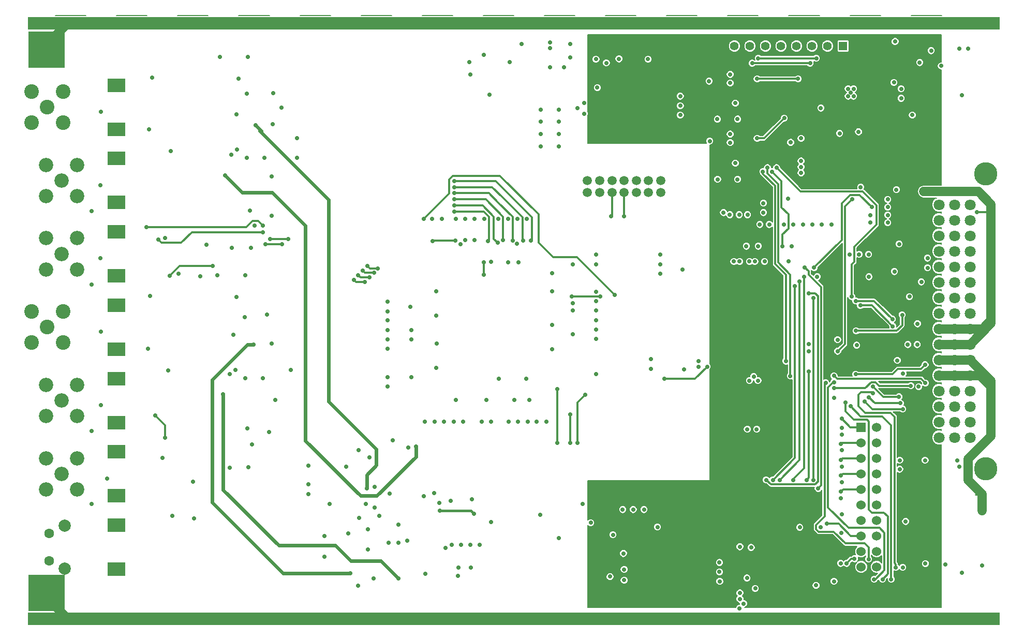
<source format=gbl>
G04 (created by PCBNEW (2013-07-07 BZR 4022)-stable) date 20/12/2013 15:35:00*
%MOIN*%
G04 Gerber Fmt 3.4, Leading zero omitted, Abs format*
%FSLAX34Y34*%
G01*
G70*
G90*
G04 APERTURE LIST*
%ADD10C,0.00590551*%
%ADD11R,0.06X0.06*%
%ADD12C,0.06*%
%ADD13C,0.0787*%
%ADD14C,0.063*%
%ADD15C,0.0709*%
%ADD16C,0.1496*%
%ADD17R,0.1181X0.0906*%
%ADD18C,0.0276*%
%ADD19R,6.25984X0.0787402*%
%ADD20R,0.055X0.055*%
%ADD21C,0.055*%
%ADD22C,0.0925*%
%ADD23R,0.23622X0.23622*%
%ADD24C,0.0945*%
%ADD25C,0.0590551*%
%ADD26C,0.0275591*%
%ADD27C,0.00787402*%
%ADD28C,0.011811*%
%ADD29C,0.023622*%
%ADD30C,0.015748*%
%ADD31C,0.0591*%
%ADD32C,0.00984252*%
%ADD33C,0.0590551*%
G04 APERTURE END LIST*
G54D10*
G54D11*
X73554Y-46210D03*
G54D12*
X74554Y-46210D03*
X73554Y-47210D03*
X74554Y-47210D03*
X73554Y-48210D03*
X74554Y-48210D03*
X73554Y-49210D03*
X74554Y-49210D03*
X73554Y-50210D03*
X74554Y-50210D03*
X73554Y-51210D03*
X74554Y-51210D03*
X73554Y-52210D03*
X74554Y-52210D03*
X73554Y-53210D03*
X74554Y-53210D03*
X73554Y-54210D03*
X74554Y-54210D03*
X73554Y-55210D03*
X74554Y-55210D03*
G54D13*
X22239Y-52559D03*
X22239Y-55315D03*
G54D14*
X21259Y-53051D03*
X21259Y-54823D03*
G54D15*
X80590Y-31870D03*
X80590Y-32870D03*
X80590Y-33870D03*
X80590Y-34870D03*
X80590Y-35870D03*
X80590Y-36870D03*
X80590Y-37870D03*
X80590Y-38870D03*
X80590Y-39870D03*
X80590Y-40870D03*
X80590Y-41870D03*
X80590Y-42870D03*
X80590Y-43870D03*
X80590Y-44870D03*
X80590Y-45870D03*
X80590Y-46870D03*
X79590Y-31870D03*
X79590Y-32870D03*
X79590Y-33870D03*
X79590Y-34870D03*
X79590Y-35870D03*
X79590Y-36870D03*
X79590Y-37870D03*
X79590Y-38870D03*
X79590Y-39870D03*
X79590Y-40870D03*
X79590Y-41870D03*
X79590Y-42870D03*
X79590Y-43870D03*
X79590Y-44870D03*
X79590Y-45870D03*
X79590Y-46870D03*
X78590Y-31870D03*
X78590Y-32870D03*
X78590Y-33870D03*
X78590Y-34870D03*
X78590Y-35870D03*
X78590Y-36870D03*
X78590Y-37870D03*
X78590Y-38870D03*
X78590Y-39870D03*
X78590Y-40870D03*
X78590Y-41870D03*
X78590Y-42870D03*
X78590Y-43870D03*
X78590Y-44870D03*
X78590Y-45870D03*
X78590Y-46870D03*
G54D16*
X81590Y-29870D03*
X81590Y-48870D03*
G54D17*
X25590Y-52520D03*
X25590Y-55354D03*
X25590Y-24173D03*
X25590Y-27007D03*
G54D18*
X72893Y-24645D03*
X73070Y-24409D03*
X72716Y-24881D03*
X72716Y-24409D03*
X73070Y-24881D03*
G54D19*
X51181Y-58543D03*
X51181Y-20196D03*
G54D20*
X72397Y-21653D03*
G54D21*
X71397Y-21653D03*
X70397Y-21653D03*
X69397Y-21653D03*
X68397Y-21653D03*
X67397Y-21653D03*
X66397Y-21653D03*
X65397Y-21653D03*
G54D22*
X21043Y-45492D03*
X21043Y-43484D03*
X23051Y-43484D03*
X23051Y-45492D03*
X22047Y-44488D03*
X21043Y-50216D03*
X21043Y-48208D03*
X23051Y-48208D03*
X23051Y-50216D03*
X22047Y-49212D03*
G54D17*
X25590Y-28897D03*
X25590Y-31731D03*
X25590Y-47795D03*
X25590Y-50629D03*
X25590Y-38346D03*
X25590Y-41180D03*
G54D22*
X21043Y-31318D03*
X21043Y-29310D03*
X23051Y-29310D03*
X23051Y-31318D03*
X22047Y-30314D03*
X21043Y-36043D03*
X21043Y-34035D03*
X23051Y-34035D03*
X23051Y-36043D03*
X22047Y-35039D03*
G54D17*
X25590Y-33622D03*
X25590Y-36456D03*
X25590Y-43071D03*
X25590Y-45905D03*
G54D23*
X21090Y-56870D03*
X21090Y-21870D03*
G54D24*
X20125Y-26594D03*
X20125Y-24586D03*
X22133Y-24586D03*
X22133Y-26594D03*
X21129Y-25590D03*
X20125Y-40767D03*
X20125Y-38759D03*
X22133Y-38759D03*
X22133Y-40767D03*
X21129Y-39763D03*
G54D25*
X60649Y-31102D03*
X60649Y-30314D03*
X59862Y-31102D03*
X59862Y-30314D03*
X59074Y-31102D03*
X59074Y-30314D03*
X58287Y-31102D03*
X58287Y-30314D03*
X57500Y-31102D03*
X57500Y-30314D03*
X56712Y-31102D03*
X56712Y-30314D03*
X55925Y-31102D03*
X55925Y-30314D03*
G54D26*
X54094Y-28110D03*
X52913Y-28110D03*
X54094Y-27322D03*
X52913Y-27322D03*
X54094Y-26535D03*
X52913Y-26535D03*
X54094Y-25748D03*
X52913Y-25748D03*
X53503Y-21417D03*
X53503Y-23031D03*
X54980Y-38700D03*
X44586Y-39940D03*
X53503Y-21771D03*
X49426Y-44448D03*
X50807Y-35570D03*
X57539Y-24330D03*
X57224Y-25314D03*
X56988Y-26003D03*
X59547Y-56062D03*
X59783Y-55374D03*
X76692Y-50590D03*
X76692Y-50984D03*
X76692Y-50196D03*
X76318Y-50984D03*
X76318Y-50590D03*
X76318Y-50196D03*
X35570Y-30059D03*
X34192Y-32244D03*
X31397Y-34468D03*
X29566Y-36318D03*
X35807Y-44448D03*
X34015Y-46279D03*
X30531Y-49724D03*
X49232Y-22224D03*
X29173Y-51909D03*
X76673Y-37795D03*
X69685Y-29055D03*
X69685Y-29448D03*
X69685Y-29822D03*
X73523Y-30748D03*
X75826Y-30905D03*
X65748Y-53917D03*
X66200Y-55925D03*
X72283Y-53011D03*
X72322Y-51811D03*
X72322Y-49763D03*
X72322Y-48740D03*
X72322Y-47696D03*
X72322Y-46673D03*
X71811Y-56141D03*
X72244Y-54980D03*
X65354Y-35531D03*
X67342Y-35531D03*
X66358Y-35531D03*
X63090Y-42303D03*
X66633Y-42952D03*
X70177Y-40846D03*
X77696Y-55000D03*
X76259Y-42755D03*
X67027Y-33149D03*
X69192Y-33149D03*
X72263Y-50787D03*
X74133Y-33031D03*
X72322Y-45669D03*
X79744Y-48346D03*
X76555Y-40885D03*
X77165Y-40885D03*
X64311Y-30236D03*
X24547Y-30610D03*
X24547Y-35334D03*
X24586Y-40059D03*
X24566Y-44783D03*
X24980Y-49507D03*
X24566Y-25885D03*
X75748Y-21358D03*
X53267Y-45846D03*
X47106Y-50964D03*
X45452Y-45846D03*
X46082Y-45846D03*
X59822Y-22500D03*
X63799Y-27775D03*
X64291Y-26358D03*
X77322Y-22716D03*
X57952Y-22480D03*
X63759Y-23917D03*
X45925Y-32795D03*
X56476Y-42775D03*
X47440Y-44468D03*
X44586Y-42992D03*
X54980Y-40215D03*
X44591Y-40551D03*
X52186Y-44448D03*
X54980Y-35708D03*
X54980Y-38208D03*
X44526Y-38445D03*
X48641Y-34153D03*
X48051Y-34153D03*
X51201Y-44448D03*
X51396Y-34389D03*
X36811Y-42519D03*
X37224Y-27598D03*
X33444Y-23759D03*
X34468Y-33208D03*
X33307Y-37834D03*
X34330Y-47322D03*
X38996Y-54566D03*
X57568Y-53139D03*
X60433Y-52638D03*
X37952Y-48700D03*
X35295Y-38956D03*
X36220Y-25610D03*
X52874Y-51865D03*
X27519Y-33326D03*
X35000Y-33208D03*
X50137Y-34330D03*
X47362Y-31929D03*
X42421Y-35984D03*
X41751Y-35826D03*
X31771Y-35807D03*
X29015Y-36437D03*
X28070Y-45452D03*
X28700Y-46870D03*
X69488Y-23759D03*
X66850Y-23759D03*
X68602Y-26299D03*
X66850Y-27598D03*
X50492Y-34153D03*
X47352Y-31525D03*
X53996Y-43740D03*
X53996Y-47224D03*
X47352Y-30344D03*
X52283Y-34173D03*
X47352Y-31131D03*
X51102Y-34173D03*
X47352Y-30738D03*
X51791Y-34173D03*
X49507Y-34232D03*
X47362Y-32303D03*
X35019Y-33641D03*
X28267Y-34114D03*
X36240Y-34429D03*
X35177Y-34429D03*
X35492Y-34074D03*
X36633Y-34074D03*
X45964Y-34232D03*
X47401Y-34192D03*
X42165Y-36259D03*
X41456Y-36122D03*
X41574Y-36850D03*
X40885Y-36712D03*
X41870Y-36555D03*
X41161Y-36417D03*
X54901Y-37795D03*
X56751Y-37795D03*
X66929Y-22440D03*
X70669Y-22440D03*
X70275Y-22755D03*
X66535Y-22755D03*
X44881Y-47460D03*
X32578Y-29980D03*
X41712Y-50137D03*
X34547Y-26751D03*
X43740Y-55944D03*
X32460Y-44074D03*
X34429Y-40885D03*
X40649Y-55610D03*
X46771Y-53996D03*
X42145Y-55964D03*
X45374Y-50649D03*
X42224Y-50059D03*
X41200Y-52066D03*
X44311Y-53503D03*
X48622Y-51791D03*
X46417Y-51594D03*
X41870Y-48149D03*
X44370Y-47519D03*
X41771Y-54074D03*
X45482Y-55659D03*
X70177Y-41318D03*
X65728Y-35531D03*
X73425Y-35078D03*
X68877Y-35531D03*
X66712Y-35531D03*
X66358Y-43208D03*
X63090Y-41948D03*
X74330Y-43602D03*
X75984Y-44251D03*
X74055Y-44271D03*
X76082Y-44665D03*
X73779Y-44547D03*
X76240Y-45039D03*
X81023Y-32362D03*
G54D18*
X77637Y-31024D03*
X79251Y-31024D03*
X78700Y-31024D03*
X78149Y-31024D03*
G54D26*
X55787Y-44114D03*
X55295Y-47224D03*
X57677Y-37696D03*
X45393Y-32795D03*
X49232Y-35590D03*
X49232Y-36397D03*
X71811Y-42893D03*
X77696Y-43366D03*
X60866Y-43090D03*
X63641Y-42303D03*
X73228Y-40000D03*
X76200Y-38976D03*
X68996Y-42913D03*
X67519Y-29488D03*
X73208Y-42795D03*
X77677Y-42185D03*
X71811Y-43700D03*
X76751Y-43543D03*
X74251Y-32027D03*
X70531Y-35925D03*
X72972Y-31535D03*
X72047Y-41318D03*
X54803Y-45374D03*
X54803Y-47224D03*
X68700Y-41948D03*
X67224Y-29744D03*
X74035Y-54704D03*
X71279Y-43346D03*
X81082Y-50492D03*
G54D18*
X81338Y-50828D03*
X81338Y-51182D03*
X81338Y-51576D03*
G54D26*
X68484Y-34547D03*
X67814Y-29744D03*
X75570Y-39251D03*
X73208Y-38070D03*
X75590Y-39704D03*
X73503Y-38366D03*
X65748Y-56889D03*
X74389Y-56003D03*
X71811Y-43307D03*
X65748Y-57283D03*
X74940Y-56003D03*
X72559Y-44606D03*
X74311Y-44015D03*
X75787Y-55236D03*
X65728Y-57874D03*
X75492Y-56003D03*
X65984Y-57578D03*
X72874Y-44862D03*
X68110Y-29488D03*
X72952Y-37795D03*
X72618Y-54980D03*
X73129Y-54685D03*
X43051Y-39330D03*
X28917Y-42539D03*
X33858Y-39114D03*
X35688Y-24685D03*
X33996Y-24724D03*
X35000Y-43051D03*
X37224Y-28858D03*
X35118Y-28838D03*
X47440Y-32795D03*
X39311Y-51141D03*
X23622Y-58464D03*
X25590Y-58464D03*
X27559Y-58464D03*
X29527Y-58464D03*
X31496Y-58464D03*
X33464Y-58464D03*
X35433Y-58464D03*
X37401Y-58464D03*
X39370Y-58464D03*
X41338Y-58464D03*
X43307Y-58464D03*
X45275Y-58464D03*
X47244Y-58464D03*
X49212Y-58464D03*
X55118Y-58464D03*
X57086Y-58464D03*
X59055Y-58464D03*
X61023Y-58464D03*
X62992Y-58464D03*
X64960Y-58464D03*
X66929Y-58464D03*
X68897Y-58464D03*
X70866Y-58464D03*
X72834Y-58464D03*
X74803Y-58464D03*
X76771Y-58464D03*
X78740Y-58464D03*
X80708Y-58464D03*
X21653Y-58464D03*
X21653Y-20275D03*
X80708Y-20275D03*
X78740Y-20275D03*
X76771Y-20275D03*
X74803Y-20275D03*
X72834Y-20275D03*
X70866Y-20275D03*
X68897Y-20275D03*
X66929Y-20275D03*
X64960Y-20275D03*
X62992Y-20275D03*
X61023Y-20275D03*
X59055Y-20275D03*
X57086Y-20275D03*
X55118Y-20275D03*
X49212Y-20275D03*
X47244Y-20275D03*
X45275Y-20275D03*
X43307Y-20275D03*
X41338Y-20275D03*
X39370Y-20275D03*
X37401Y-20275D03*
X35433Y-20275D03*
X33464Y-20275D03*
X31496Y-20275D03*
X29527Y-20275D03*
X27559Y-20275D03*
X25590Y-20275D03*
X23622Y-20275D03*
X49724Y-52303D03*
X49625Y-24783D03*
X50925Y-22696D03*
X48307Y-22696D03*
X48366Y-23484D03*
X46200Y-40807D03*
X53661Y-41200D03*
X50216Y-43070D03*
X46181Y-37460D03*
X49724Y-35551D03*
X46181Y-39035D03*
X46181Y-42381D03*
X47755Y-34429D03*
X53661Y-37460D03*
X53661Y-39625D03*
X53661Y-36279D03*
X51496Y-35570D03*
X51988Y-43070D03*
X27618Y-41141D03*
X27874Y-23700D03*
X27755Y-37755D03*
X52657Y-45846D03*
X52066Y-45846D03*
X51456Y-45846D03*
X50846Y-45846D03*
X49724Y-45846D03*
X49114Y-45846D03*
X47913Y-45846D03*
X47303Y-45846D03*
X46692Y-45846D03*
X43051Y-43602D03*
X43051Y-42992D03*
X43051Y-41161D03*
X43051Y-40551D03*
X43051Y-39940D03*
X43051Y-38740D03*
X43051Y-38129D03*
X46535Y-32795D03*
X48051Y-32795D03*
X48661Y-32795D03*
X49271Y-32795D03*
X50196Y-32795D03*
X50807Y-32795D03*
X51417Y-32795D03*
X52027Y-32795D03*
X56476Y-35098D03*
X56476Y-35708D03*
X56476Y-40531D03*
X56476Y-39921D03*
X56476Y-39311D03*
X56476Y-38700D03*
X56476Y-38090D03*
X56476Y-37480D03*
X23996Y-37027D03*
X23976Y-46456D03*
X23996Y-51161D03*
X77185Y-39547D03*
X30984Y-36496D03*
X23976Y-32283D03*
X51673Y-21535D03*
X30590Y-52086D03*
X35413Y-46535D03*
X35590Y-32578D03*
X28700Y-34035D03*
X34094Y-48799D03*
X32893Y-48818D03*
X28562Y-48188D03*
X32893Y-42795D03*
X33877Y-36417D03*
X32086Y-36417D03*
X34232Y-34665D03*
X33031Y-34665D03*
X34035Y-22342D03*
X32263Y-22342D03*
X32992Y-28661D03*
X29074Y-28405D03*
X35570Y-40826D03*
X33129Y-40236D03*
X33248Y-42519D03*
X33877Y-43051D03*
X35649Y-26673D03*
X33307Y-26062D03*
X33976Y-28838D03*
X33346Y-28326D03*
X27696Y-27027D03*
X65590Y-30236D03*
X65590Y-26358D03*
X65452Y-25334D03*
X65452Y-29192D03*
X65118Y-27874D03*
X65118Y-27322D03*
X65118Y-24035D03*
X65118Y-23484D03*
X80433Y-21811D03*
X79881Y-21811D03*
X78720Y-22933D03*
X78070Y-21948D03*
X56555Y-24330D03*
X54822Y-22401D03*
X54409Y-23031D03*
X54803Y-21535D03*
X56476Y-22500D03*
X57145Y-22736D03*
X55708Y-25314D03*
X55275Y-25669D03*
X55728Y-26003D03*
X61909Y-26102D03*
X61909Y-25492D03*
X61909Y-24881D03*
X57381Y-55826D03*
X55610Y-51161D03*
X54074Y-53366D03*
X56141Y-52362D03*
X64448Y-56141D03*
X64429Y-55531D03*
X64429Y-54921D03*
X58248Y-54350D03*
X58188Y-51515D03*
X58877Y-51515D03*
X59566Y-51515D03*
X58287Y-56062D03*
X58287Y-55374D03*
X47598Y-55787D03*
X62145Y-42500D03*
X47618Y-55236D03*
X48425Y-55255D03*
X40531Y-53051D03*
X38996Y-53228D03*
X48996Y-53799D03*
X48385Y-53799D03*
X47775Y-53799D03*
X47165Y-53799D03*
X48484Y-50866D03*
X41161Y-56417D03*
X43366Y-47047D03*
X41653Y-51141D03*
X37933Y-50531D03*
X37933Y-49901D03*
X40393Y-48759D03*
X43740Y-52480D03*
X42519Y-51929D03*
X41181Y-47696D03*
X42224Y-51377D03*
X43188Y-50492D03*
X46377Y-51102D03*
X46062Y-50452D03*
X41771Y-52775D03*
X43110Y-53641D03*
X43740Y-53641D03*
X51181Y-58464D03*
X53149Y-58464D03*
X53149Y-20275D03*
X51181Y-20275D03*
X81338Y-55118D03*
X70964Y-25649D03*
X75669Y-23996D03*
X76141Y-24409D03*
X76141Y-25019D03*
X76850Y-26102D03*
X69685Y-27598D03*
X69015Y-27854D03*
X73385Y-27185D03*
X72165Y-27283D03*
X80059Y-24803D03*
X76043Y-48917D03*
X76043Y-48346D03*
X78996Y-55059D03*
X76240Y-55236D03*
X66830Y-46338D03*
X66220Y-46338D03*
X60000Y-41830D03*
X60000Y-42440D03*
X60610Y-36318D03*
X60610Y-35708D03*
X60610Y-35098D03*
X66240Y-32519D03*
X65708Y-32519D03*
X65098Y-32519D03*
X64685Y-32381D03*
X72322Y-46259D03*
X73267Y-40925D03*
X70649Y-56397D03*
X66732Y-56594D03*
X66909Y-43208D03*
X71811Y-44330D03*
X62047Y-36043D03*
X69074Y-34547D03*
X66161Y-34547D03*
X66929Y-34547D03*
X72047Y-40570D03*
X67263Y-31771D03*
X67263Y-32381D03*
X67637Y-33149D03*
X71653Y-33149D03*
X71023Y-33149D03*
X70413Y-33149D03*
X69803Y-33149D03*
X68582Y-33149D03*
X68858Y-31476D03*
X74133Y-32539D03*
X75275Y-33031D03*
X75275Y-32539D03*
X75275Y-32027D03*
X75275Y-31535D03*
X69606Y-52657D03*
X70944Y-52657D03*
X66476Y-53956D03*
X74055Y-36515D03*
X80039Y-55570D03*
X76417Y-52283D03*
X77677Y-48346D03*
X75885Y-41909D03*
X79881Y-48759D03*
X70728Y-36515D03*
X74035Y-35078D03*
X72814Y-35078D03*
X75708Y-36181D03*
X77834Y-35944D03*
X77834Y-35314D03*
X76003Y-34409D03*
X77263Y-43602D03*
X77440Y-36850D03*
X72263Y-47283D03*
X72263Y-49330D03*
X72263Y-48307D03*
X72263Y-50354D03*
X70787Y-50157D03*
X69921Y-35905D03*
X71358Y-52421D03*
X70177Y-37578D03*
X67440Y-49606D03*
X69173Y-49606D03*
X69881Y-36515D03*
X70039Y-49606D03*
X70177Y-42618D03*
X67874Y-49606D03*
X69291Y-37106D03*
X70472Y-37874D03*
X70472Y-49606D03*
X68307Y-49606D03*
X69586Y-36811D03*
X57460Y-32618D03*
X58287Y-32618D03*
G54D27*
X76771Y-19685D02*
X78740Y-19685D01*
X72834Y-19685D02*
X74803Y-19685D01*
X68897Y-19685D02*
X70866Y-19685D01*
X64960Y-19685D02*
X66929Y-19685D01*
X61023Y-19685D02*
X62992Y-19685D01*
X57086Y-19685D02*
X59055Y-19685D01*
X53149Y-19685D02*
X55118Y-19685D01*
X49212Y-19685D02*
X51181Y-19685D01*
X45275Y-19685D02*
X47244Y-19685D01*
X41338Y-19685D02*
X43307Y-19685D01*
X37401Y-19685D02*
X39370Y-19685D01*
X33464Y-19685D02*
X35433Y-19685D01*
X29527Y-19685D02*
X31496Y-19685D01*
X25590Y-19685D02*
X27559Y-19685D01*
X21653Y-19685D02*
X23622Y-19685D01*
G54D28*
X49426Y-44448D02*
X49429Y-44448D01*
X72863Y-46210D02*
X73554Y-46210D01*
X72322Y-45669D02*
X72863Y-46210D01*
X54980Y-40215D02*
X54980Y-40216D01*
X44591Y-40551D02*
X44586Y-40551D01*
X52186Y-44448D02*
X52185Y-44448D01*
X44526Y-38445D02*
X44527Y-38444D01*
X48641Y-34153D02*
X48641Y-34153D01*
X48051Y-34153D02*
X48051Y-34153D01*
X51201Y-44448D02*
X51200Y-44448D01*
X51396Y-34389D02*
X51397Y-34389D01*
G54D29*
X57568Y-53139D02*
X57559Y-53149D01*
X60433Y-52638D02*
X60433Y-52637D01*
G54D30*
X52874Y-51865D02*
X52874Y-51870D01*
G54D28*
X34704Y-32913D02*
X35000Y-33208D01*
X34350Y-32913D02*
X34704Y-32913D01*
X33937Y-33326D02*
X34350Y-32913D01*
X27519Y-33326D02*
X33937Y-33326D01*
X49881Y-34074D02*
X50137Y-34330D01*
X49881Y-32637D02*
X49881Y-34074D01*
X49173Y-31929D02*
X49881Y-32637D01*
X47362Y-31929D02*
X49173Y-31929D01*
X42421Y-35984D02*
X41909Y-35984D01*
X41909Y-35984D02*
X41751Y-35826D01*
X29645Y-35807D02*
X31771Y-35807D01*
X29015Y-36437D02*
X29645Y-35807D01*
X28700Y-46082D02*
X28070Y-45452D01*
X28700Y-46870D02*
X28700Y-46082D01*
X69488Y-23759D02*
X66850Y-23759D01*
X67303Y-27598D02*
X66850Y-27598D01*
X68602Y-26299D02*
X67303Y-27598D01*
X49370Y-31525D02*
X49379Y-31525D01*
X50492Y-32637D02*
X50492Y-34153D01*
X49370Y-31525D02*
X47352Y-31525D01*
X49379Y-31525D02*
X50492Y-32637D01*
X53996Y-47224D02*
X53996Y-43740D01*
X50629Y-30964D02*
X50009Y-30344D01*
X50009Y-30344D02*
X47352Y-30344D01*
X52362Y-34094D02*
X52283Y-34173D01*
X52362Y-32696D02*
X52362Y-34094D01*
X50629Y-30964D02*
X52362Y-32696D01*
X49576Y-31131D02*
X47352Y-31131D01*
X50196Y-31751D02*
X49576Y-31131D01*
X50196Y-31751D02*
X51102Y-32657D01*
X51102Y-32657D02*
X51102Y-34173D01*
X50413Y-31358D02*
X49793Y-30738D01*
X49793Y-30738D02*
X47352Y-30738D01*
X51732Y-34114D02*
X51791Y-34173D01*
X51732Y-32677D02*
X51732Y-34114D01*
X50413Y-31358D02*
X51732Y-32677D01*
X49586Y-34153D02*
X49507Y-34232D01*
X49586Y-32657D02*
X49586Y-34153D01*
X49232Y-32303D02*
X49586Y-32657D01*
X47362Y-32303D02*
X49232Y-32303D01*
X30433Y-33641D02*
X35019Y-33641D01*
X29744Y-34330D02*
X30433Y-33641D01*
X28484Y-34330D02*
X29744Y-34330D01*
X28267Y-34114D02*
X28484Y-34330D01*
X35177Y-34429D02*
X36240Y-34429D01*
X35492Y-34074D02*
X36633Y-34074D01*
X46003Y-34192D02*
X47401Y-34192D01*
X45964Y-34232D02*
X46003Y-34192D01*
X41594Y-36259D02*
X42165Y-36259D01*
X41456Y-36122D02*
X41594Y-36259D01*
X41023Y-36850D02*
X41574Y-36850D01*
X40885Y-36712D02*
X41023Y-36850D01*
X41299Y-36555D02*
X41870Y-36555D01*
X41161Y-36417D02*
X41299Y-36555D01*
X56751Y-37795D02*
X54901Y-37795D01*
X70669Y-22440D02*
X66929Y-22440D01*
X70275Y-22755D02*
X66535Y-22755D01*
G54D29*
X44881Y-47460D02*
X44881Y-48110D01*
X33681Y-31082D02*
X32578Y-29980D01*
X35629Y-31082D02*
X33681Y-31082D01*
X37755Y-33208D02*
X35629Y-31082D01*
X37755Y-47086D02*
X37755Y-33208D01*
X41299Y-50629D02*
X37755Y-47086D01*
X42362Y-50629D02*
X41299Y-50629D01*
X44881Y-48110D02*
X42362Y-50629D01*
X41712Y-50137D02*
X41712Y-49271D01*
X34901Y-27106D02*
X34547Y-26751D01*
X34803Y-27106D02*
X34901Y-27106D01*
X39251Y-31555D02*
X34803Y-27106D01*
X39251Y-44547D02*
X39251Y-31555D01*
X42322Y-47618D02*
X39251Y-44547D01*
X42322Y-48661D02*
X42322Y-47618D01*
X41712Y-49271D02*
X42322Y-48661D01*
X43740Y-55944D02*
X42618Y-54822D01*
X32460Y-44074D02*
X32460Y-44074D01*
X32460Y-50236D02*
X32460Y-44074D01*
X36043Y-53818D02*
X32460Y-50236D01*
X39665Y-53818D02*
X36043Y-53818D01*
X40669Y-54822D02*
X39665Y-53818D01*
X42618Y-54822D02*
X40669Y-54822D01*
X40649Y-55610D02*
X36318Y-55610D01*
X34015Y-40885D02*
X34429Y-40885D01*
X31751Y-43149D02*
X34015Y-40885D01*
X31751Y-51043D02*
X31751Y-43149D01*
X36318Y-55610D02*
X31751Y-51043D01*
G54D30*
X48425Y-51594D02*
X48622Y-51791D01*
X46417Y-51594D02*
X48425Y-51594D01*
G54D28*
X74980Y-44251D02*
X74330Y-43602D01*
X75984Y-44251D02*
X74980Y-44251D01*
X74448Y-44665D02*
X74055Y-44271D01*
X76082Y-44665D02*
X74448Y-44665D01*
X74271Y-45039D02*
X73779Y-44547D01*
X76240Y-45039D02*
X74271Y-45039D01*
X81909Y-32362D02*
X81023Y-32362D01*
X81909Y-32362D02*
X81928Y-32362D01*
X81928Y-32362D02*
X81928Y-32363D01*
G54D31*
X81101Y-31024D02*
X80393Y-31024D01*
X81928Y-31851D02*
X81101Y-31024D01*
X81928Y-32363D02*
X81928Y-31851D01*
X81389Y-39871D02*
X81928Y-39332D01*
X80393Y-31024D02*
X79802Y-31024D01*
X80393Y-31024D02*
X80392Y-31024D01*
X79251Y-31024D02*
X78700Y-31024D01*
X79590Y-39871D02*
X80590Y-39871D01*
X77637Y-31024D02*
X77598Y-31024D01*
X80590Y-40871D02*
X81928Y-39533D01*
X78149Y-31024D02*
X77637Y-31024D01*
X79590Y-40871D02*
X80590Y-40871D01*
X78590Y-39871D02*
X79590Y-39871D01*
X81928Y-39533D02*
X81928Y-39332D01*
X79802Y-31024D02*
X79251Y-31024D01*
X78700Y-31024D02*
X78149Y-31024D01*
X81928Y-39332D02*
X81928Y-32363D01*
X78590Y-40871D02*
X79590Y-40871D01*
X80590Y-39871D02*
X81389Y-39871D01*
G54D28*
X55295Y-44606D02*
X55787Y-44114D01*
X55295Y-47224D02*
X55295Y-44606D01*
X55236Y-35255D02*
X57677Y-37696D01*
X53720Y-35255D02*
X55236Y-35255D01*
X52775Y-34311D02*
X53720Y-35255D01*
X52775Y-32500D02*
X52775Y-34311D01*
X50295Y-30019D02*
X52775Y-32500D01*
X47244Y-30019D02*
X50295Y-30019D01*
X47027Y-30236D02*
X47244Y-30019D01*
X47027Y-31161D02*
X47027Y-30236D01*
X45393Y-32795D02*
X47027Y-31161D01*
X49232Y-36397D02*
X49232Y-35590D01*
X72657Y-43090D02*
X72007Y-43090D01*
X72007Y-43090D02*
X71811Y-42893D01*
X77421Y-43090D02*
X72657Y-43090D01*
X72657Y-43090D02*
X72677Y-43090D01*
X77696Y-43366D02*
X77421Y-43090D01*
X62854Y-43090D02*
X60866Y-43090D01*
X63641Y-42303D02*
X62854Y-43090D01*
X75846Y-40000D02*
X73228Y-40000D01*
X76200Y-39645D02*
X75846Y-40000D01*
X76200Y-38976D02*
X76200Y-39645D01*
X67519Y-29488D02*
X67519Y-29862D01*
X67519Y-29862D02*
X68208Y-30551D01*
X68208Y-35590D02*
X68208Y-30551D01*
X68996Y-36377D02*
X68208Y-35590D01*
X68996Y-42913D02*
X68996Y-36377D01*
X75590Y-42795D02*
X73208Y-42795D01*
X75925Y-42460D02*
X75590Y-42795D01*
X77401Y-42460D02*
X75925Y-42460D01*
X77677Y-42185D02*
X77401Y-42460D01*
X71811Y-43700D02*
X72972Y-43700D01*
X76751Y-43543D02*
X74704Y-43543D01*
X74704Y-43543D02*
X74468Y-43307D01*
X74468Y-43307D02*
X74212Y-43307D01*
X74212Y-43307D02*
X73818Y-43700D01*
X73818Y-43700D02*
X72972Y-43700D01*
X73464Y-31240D02*
X74251Y-32027D01*
X72854Y-31240D02*
X73464Y-31240D01*
X72303Y-31791D02*
X72854Y-31240D01*
X72303Y-34153D02*
X72303Y-31791D01*
X70531Y-35925D02*
X72303Y-34153D01*
X72519Y-31988D02*
X72972Y-31535D01*
X72519Y-40846D02*
X72519Y-31988D01*
X72047Y-41318D02*
X72519Y-40846D01*
X54803Y-47224D02*
X54803Y-45374D01*
X68011Y-35688D02*
X68011Y-30669D01*
X68700Y-36377D02*
X68011Y-35688D01*
X68700Y-41948D02*
X68700Y-36377D01*
X67224Y-29881D02*
X68011Y-30669D01*
X67224Y-29744D02*
X67224Y-29881D01*
X71279Y-43346D02*
X71200Y-43425D01*
X71200Y-43425D02*
X71200Y-51968D01*
X71200Y-51968D02*
X70649Y-52519D01*
X70649Y-52519D02*
X70649Y-52775D01*
X70649Y-52775D02*
X70826Y-52952D01*
X70826Y-52952D02*
X71456Y-52952D01*
X71456Y-52952D02*
X71791Y-52952D01*
X71791Y-52952D02*
X72539Y-53700D01*
X72539Y-53700D02*
X73779Y-53700D01*
X73779Y-53700D02*
X74035Y-53956D01*
X74035Y-53956D02*
X74035Y-54704D01*
G54D32*
X81023Y-50551D02*
X80925Y-50551D01*
X81082Y-50492D02*
X81023Y-50551D01*
G54D31*
X81338Y-51182D02*
X81338Y-50828D01*
X81338Y-51576D02*
X81338Y-51182D01*
X81928Y-46772D02*
X80451Y-48248D01*
X81928Y-43584D02*
X81928Y-46772D01*
X80451Y-48248D02*
X80451Y-49626D01*
X81338Y-50828D02*
X81338Y-50513D01*
X80451Y-49626D02*
X81338Y-50513D01*
X81215Y-42871D02*
X81928Y-43584D01*
X79590Y-41871D02*
X80590Y-41871D01*
X78590Y-42871D02*
X79590Y-42871D01*
X78590Y-41871D02*
X79590Y-41871D01*
X80590Y-41871D02*
X81928Y-43209D01*
X79590Y-42871D02*
X80590Y-42871D01*
X81928Y-43209D02*
X81928Y-43584D01*
X80590Y-42871D02*
X81215Y-42871D01*
G54D28*
X68425Y-32047D02*
X68425Y-30357D01*
X68877Y-32500D02*
X68425Y-32047D01*
X68877Y-33405D02*
X68877Y-32500D01*
X68484Y-33799D02*
X68877Y-33405D01*
X68484Y-34547D02*
X68484Y-33799D01*
X67814Y-29746D02*
X68425Y-30357D01*
X67814Y-29744D02*
X67814Y-29746D01*
X75570Y-39251D02*
X74389Y-38070D01*
X74389Y-38070D02*
X73208Y-38070D01*
X75590Y-39704D02*
X74251Y-38366D01*
X74251Y-38366D02*
X73503Y-38366D01*
X75059Y-55433D02*
X74488Y-56003D01*
X74488Y-56003D02*
X74389Y-56003D01*
X75059Y-55334D02*
X75059Y-55433D01*
X71811Y-43307D02*
X71751Y-43307D01*
X75059Y-53011D02*
X75059Y-55334D01*
X74744Y-52696D02*
X75059Y-53011D01*
X72736Y-52696D02*
X74744Y-52696D01*
X71417Y-51377D02*
X72736Y-52696D01*
X71417Y-43641D02*
X71417Y-51377D01*
X71751Y-43307D02*
X71417Y-43641D01*
X75275Y-55590D02*
X75275Y-55669D01*
X75275Y-55669D02*
X74940Y-56003D01*
X75275Y-55511D02*
X75275Y-55590D01*
X72559Y-45196D02*
X73090Y-45728D01*
X73090Y-45728D02*
X73937Y-45728D01*
X73937Y-45728D02*
X74055Y-45846D01*
X74055Y-45846D02*
X74055Y-51515D01*
X74055Y-51515D02*
X74251Y-51712D01*
X74251Y-51712D02*
X75019Y-51712D01*
X75019Y-51712D02*
X75275Y-51968D01*
X75275Y-51968D02*
X75275Y-55511D01*
X72559Y-44606D02*
X72559Y-45196D01*
X75708Y-54960D02*
X75787Y-55039D01*
X74311Y-44015D02*
X74251Y-43956D01*
X74251Y-43956D02*
X73562Y-43956D01*
X73562Y-43956D02*
X73385Y-44133D01*
X73385Y-44133D02*
X73385Y-44842D01*
X73385Y-44842D02*
X73818Y-45275D01*
X73818Y-45275D02*
X75433Y-45275D01*
X75433Y-45275D02*
X75708Y-45551D01*
X75708Y-45551D02*
X75708Y-54960D01*
X75787Y-55039D02*
X75787Y-55236D01*
X75492Y-56003D02*
X75492Y-55846D01*
X73523Y-45511D02*
X74921Y-45511D01*
X72874Y-44862D02*
X73523Y-45511D01*
X75492Y-46082D02*
X75492Y-55846D01*
X74921Y-45511D02*
X75492Y-46082D01*
X72952Y-35708D02*
X73110Y-35551D01*
X73110Y-35551D02*
X73110Y-34586D01*
X73110Y-34586D02*
X74547Y-33149D01*
X74547Y-33149D02*
X74547Y-31909D01*
X74547Y-31909D02*
X73661Y-31023D01*
X73661Y-31023D02*
X69645Y-31023D01*
X69645Y-31023D02*
X68110Y-29488D01*
X72952Y-37795D02*
X72952Y-35708D01*
X68110Y-29488D02*
X68110Y-29488D01*
X72913Y-54685D02*
X72618Y-54980D01*
X73129Y-54685D02*
X72913Y-54685D01*
G54D33*
X20767Y-56871D02*
X22439Y-58543D01*
X22439Y-58543D02*
X51181Y-58543D01*
X20767Y-21871D02*
X22441Y-20196D01*
X22441Y-20196D02*
X51181Y-20196D01*
G54D28*
X72337Y-47210D02*
X73554Y-47210D01*
X72263Y-47283D02*
X72337Y-47210D01*
X72384Y-49210D02*
X73554Y-49210D01*
X72263Y-49330D02*
X72384Y-49210D01*
X72360Y-48210D02*
X73554Y-48210D01*
X72263Y-48307D02*
X72360Y-48210D01*
X72408Y-50210D02*
X73554Y-50210D01*
X72263Y-50354D02*
X72408Y-50210D01*
X70787Y-50157D02*
X70984Y-49960D01*
X70984Y-49960D02*
X70984Y-37185D01*
X70984Y-37185D02*
X70177Y-36377D01*
X70177Y-36377D02*
X70177Y-36161D01*
X70177Y-36161D02*
X69921Y-35905D01*
X71358Y-52421D02*
X72106Y-52421D01*
X72895Y-53210D02*
X73554Y-53210D01*
X72106Y-52421D02*
X72895Y-53210D01*
X70590Y-37578D02*
X70767Y-37755D01*
X70177Y-37578D02*
X70590Y-37578D01*
X67736Y-49901D02*
X70590Y-49901D01*
X67440Y-49606D02*
X67736Y-49901D01*
X70767Y-49724D02*
X70767Y-37755D01*
X70590Y-49901D02*
X70767Y-49724D01*
X69173Y-49606D02*
X69173Y-49566D01*
X69881Y-48858D02*
X69881Y-36515D01*
X69173Y-49566D02*
X69881Y-48858D01*
X70039Y-49606D02*
X70039Y-49606D01*
X70177Y-49468D02*
X70177Y-42618D01*
X70039Y-49606D02*
X70177Y-49468D01*
X67874Y-49606D02*
X67874Y-49606D01*
X69291Y-48188D02*
X69291Y-37106D01*
X67874Y-49606D02*
X69291Y-48188D01*
X70472Y-37874D02*
X70472Y-49606D01*
X68307Y-49606D02*
X68307Y-49606D01*
X69586Y-48326D02*
X69586Y-36811D01*
X68307Y-49606D02*
X69586Y-48326D01*
X57500Y-32578D02*
X57500Y-31102D01*
X57460Y-32618D02*
X57500Y-32578D01*
X58287Y-32618D02*
X58287Y-31102D01*
G54D10*
G36*
X78700Y-57834D02*
X78090Y-57834D01*
X78090Y-35894D01*
X78090Y-35264D01*
X78051Y-35170D01*
X77979Y-35098D01*
X77885Y-35059D01*
X77783Y-35059D01*
X77689Y-35097D01*
X77617Y-35169D01*
X77578Y-35263D01*
X77578Y-35365D01*
X77617Y-35459D01*
X77689Y-35531D01*
X77783Y-35570D01*
X77885Y-35570D01*
X77979Y-35532D01*
X78051Y-35460D01*
X78090Y-35366D01*
X78090Y-35264D01*
X78090Y-35894D01*
X78051Y-35800D01*
X77979Y-35728D01*
X77885Y-35689D01*
X77783Y-35688D01*
X77689Y-35727D01*
X77617Y-35799D01*
X77578Y-35893D01*
X77578Y-35995D01*
X77617Y-36089D01*
X77689Y-36161D01*
X77783Y-36200D01*
X77885Y-36200D01*
X77979Y-36161D01*
X78051Y-36090D01*
X78090Y-35996D01*
X78090Y-35894D01*
X78090Y-57834D01*
X77952Y-57834D01*
X77952Y-54949D01*
X77952Y-43315D01*
X77913Y-43221D01*
X77841Y-43149D01*
X77747Y-43110D01*
X77691Y-43110D01*
X77546Y-42965D01*
X77489Y-42926D01*
X77421Y-42913D01*
X76464Y-42913D01*
X76476Y-42901D01*
X76515Y-42807D01*
X76515Y-42705D01*
X76487Y-42637D01*
X77401Y-42637D01*
X77469Y-42624D01*
X77469Y-42624D01*
X77526Y-42585D01*
X77671Y-42440D01*
X77727Y-42440D01*
X77821Y-42402D01*
X77893Y-42330D01*
X77933Y-42236D01*
X77933Y-42134D01*
X77894Y-42040D01*
X77822Y-41968D01*
X77728Y-41929D01*
X77696Y-41929D01*
X77696Y-36799D01*
X77658Y-36705D01*
X77586Y-36633D01*
X77492Y-36594D01*
X77390Y-36594D01*
X77296Y-36633D01*
X77224Y-36705D01*
X77185Y-36799D01*
X77184Y-36901D01*
X77223Y-36995D01*
X77295Y-37067D01*
X77389Y-37106D01*
X77491Y-37106D01*
X77585Y-37067D01*
X77657Y-36995D01*
X77696Y-36901D01*
X77696Y-36799D01*
X77696Y-41929D01*
X77626Y-41929D01*
X77532Y-41967D01*
X77460Y-42039D01*
X77440Y-42086D01*
X77440Y-39496D01*
X77402Y-39402D01*
X77330Y-39330D01*
X77236Y-39291D01*
X77134Y-39291D01*
X77106Y-39302D01*
X77106Y-26051D01*
X77067Y-25957D01*
X76995Y-25885D01*
X76901Y-25846D01*
X76799Y-25846D01*
X76705Y-25885D01*
X76633Y-25957D01*
X76594Y-26051D01*
X76594Y-26153D01*
X76633Y-26247D01*
X76705Y-26319D01*
X76799Y-26358D01*
X76901Y-26358D01*
X76995Y-26319D01*
X77067Y-26247D01*
X77106Y-26153D01*
X77106Y-26051D01*
X77106Y-39302D01*
X77040Y-39330D01*
X76968Y-39402D01*
X76929Y-39496D01*
X76929Y-39496D01*
X76929Y-37744D01*
X76890Y-37650D01*
X76818Y-37578D01*
X76724Y-37539D01*
X76622Y-37539D01*
X76528Y-37578D01*
X76456Y-37650D01*
X76417Y-37744D01*
X76417Y-37845D01*
X76456Y-37940D01*
X76528Y-38012D01*
X76622Y-38051D01*
X76723Y-38051D01*
X76817Y-38012D01*
X76890Y-37940D01*
X76929Y-37846D01*
X76929Y-37744D01*
X76929Y-39496D01*
X76929Y-39597D01*
X76967Y-39692D01*
X77039Y-39764D01*
X77133Y-39803D01*
X77235Y-39803D01*
X77329Y-39764D01*
X77401Y-39692D01*
X77440Y-39598D01*
X77440Y-39496D01*
X77440Y-42086D01*
X77421Y-42133D01*
X77421Y-42134D01*
X77421Y-40835D01*
X77382Y-40741D01*
X77310Y-40669D01*
X77216Y-40629D01*
X77114Y-40629D01*
X77020Y-40668D01*
X76948Y-40740D01*
X76909Y-40834D01*
X76909Y-40936D01*
X76948Y-41030D01*
X77020Y-41102D01*
X77114Y-41141D01*
X77216Y-41141D01*
X77310Y-41102D01*
X77382Y-41030D01*
X77421Y-40936D01*
X77421Y-40835D01*
X77421Y-42134D01*
X77421Y-42190D01*
X77328Y-42283D01*
X76811Y-42283D01*
X76811Y-40835D01*
X76772Y-40741D01*
X76700Y-40669D01*
X76606Y-40629D01*
X76504Y-40629D01*
X76410Y-40668D01*
X76338Y-40740D01*
X76299Y-40834D01*
X76299Y-40936D01*
X76338Y-41030D01*
X76409Y-41102D01*
X76503Y-41141D01*
X76605Y-41141D01*
X76699Y-41102D01*
X76771Y-41030D01*
X76810Y-40936D01*
X76811Y-40835D01*
X76811Y-42283D01*
X76141Y-42283D01*
X76141Y-41858D01*
X76102Y-41764D01*
X76030Y-41692D01*
X75936Y-41653D01*
X75835Y-41653D01*
X75741Y-41692D01*
X75669Y-41764D01*
X75629Y-41858D01*
X75629Y-41960D01*
X75668Y-42054D01*
X75740Y-42126D01*
X75834Y-42165D01*
X75936Y-42165D01*
X76030Y-42126D01*
X76102Y-42054D01*
X76141Y-41960D01*
X76141Y-41858D01*
X76141Y-42283D01*
X75925Y-42283D01*
X75857Y-42296D01*
X75799Y-42335D01*
X75517Y-42618D01*
X73523Y-42618D01*
X73523Y-40874D01*
X73484Y-40780D01*
X73412Y-40708D01*
X73318Y-40669D01*
X73217Y-40669D01*
X73122Y-40708D01*
X73050Y-40780D01*
X73011Y-40874D01*
X73011Y-40975D01*
X73050Y-41069D01*
X73122Y-41142D01*
X73216Y-41181D01*
X73318Y-41181D01*
X73412Y-41142D01*
X73484Y-41070D01*
X73523Y-40976D01*
X73523Y-40874D01*
X73523Y-42618D01*
X73393Y-42618D01*
X73353Y-42578D01*
X73259Y-42539D01*
X73157Y-42539D01*
X73063Y-42578D01*
X72991Y-42650D01*
X72952Y-42744D01*
X72952Y-42845D01*
X72980Y-42913D01*
X72677Y-42913D01*
X72657Y-42913D01*
X72081Y-42913D01*
X72066Y-42899D01*
X72066Y-42843D01*
X72028Y-42748D01*
X71956Y-42676D01*
X71862Y-42637D01*
X71760Y-42637D01*
X71666Y-42676D01*
X71594Y-42748D01*
X71555Y-42842D01*
X71555Y-42944D01*
X71593Y-43038D01*
X71655Y-43100D01*
X71594Y-43161D01*
X71557Y-43251D01*
X71528Y-43279D01*
X71496Y-43201D01*
X71424Y-43129D01*
X71330Y-43090D01*
X71228Y-43090D01*
X71161Y-43118D01*
X71161Y-37185D01*
X71161Y-37185D01*
X71147Y-37117D01*
X71109Y-37059D01*
X71109Y-37059D01*
X70809Y-36759D01*
X70873Y-36732D01*
X70945Y-36660D01*
X70984Y-36566D01*
X70984Y-36465D01*
X70945Y-36370D01*
X70873Y-36298D01*
X70779Y-36259D01*
X70677Y-36259D01*
X70583Y-36298D01*
X70511Y-36370D01*
X70484Y-36435D01*
X70354Y-36304D01*
X70354Y-36161D01*
X70354Y-36161D01*
X70341Y-36097D01*
X70386Y-36142D01*
X70480Y-36181D01*
X70582Y-36181D01*
X70676Y-36142D01*
X70748Y-36070D01*
X70787Y-35976D01*
X70787Y-35919D01*
X72342Y-34364D01*
X72342Y-40773D01*
X72303Y-40812D01*
X72303Y-40520D01*
X72264Y-40426D01*
X72192Y-40354D01*
X72098Y-40315D01*
X71996Y-40314D01*
X71902Y-40353D01*
X71830Y-40425D01*
X71791Y-40519D01*
X71791Y-40621D01*
X71830Y-40715D01*
X71902Y-40787D01*
X71996Y-40826D01*
X72097Y-40826D01*
X72192Y-40787D01*
X72264Y-40716D01*
X72303Y-40621D01*
X72303Y-40520D01*
X72303Y-40812D01*
X72052Y-41062D01*
X71996Y-41062D01*
X71902Y-41101D01*
X71830Y-41173D01*
X71791Y-41267D01*
X71791Y-41369D01*
X71830Y-41463D01*
X71902Y-41535D01*
X71996Y-41574D01*
X72097Y-41574D01*
X72192Y-41535D01*
X72264Y-41464D01*
X72303Y-41370D01*
X72303Y-41313D01*
X72644Y-40971D01*
X72683Y-40914D01*
X72696Y-40846D01*
X72696Y-37846D01*
X72735Y-37940D01*
X72807Y-38012D01*
X72901Y-38051D01*
X72952Y-38051D01*
X72952Y-38121D01*
X72991Y-38215D01*
X73063Y-38287D01*
X73157Y-38326D01*
X73248Y-38326D01*
X73247Y-38416D01*
X73286Y-38510D01*
X73358Y-38582D01*
X73452Y-38622D01*
X73554Y-38622D01*
X73648Y-38583D01*
X73688Y-38543D01*
X74178Y-38543D01*
X75334Y-39699D01*
X75334Y-39755D01*
X75362Y-39822D01*
X73413Y-39822D01*
X73373Y-39783D01*
X73279Y-39744D01*
X73177Y-39744D01*
X73083Y-39782D01*
X73011Y-39854D01*
X72972Y-39948D01*
X72972Y-40050D01*
X73011Y-40144D01*
X73083Y-40216D01*
X73177Y-40255D01*
X73279Y-40255D01*
X73373Y-40217D01*
X73413Y-40177D01*
X75846Y-40177D01*
X75914Y-40163D01*
X75914Y-40163D01*
X75971Y-40125D01*
X76326Y-39770D01*
X76364Y-39713D01*
X76377Y-39645D01*
X76377Y-39161D01*
X76417Y-39121D01*
X76456Y-39027D01*
X76456Y-38925D01*
X76417Y-38831D01*
X76397Y-38811D01*
X76397Y-24969D01*
X76397Y-24358D01*
X76358Y-24264D01*
X76286Y-24192D01*
X76192Y-24153D01*
X76091Y-24153D01*
X76003Y-24189D01*
X76003Y-21307D01*
X75965Y-21213D01*
X75893Y-21141D01*
X75799Y-21102D01*
X75697Y-21102D01*
X75603Y-21141D01*
X75531Y-21213D01*
X75492Y-21307D01*
X75492Y-21408D01*
X75530Y-21503D01*
X75602Y-21575D01*
X75696Y-21614D01*
X75798Y-21614D01*
X75892Y-21575D01*
X75964Y-21503D01*
X76003Y-21409D01*
X76003Y-21307D01*
X76003Y-24189D01*
X75996Y-24192D01*
X75925Y-24263D01*
X75925Y-23945D01*
X75886Y-23851D01*
X75814Y-23779D01*
X75720Y-23740D01*
X75618Y-23740D01*
X75524Y-23778D01*
X75452Y-23850D01*
X75413Y-23944D01*
X75413Y-24046D01*
X75452Y-24140D01*
X75524Y-24212D01*
X75618Y-24251D01*
X75719Y-24252D01*
X75814Y-24213D01*
X75886Y-24141D01*
X75925Y-24047D01*
X75925Y-23945D01*
X75925Y-24263D01*
X75924Y-24264D01*
X75885Y-24358D01*
X75885Y-24460D01*
X75924Y-24554D01*
X75996Y-24626D01*
X76090Y-24665D01*
X76192Y-24665D01*
X76286Y-24626D01*
X76358Y-24554D01*
X76397Y-24460D01*
X76397Y-24358D01*
X76397Y-24969D01*
X76358Y-24874D01*
X76286Y-24802D01*
X76192Y-24763D01*
X76091Y-24763D01*
X75996Y-24802D01*
X75924Y-24874D01*
X75885Y-24968D01*
X75885Y-25070D01*
X75924Y-25164D01*
X75996Y-25236D01*
X76090Y-25275D01*
X76192Y-25275D01*
X76286Y-25236D01*
X76358Y-25164D01*
X76397Y-25070D01*
X76397Y-24969D01*
X76397Y-38811D01*
X76345Y-38759D01*
X76259Y-38723D01*
X76259Y-34358D01*
X76221Y-34264D01*
X76149Y-34192D01*
X76082Y-34165D01*
X76082Y-30854D01*
X76043Y-30760D01*
X75971Y-30688D01*
X75877Y-30649D01*
X75776Y-30649D01*
X75682Y-30688D01*
X75609Y-30760D01*
X75570Y-30854D01*
X75570Y-30956D01*
X75609Y-31050D01*
X75681Y-31122D01*
X75775Y-31161D01*
X75877Y-31161D01*
X75971Y-31122D01*
X76043Y-31050D01*
X76082Y-30956D01*
X76082Y-30854D01*
X76082Y-34165D01*
X76055Y-34153D01*
X75953Y-34153D01*
X75859Y-34192D01*
X75787Y-34264D01*
X75748Y-34358D01*
X75747Y-34460D01*
X75786Y-34554D01*
X75858Y-34626D01*
X75952Y-34665D01*
X76054Y-34665D01*
X76148Y-34626D01*
X76220Y-34554D01*
X76259Y-34460D01*
X76259Y-34358D01*
X76259Y-38723D01*
X76251Y-38720D01*
X76150Y-38720D01*
X76056Y-38759D01*
X75983Y-38831D01*
X75964Y-38877D01*
X75964Y-36130D01*
X75925Y-36036D01*
X75853Y-35964D01*
X75759Y-35925D01*
X75657Y-35925D01*
X75563Y-35964D01*
X75531Y-35996D01*
X75531Y-32980D01*
X75492Y-32886D01*
X75420Y-32814D01*
X75350Y-32785D01*
X75420Y-32756D01*
X75492Y-32684D01*
X75531Y-32590D01*
X75531Y-32488D01*
X75492Y-32394D01*
X75420Y-32322D01*
X75326Y-32283D01*
X75326Y-32283D01*
X75420Y-32244D01*
X75492Y-32172D01*
X75531Y-32078D01*
X75531Y-31976D01*
X75492Y-31882D01*
X75420Y-31810D01*
X75350Y-31781D01*
X75420Y-31752D01*
X75492Y-31680D01*
X75531Y-31586D01*
X75531Y-31484D01*
X75492Y-31390D01*
X75420Y-31318D01*
X75326Y-31279D01*
X75224Y-31279D01*
X75130Y-31318D01*
X75058Y-31390D01*
X75019Y-31484D01*
X75019Y-31586D01*
X75058Y-31680D01*
X75130Y-31752D01*
X75200Y-31781D01*
X75130Y-31810D01*
X75058Y-31882D01*
X75019Y-31976D01*
X75019Y-32078D01*
X75058Y-32172D01*
X75130Y-32244D01*
X75224Y-32283D01*
X75326Y-32283D01*
X75224Y-32283D01*
X75130Y-32322D01*
X75058Y-32394D01*
X75019Y-32488D01*
X75019Y-32590D01*
X75058Y-32684D01*
X75130Y-32756D01*
X75200Y-32785D01*
X75130Y-32814D01*
X75058Y-32886D01*
X75019Y-32980D01*
X75019Y-33082D01*
X75058Y-33176D01*
X75130Y-33248D01*
X75224Y-33287D01*
X75326Y-33287D01*
X75420Y-33248D01*
X75492Y-33176D01*
X75531Y-33082D01*
X75531Y-32980D01*
X75531Y-35996D01*
X75491Y-36035D01*
X75452Y-36129D01*
X75452Y-36231D01*
X75491Y-36325D01*
X75563Y-36397D01*
X75657Y-36436D01*
X75759Y-36437D01*
X75853Y-36398D01*
X75925Y-36326D01*
X75964Y-36232D01*
X75964Y-36130D01*
X75964Y-38877D01*
X75944Y-38925D01*
X75944Y-39027D01*
X75983Y-39121D01*
X76023Y-39161D01*
X76023Y-39572D01*
X75846Y-39749D01*
X75846Y-39654D01*
X75807Y-39559D01*
X75735Y-39487D01*
X75702Y-39474D01*
X75715Y-39469D01*
X75787Y-39397D01*
X75826Y-39303D01*
X75826Y-39201D01*
X75787Y-39107D01*
X75716Y-39035D01*
X75621Y-38996D01*
X75565Y-38996D01*
X74515Y-37945D01*
X74457Y-37907D01*
X74389Y-37893D01*
X74311Y-37893D01*
X74311Y-36465D01*
X74291Y-36417D01*
X74291Y-35028D01*
X74252Y-34933D01*
X74180Y-34861D01*
X74086Y-34822D01*
X73984Y-34822D01*
X73890Y-34861D01*
X73818Y-34933D01*
X73779Y-35027D01*
X73779Y-35129D01*
X73818Y-35223D01*
X73890Y-35295D01*
X73984Y-35334D01*
X74086Y-35334D01*
X74180Y-35295D01*
X74252Y-35223D01*
X74291Y-35129D01*
X74291Y-35028D01*
X74291Y-36417D01*
X74272Y-36370D01*
X74200Y-36298D01*
X74106Y-36259D01*
X74004Y-36259D01*
X73910Y-36298D01*
X73838Y-36370D01*
X73799Y-36464D01*
X73799Y-36566D01*
X73838Y-36660D01*
X73909Y-36732D01*
X74003Y-36771D01*
X74105Y-36771D01*
X74199Y-36732D01*
X74271Y-36660D01*
X74310Y-36566D01*
X74311Y-36465D01*
X74311Y-37893D01*
X73393Y-37893D01*
X73353Y-37854D01*
X73259Y-37815D01*
X73208Y-37814D01*
X73208Y-37744D01*
X73169Y-37650D01*
X73129Y-37610D01*
X73129Y-35782D01*
X73235Y-35676D01*
X73273Y-35618D01*
X73287Y-35551D01*
X73287Y-35298D01*
X73374Y-35334D01*
X73475Y-35334D01*
X73569Y-35295D01*
X73642Y-35223D01*
X73681Y-35129D01*
X73681Y-35028D01*
X73642Y-34933D01*
X73570Y-34861D01*
X73476Y-34822D01*
X73374Y-34822D01*
X73287Y-34858D01*
X73287Y-34659D01*
X74672Y-33274D01*
X74710Y-33217D01*
X74724Y-33149D01*
X74724Y-31909D01*
X74710Y-31841D01*
X74672Y-31784D01*
X73786Y-30898D01*
X73748Y-30873D01*
X73779Y-30799D01*
X73779Y-30697D01*
X73740Y-30603D01*
X73668Y-30531D01*
X73641Y-30520D01*
X73641Y-27134D01*
X73602Y-27040D01*
X73530Y-26968D01*
X73436Y-26929D01*
X73335Y-26929D01*
X73326Y-26932D01*
X73326Y-24830D01*
X73287Y-24736D01*
X73215Y-24664D01*
X73170Y-24645D01*
X73215Y-24626D01*
X73287Y-24554D01*
X73326Y-24460D01*
X73326Y-24358D01*
X73287Y-24264D01*
X73215Y-24192D01*
X73121Y-24153D01*
X73019Y-24153D01*
X72925Y-24192D01*
X72893Y-24224D01*
X72861Y-24192D01*
X72790Y-24163D01*
X72790Y-21905D01*
X72790Y-21355D01*
X72772Y-21311D01*
X72739Y-21278D01*
X72696Y-21260D01*
X72649Y-21260D01*
X72099Y-21260D01*
X72055Y-21278D01*
X72022Y-21311D01*
X72004Y-21354D01*
X72004Y-21401D01*
X72004Y-21951D01*
X72022Y-21995D01*
X72055Y-22028D01*
X72099Y-22046D01*
X72146Y-22046D01*
X72696Y-22046D01*
X72739Y-22028D01*
X72772Y-21995D01*
X72790Y-21952D01*
X72790Y-21905D01*
X72790Y-24163D01*
X72767Y-24153D01*
X72665Y-24153D01*
X72571Y-24192D01*
X72499Y-24264D01*
X72460Y-24358D01*
X72460Y-24460D01*
X72499Y-24554D01*
X72571Y-24626D01*
X72617Y-24645D01*
X72571Y-24664D01*
X72499Y-24736D01*
X72460Y-24830D01*
X72460Y-24932D01*
X72499Y-25026D01*
X72571Y-25098D01*
X72665Y-25137D01*
X72767Y-25137D01*
X72861Y-25098D01*
X72893Y-25066D01*
X72925Y-25098D01*
X73019Y-25137D01*
X73121Y-25137D01*
X73215Y-25098D01*
X73287Y-25026D01*
X73326Y-24932D01*
X73326Y-24830D01*
X73326Y-26932D01*
X73241Y-26967D01*
X73169Y-27039D01*
X73129Y-27133D01*
X73129Y-27235D01*
X73168Y-27329D01*
X73240Y-27401D01*
X73334Y-27440D01*
X73436Y-27440D01*
X73530Y-27402D01*
X73602Y-27330D01*
X73641Y-27236D01*
X73641Y-27134D01*
X73641Y-30520D01*
X73574Y-30492D01*
X73472Y-30492D01*
X73378Y-30530D01*
X73306Y-30602D01*
X73267Y-30696D01*
X73267Y-30798D01*
X73287Y-30846D01*
X72421Y-30846D01*
X72421Y-27232D01*
X72382Y-27138D01*
X72310Y-27066D01*
X72216Y-27027D01*
X72114Y-27027D01*
X72020Y-27066D01*
X71948Y-27138D01*
X71909Y-27232D01*
X71909Y-27334D01*
X71948Y-27428D01*
X72020Y-27500D01*
X72114Y-27539D01*
X72216Y-27539D01*
X72310Y-27500D01*
X72382Y-27428D01*
X72421Y-27334D01*
X72421Y-27232D01*
X72421Y-30846D01*
X71790Y-30846D01*
X71790Y-21575D01*
X71731Y-21431D01*
X71620Y-21320D01*
X71476Y-21260D01*
X71319Y-21260D01*
X71175Y-21320D01*
X71064Y-21430D01*
X71004Y-21575D01*
X71004Y-21731D01*
X71064Y-21875D01*
X71174Y-21986D01*
X71319Y-22046D01*
X71475Y-22046D01*
X71620Y-21987D01*
X71730Y-21876D01*
X71790Y-21732D01*
X71790Y-21575D01*
X71790Y-30846D01*
X71220Y-30846D01*
X71220Y-25598D01*
X71181Y-25504D01*
X71109Y-25432D01*
X71015Y-25393D01*
X70925Y-25393D01*
X70925Y-22390D01*
X70886Y-22296D01*
X70814Y-22224D01*
X70790Y-22214D01*
X70790Y-21575D01*
X70731Y-21431D01*
X70620Y-21320D01*
X70476Y-21260D01*
X70319Y-21260D01*
X70175Y-21320D01*
X70064Y-21430D01*
X70004Y-21575D01*
X70004Y-21731D01*
X70064Y-21875D01*
X70174Y-21986D01*
X70319Y-22046D01*
X70475Y-22046D01*
X70620Y-21987D01*
X70730Y-21876D01*
X70790Y-21732D01*
X70790Y-21575D01*
X70790Y-22214D01*
X70720Y-22185D01*
X70618Y-22184D01*
X70524Y-22223D01*
X70484Y-22263D01*
X69790Y-22263D01*
X69790Y-21575D01*
X69731Y-21431D01*
X69620Y-21320D01*
X69476Y-21260D01*
X69319Y-21260D01*
X69175Y-21320D01*
X69064Y-21430D01*
X69004Y-21575D01*
X69004Y-21731D01*
X69064Y-21875D01*
X69174Y-21986D01*
X69319Y-22046D01*
X69475Y-22046D01*
X69620Y-21987D01*
X69730Y-21876D01*
X69790Y-21732D01*
X69790Y-21575D01*
X69790Y-22263D01*
X68790Y-22263D01*
X68790Y-21575D01*
X68731Y-21431D01*
X68620Y-21320D01*
X68476Y-21260D01*
X68319Y-21260D01*
X68175Y-21320D01*
X68064Y-21430D01*
X68004Y-21575D01*
X68004Y-21731D01*
X68064Y-21875D01*
X68174Y-21986D01*
X68319Y-22046D01*
X68475Y-22046D01*
X68620Y-21987D01*
X68730Y-21876D01*
X68790Y-21732D01*
X68790Y-21575D01*
X68790Y-22263D01*
X67790Y-22263D01*
X67790Y-21575D01*
X67731Y-21431D01*
X67620Y-21320D01*
X67476Y-21260D01*
X67319Y-21260D01*
X67175Y-21320D01*
X67064Y-21430D01*
X67004Y-21575D01*
X67004Y-21731D01*
X67064Y-21875D01*
X67174Y-21986D01*
X67319Y-22046D01*
X67475Y-22046D01*
X67620Y-21987D01*
X67730Y-21876D01*
X67790Y-21732D01*
X67790Y-21575D01*
X67790Y-22263D01*
X67113Y-22263D01*
X67074Y-22224D01*
X66980Y-22185D01*
X66878Y-22184D01*
X66790Y-22221D01*
X66790Y-21575D01*
X66731Y-21431D01*
X66620Y-21320D01*
X66476Y-21260D01*
X66319Y-21260D01*
X66175Y-21320D01*
X66064Y-21430D01*
X66004Y-21575D01*
X66004Y-21731D01*
X66064Y-21875D01*
X66174Y-21986D01*
X66319Y-22046D01*
X66475Y-22046D01*
X66620Y-21987D01*
X66730Y-21876D01*
X66790Y-21732D01*
X66790Y-21575D01*
X66790Y-22221D01*
X66784Y-22223D01*
X66712Y-22295D01*
X66673Y-22389D01*
X66673Y-22491D01*
X66701Y-22559D01*
X66680Y-22539D01*
X66586Y-22500D01*
X66484Y-22499D01*
X66390Y-22538D01*
X66318Y-22610D01*
X66279Y-22704D01*
X66279Y-22806D01*
X66318Y-22900D01*
X66390Y-22972D01*
X66484Y-23011D01*
X66586Y-23011D01*
X66680Y-22972D01*
X66720Y-22933D01*
X70090Y-22933D01*
X70130Y-22972D01*
X70224Y-23011D01*
X70326Y-23011D01*
X70420Y-22972D01*
X70492Y-22901D01*
X70531Y-22807D01*
X70531Y-22705D01*
X70503Y-22636D01*
X70524Y-22657D01*
X70618Y-22696D01*
X70719Y-22696D01*
X70814Y-22658D01*
X70886Y-22586D01*
X70925Y-22492D01*
X70925Y-22390D01*
X70925Y-25393D01*
X70913Y-25393D01*
X70819Y-25432D01*
X70747Y-25504D01*
X70708Y-25598D01*
X70708Y-25700D01*
X70747Y-25794D01*
X70819Y-25866D01*
X70913Y-25905D01*
X71015Y-25905D01*
X71109Y-25866D01*
X71181Y-25794D01*
X71220Y-25700D01*
X71220Y-25598D01*
X71220Y-30846D01*
X69940Y-30846D01*
X69940Y-29772D01*
X69902Y-29678D01*
X69859Y-29635D01*
X69901Y-29593D01*
X69940Y-29499D01*
X69940Y-29398D01*
X69902Y-29304D01*
X69850Y-29251D01*
X69901Y-29200D01*
X69940Y-29106D01*
X69940Y-29004D01*
X69940Y-27547D01*
X69902Y-27453D01*
X69830Y-27381D01*
X69744Y-27345D01*
X69744Y-23709D01*
X69705Y-23615D01*
X69633Y-23543D01*
X69539Y-23503D01*
X69437Y-23503D01*
X69343Y-23542D01*
X69303Y-23582D01*
X67035Y-23582D01*
X66995Y-23543D01*
X66901Y-23503D01*
X66799Y-23503D01*
X66705Y-23542D01*
X66633Y-23614D01*
X66594Y-23708D01*
X66594Y-23810D01*
X66633Y-23904D01*
X66705Y-23976D01*
X66799Y-24015D01*
X66901Y-24015D01*
X66995Y-23976D01*
X67035Y-23937D01*
X69303Y-23937D01*
X69343Y-23976D01*
X69437Y-24015D01*
X69538Y-24015D01*
X69632Y-23976D01*
X69705Y-23904D01*
X69744Y-23810D01*
X69744Y-23709D01*
X69744Y-27345D01*
X69736Y-27342D01*
X69634Y-27342D01*
X69540Y-27381D01*
X69468Y-27453D01*
X69429Y-27547D01*
X69429Y-27649D01*
X69467Y-27743D01*
X69539Y-27815D01*
X69633Y-27854D01*
X69735Y-27854D01*
X69829Y-27815D01*
X69901Y-27743D01*
X69940Y-27649D01*
X69940Y-27547D01*
X69940Y-29004D01*
X69902Y-28910D01*
X69830Y-28838D01*
X69736Y-28799D01*
X69634Y-28799D01*
X69540Y-28838D01*
X69468Y-28909D01*
X69429Y-29003D01*
X69429Y-29105D01*
X69467Y-29199D01*
X69519Y-29251D01*
X69468Y-29303D01*
X69429Y-29397D01*
X69429Y-29499D01*
X69467Y-29593D01*
X69510Y-29635D01*
X69468Y-29677D01*
X69429Y-29771D01*
X69429Y-29873D01*
X69467Y-29967D01*
X69539Y-30039D01*
X69633Y-30078D01*
X69735Y-30078D01*
X69829Y-30039D01*
X69901Y-29967D01*
X69940Y-29873D01*
X69940Y-29772D01*
X69940Y-30846D01*
X69719Y-30846D01*
X69271Y-30399D01*
X69271Y-27803D01*
X69232Y-27709D01*
X69160Y-27637D01*
X69066Y-27598D01*
X68965Y-27598D01*
X68870Y-27637D01*
X68858Y-27649D01*
X68858Y-26248D01*
X68819Y-26154D01*
X68747Y-26082D01*
X68653Y-26043D01*
X68551Y-26043D01*
X68457Y-26082D01*
X68385Y-26154D01*
X68346Y-26248D01*
X68346Y-26304D01*
X67229Y-27421D01*
X67035Y-27421D01*
X66995Y-27381D01*
X66901Y-27342D01*
X66799Y-27342D01*
X66705Y-27381D01*
X66633Y-27453D01*
X66594Y-27547D01*
X66594Y-27649D01*
X66633Y-27743D01*
X66705Y-27815D01*
X66799Y-27854D01*
X66901Y-27854D01*
X66995Y-27815D01*
X67035Y-27775D01*
X67303Y-27775D01*
X67370Y-27762D01*
X67370Y-27762D01*
X67428Y-27723D01*
X68597Y-26555D01*
X68653Y-26555D01*
X68747Y-26516D01*
X68819Y-26444D01*
X68858Y-26350D01*
X68858Y-26248D01*
X68858Y-27649D01*
X68798Y-27709D01*
X68759Y-27803D01*
X68759Y-27905D01*
X68798Y-27999D01*
X68870Y-28071D01*
X68964Y-28110D01*
X69066Y-28110D01*
X69160Y-28071D01*
X69232Y-27999D01*
X69271Y-27905D01*
X69271Y-27803D01*
X69271Y-30399D01*
X68366Y-29493D01*
X68366Y-29437D01*
X68327Y-29343D01*
X68255Y-29271D01*
X68161Y-29232D01*
X68059Y-29232D01*
X67965Y-29271D01*
X67893Y-29343D01*
X67854Y-29437D01*
X67854Y-29488D01*
X67775Y-29488D01*
X67775Y-29437D01*
X67736Y-29343D01*
X67664Y-29271D01*
X67570Y-29232D01*
X67469Y-29232D01*
X67374Y-29271D01*
X67302Y-29343D01*
X67263Y-29437D01*
X67263Y-29488D01*
X67173Y-29488D01*
X67079Y-29527D01*
X67007Y-29598D01*
X66968Y-29692D01*
X66968Y-29794D01*
X67007Y-29888D01*
X67058Y-29940D01*
X67060Y-29949D01*
X67099Y-30007D01*
X67834Y-30742D01*
X67834Y-32984D01*
X67782Y-32932D01*
X67688Y-32893D01*
X67587Y-32893D01*
X67519Y-32921D01*
X67519Y-32331D01*
X67519Y-31720D01*
X67480Y-31626D01*
X67408Y-31554D01*
X67314Y-31515D01*
X67213Y-31515D01*
X67119Y-31554D01*
X67046Y-31626D01*
X67007Y-31720D01*
X67007Y-31822D01*
X67046Y-31916D01*
X67118Y-31988D01*
X67212Y-32027D01*
X67314Y-32027D01*
X67408Y-31988D01*
X67480Y-31916D01*
X67519Y-31822D01*
X67519Y-31720D01*
X67519Y-32331D01*
X67480Y-32237D01*
X67408Y-32165D01*
X67314Y-32126D01*
X67213Y-32125D01*
X67119Y-32164D01*
X67046Y-32236D01*
X67007Y-32330D01*
X67007Y-32432D01*
X67046Y-32526D01*
X67118Y-32598D01*
X67212Y-32637D01*
X67314Y-32637D01*
X67408Y-32598D01*
X67480Y-32527D01*
X67519Y-32433D01*
X67519Y-32331D01*
X67519Y-32921D01*
X67493Y-32932D01*
X67420Y-33004D01*
X67381Y-33098D01*
X67381Y-33200D01*
X67420Y-33294D01*
X67492Y-33366D01*
X67586Y-33405D01*
X67688Y-33405D01*
X67782Y-33366D01*
X67834Y-33314D01*
X67834Y-35688D01*
X67848Y-35756D01*
X67886Y-35814D01*
X68523Y-36451D01*
X68523Y-41764D01*
X68483Y-41803D01*
X68444Y-41897D01*
X68444Y-41999D01*
X68483Y-42093D01*
X68555Y-42165D01*
X68649Y-42204D01*
X68751Y-42204D01*
X68818Y-42176D01*
X68818Y-42728D01*
X68779Y-42768D01*
X68740Y-42862D01*
X68740Y-42964D01*
X68778Y-43058D01*
X68850Y-43130D01*
X68944Y-43169D01*
X69046Y-43169D01*
X69114Y-43141D01*
X69114Y-48115D01*
X67879Y-49350D01*
X67823Y-49350D01*
X67729Y-49389D01*
X67657Y-49460D01*
X67598Y-49401D01*
X67598Y-35480D01*
X67559Y-35386D01*
X67487Y-35314D01*
X67393Y-35275D01*
X67291Y-35275D01*
X67283Y-35278D01*
X67283Y-33098D01*
X67244Y-33004D01*
X67172Y-32932D01*
X67078Y-32893D01*
X66976Y-32893D01*
X66882Y-32932D01*
X66810Y-33004D01*
X66771Y-33098D01*
X66771Y-33200D01*
X66810Y-33294D01*
X66882Y-33366D01*
X66976Y-33405D01*
X67078Y-33405D01*
X67172Y-33366D01*
X67244Y-33294D01*
X67283Y-33200D01*
X67283Y-33098D01*
X67283Y-35278D01*
X67197Y-35314D01*
X67185Y-35327D01*
X67185Y-34496D01*
X67146Y-34402D01*
X67074Y-34330D01*
X66980Y-34291D01*
X66878Y-34291D01*
X66784Y-34330D01*
X66712Y-34402D01*
X66673Y-34496D01*
X66673Y-34597D01*
X66712Y-34692D01*
X66783Y-34764D01*
X66878Y-34803D01*
X66979Y-34803D01*
X67073Y-34764D01*
X67145Y-34692D01*
X67184Y-34598D01*
X67185Y-34496D01*
X67185Y-35327D01*
X67125Y-35386D01*
X67086Y-35480D01*
X67086Y-35582D01*
X67125Y-35676D01*
X67197Y-35748D01*
X67291Y-35787D01*
X67393Y-35787D01*
X67487Y-35748D01*
X67559Y-35676D01*
X67598Y-35582D01*
X67598Y-35480D01*
X67598Y-49401D01*
X67586Y-49389D01*
X67492Y-49350D01*
X67390Y-49350D01*
X67296Y-49389D01*
X67224Y-49461D01*
X67185Y-49555D01*
X67184Y-49656D01*
X67223Y-49751D01*
X67295Y-49823D01*
X67389Y-49862D01*
X67446Y-49862D01*
X67610Y-50026D01*
X67668Y-50065D01*
X67668Y-50065D01*
X67736Y-50078D01*
X70543Y-50078D01*
X70531Y-50106D01*
X70531Y-50208D01*
X70570Y-50302D01*
X70642Y-50374D01*
X70736Y-50413D01*
X70838Y-50413D01*
X70932Y-50374D01*
X71004Y-50302D01*
X71023Y-50255D01*
X71023Y-51895D01*
X70524Y-52394D01*
X70485Y-52451D01*
X70472Y-52519D01*
X70472Y-52775D01*
X70485Y-52843D01*
X70524Y-52900D01*
X70701Y-53078D01*
X70758Y-53116D01*
X70758Y-53116D01*
X70826Y-53129D01*
X71456Y-53129D01*
X71717Y-53129D01*
X72414Y-53826D01*
X72414Y-53826D01*
X72471Y-53864D01*
X72539Y-53877D01*
X72539Y-53877D01*
X73294Y-53877D01*
X73199Y-53972D01*
X73135Y-54126D01*
X73135Y-54292D01*
X73194Y-54434D01*
X73181Y-54429D01*
X73079Y-54429D01*
X72985Y-54467D01*
X72945Y-54507D01*
X72913Y-54507D01*
X72845Y-54521D01*
X72788Y-54559D01*
X72623Y-54724D01*
X72567Y-54724D01*
X72473Y-54763D01*
X72431Y-54805D01*
X72389Y-54763D01*
X72295Y-54724D01*
X72193Y-54724D01*
X72099Y-54763D01*
X72027Y-54835D01*
X71988Y-54929D01*
X71988Y-55030D01*
X72027Y-55125D01*
X72098Y-55197D01*
X72192Y-55236D01*
X72294Y-55236D01*
X72388Y-55197D01*
X72431Y-55155D01*
X72472Y-55197D01*
X72566Y-55236D01*
X72668Y-55236D01*
X72762Y-55197D01*
X72834Y-55125D01*
X72873Y-55031D01*
X72874Y-54974D01*
X72965Y-54883D01*
X72984Y-54901D01*
X73078Y-54940D01*
X73180Y-54940D01*
X73267Y-54904D01*
X73199Y-54972D01*
X73135Y-55126D01*
X73135Y-55292D01*
X73199Y-55446D01*
X73316Y-55564D01*
X73470Y-55628D01*
X73636Y-55628D01*
X73790Y-55564D01*
X73908Y-55447D01*
X73972Y-55293D01*
X73972Y-55127D01*
X73908Y-54973D01*
X73791Y-54855D01*
X73637Y-54791D01*
X73471Y-54791D01*
X73324Y-54852D01*
X73346Y-54830D01*
X73385Y-54736D01*
X73385Y-54634D01*
X73365Y-54584D01*
X73470Y-54628D01*
X73636Y-54628D01*
X73790Y-54564D01*
X73858Y-54497D01*
X73858Y-54519D01*
X73818Y-54559D01*
X73779Y-54653D01*
X73779Y-54755D01*
X73818Y-54849D01*
X73890Y-54921D01*
X73984Y-54960D01*
X74086Y-54960D01*
X74180Y-54921D01*
X74252Y-54849D01*
X74291Y-54755D01*
X74291Y-54654D01*
X74252Y-54559D01*
X74212Y-54519D01*
X74212Y-54459D01*
X74316Y-54564D01*
X74470Y-54628D01*
X74636Y-54628D01*
X74790Y-54564D01*
X74881Y-54473D01*
X74881Y-54946D01*
X74791Y-54855D01*
X74637Y-54791D01*
X74471Y-54791D01*
X74317Y-54855D01*
X74199Y-54972D01*
X74135Y-55126D01*
X74135Y-55292D01*
X74199Y-55446D01*
X74316Y-55564D01*
X74470Y-55628D01*
X74613Y-55628D01*
X74478Y-55763D01*
X74440Y-55748D01*
X74339Y-55747D01*
X74244Y-55786D01*
X74172Y-55858D01*
X74133Y-55952D01*
X74133Y-56054D01*
X74172Y-56148D01*
X74244Y-56220D01*
X74338Y-56259D01*
X74440Y-56259D01*
X74534Y-56221D01*
X74606Y-56149D01*
X74615Y-56126D01*
X74685Y-56056D01*
X74723Y-56148D01*
X74795Y-56220D01*
X74889Y-56259D01*
X74991Y-56259D01*
X75085Y-56221D01*
X75157Y-56149D01*
X75196Y-56055D01*
X75196Y-55998D01*
X75236Y-55959D01*
X75236Y-56054D01*
X75275Y-56148D01*
X75346Y-56220D01*
X75441Y-56259D01*
X75542Y-56259D01*
X75636Y-56221D01*
X75708Y-56149D01*
X75747Y-56055D01*
X75748Y-55953D01*
X75709Y-55859D01*
X75669Y-55819D01*
X75669Y-55464D01*
X75736Y-55492D01*
X75838Y-55492D01*
X75932Y-55453D01*
X76004Y-55381D01*
X76013Y-55358D01*
X76023Y-55380D01*
X76095Y-55453D01*
X76189Y-55492D01*
X76290Y-55492D01*
X76384Y-55453D01*
X76456Y-55381D01*
X76496Y-55287D01*
X76496Y-55185D01*
X76457Y-55091D01*
X76385Y-55019D01*
X76291Y-54980D01*
X76189Y-54980D01*
X76095Y-55019D01*
X76023Y-55091D01*
X76013Y-55114D01*
X76004Y-55091D01*
X75964Y-55051D01*
X75964Y-55039D01*
X75964Y-55039D01*
X75951Y-54971D01*
X75912Y-54914D01*
X75912Y-54914D01*
X75885Y-54887D01*
X75885Y-49121D01*
X75898Y-49134D01*
X75992Y-49173D01*
X76093Y-49173D01*
X76188Y-49134D01*
X76260Y-49062D01*
X76299Y-48968D01*
X76299Y-48866D01*
X76260Y-48772D01*
X76188Y-48700D01*
X76094Y-48661D01*
X75992Y-48661D01*
X75898Y-48700D01*
X75885Y-48712D01*
X75885Y-48550D01*
X75898Y-48563D01*
X75992Y-48602D01*
X76093Y-48602D01*
X76188Y-48563D01*
X76260Y-48491D01*
X76299Y-48397D01*
X76299Y-48295D01*
X76260Y-48201D01*
X76188Y-48129D01*
X76094Y-48090D01*
X75992Y-48090D01*
X75898Y-48129D01*
X75885Y-48142D01*
X75885Y-45551D01*
X75872Y-45483D01*
X75833Y-45425D01*
X75624Y-45216D01*
X76055Y-45216D01*
X76095Y-45256D01*
X76189Y-45295D01*
X76290Y-45295D01*
X76384Y-45256D01*
X76456Y-45184D01*
X76496Y-45090D01*
X76496Y-44988D01*
X76457Y-44894D01*
X76385Y-44822D01*
X76307Y-44790D01*
X76338Y-44716D01*
X76338Y-44614D01*
X76299Y-44520D01*
X76227Y-44448D01*
X76172Y-44425D01*
X76201Y-44397D01*
X76240Y-44303D01*
X76240Y-44201D01*
X76201Y-44107D01*
X76129Y-44035D01*
X76035Y-43996D01*
X75933Y-43996D01*
X75839Y-44034D01*
X75799Y-44074D01*
X75053Y-44074D01*
X74698Y-43719D01*
X74704Y-43720D01*
X76567Y-43720D01*
X76606Y-43760D01*
X76700Y-43799D01*
X76802Y-43799D01*
X76896Y-43760D01*
X76968Y-43688D01*
X77007Y-43594D01*
X77007Y-43492D01*
X76969Y-43398D01*
X76897Y-43326D01*
X76803Y-43287D01*
X76701Y-43287D01*
X76607Y-43326D01*
X76567Y-43366D01*
X74778Y-43366D01*
X74679Y-43267D01*
X77347Y-43267D01*
X77440Y-43360D01*
X77440Y-43416D01*
X77441Y-43418D01*
X77408Y-43385D01*
X77314Y-43346D01*
X77213Y-43346D01*
X77119Y-43385D01*
X77046Y-43457D01*
X77007Y-43551D01*
X77007Y-43653D01*
X77046Y-43747D01*
X77118Y-43819D01*
X77212Y-43858D01*
X77314Y-43858D01*
X77408Y-43819D01*
X77480Y-43747D01*
X77519Y-43653D01*
X77519Y-43551D01*
X77519Y-43550D01*
X77551Y-43582D01*
X77645Y-43622D01*
X77747Y-43622D01*
X77841Y-43583D01*
X77913Y-43511D01*
X77952Y-43417D01*
X77952Y-43315D01*
X77952Y-54949D01*
X77933Y-54901D01*
X77933Y-48295D01*
X77894Y-48201D01*
X77822Y-48129D01*
X77728Y-48090D01*
X77626Y-48090D01*
X77532Y-48129D01*
X77460Y-48201D01*
X77421Y-48295D01*
X77421Y-48397D01*
X77460Y-48491D01*
X77532Y-48563D01*
X77626Y-48602D01*
X77727Y-48602D01*
X77821Y-48563D01*
X77893Y-48491D01*
X77933Y-48397D01*
X77933Y-48295D01*
X77933Y-54901D01*
X77913Y-54855D01*
X77841Y-54783D01*
X77747Y-54744D01*
X77646Y-54744D01*
X77552Y-54782D01*
X77480Y-54854D01*
X77440Y-54948D01*
X77440Y-55050D01*
X77479Y-55144D01*
X77551Y-55216D01*
X77645Y-55255D01*
X77747Y-55255D01*
X77841Y-55217D01*
X77913Y-55145D01*
X77952Y-55051D01*
X77952Y-54949D01*
X77952Y-57834D01*
X76673Y-57834D01*
X76673Y-52232D01*
X76634Y-52138D01*
X76562Y-52066D01*
X76468Y-52027D01*
X76366Y-52027D01*
X76272Y-52066D01*
X76200Y-52138D01*
X76161Y-52232D01*
X76161Y-52334D01*
X76200Y-52428D01*
X76272Y-52500D01*
X76366Y-52539D01*
X76468Y-52539D01*
X76562Y-52500D01*
X76634Y-52428D01*
X76673Y-52334D01*
X76673Y-52232D01*
X76673Y-57834D01*
X72066Y-57834D01*
X72066Y-56091D01*
X72028Y-55996D01*
X71956Y-55924D01*
X71862Y-55885D01*
X71760Y-55885D01*
X71666Y-55924D01*
X71594Y-55996D01*
X71555Y-56090D01*
X71555Y-56192D01*
X71593Y-56286D01*
X71665Y-56358D01*
X71759Y-56397D01*
X71861Y-56397D01*
X71955Y-56358D01*
X72027Y-56286D01*
X72066Y-56192D01*
X72066Y-56091D01*
X72066Y-57834D01*
X70905Y-57834D01*
X70905Y-56346D01*
X70866Y-56252D01*
X70794Y-56180D01*
X70700Y-56141D01*
X70598Y-56141D01*
X70504Y-56180D01*
X70432Y-56252D01*
X70393Y-56346D01*
X70393Y-56448D01*
X70432Y-56542D01*
X70504Y-56614D01*
X70598Y-56653D01*
X70700Y-56653D01*
X70794Y-56614D01*
X70866Y-56542D01*
X70905Y-56448D01*
X70905Y-56346D01*
X70905Y-57834D01*
X69862Y-57834D01*
X69862Y-52606D01*
X69823Y-52512D01*
X69751Y-52440D01*
X69657Y-52401D01*
X69555Y-52401D01*
X69461Y-52440D01*
X69389Y-52512D01*
X69350Y-52606D01*
X69350Y-52708D01*
X69389Y-52802D01*
X69461Y-52874D01*
X69555Y-52913D01*
X69656Y-52913D01*
X69751Y-52874D01*
X69823Y-52802D01*
X69862Y-52708D01*
X69862Y-52606D01*
X69862Y-57834D01*
X67165Y-57834D01*
X67165Y-43157D01*
X67126Y-43063D01*
X67054Y-42991D01*
X66968Y-42956D01*
X66968Y-35480D01*
X66929Y-35386D01*
X66857Y-35314D01*
X66763Y-35275D01*
X66661Y-35275D01*
X66567Y-35314D01*
X66535Y-35346D01*
X66503Y-35314D01*
X66496Y-35311D01*
X66496Y-32469D01*
X66457Y-32374D01*
X66385Y-32302D01*
X66291Y-32263D01*
X66189Y-32263D01*
X66095Y-32302D01*
X66023Y-32374D01*
X65984Y-32468D01*
X65984Y-32570D01*
X66023Y-32664D01*
X66095Y-32736D01*
X66189Y-32775D01*
X66290Y-32775D01*
X66384Y-32736D01*
X66456Y-32664D01*
X66496Y-32570D01*
X66496Y-32469D01*
X66496Y-35311D01*
X66417Y-35278D01*
X66417Y-34496D01*
X66378Y-34402D01*
X66306Y-34330D01*
X66212Y-34291D01*
X66110Y-34291D01*
X66016Y-34330D01*
X65964Y-34382D01*
X65964Y-32469D01*
X65925Y-32374D01*
X65853Y-32302D01*
X65846Y-32299D01*
X65846Y-30185D01*
X65846Y-26307D01*
X65807Y-26213D01*
X65790Y-26196D01*
X65790Y-21575D01*
X65731Y-21431D01*
X65620Y-21320D01*
X65476Y-21260D01*
X65319Y-21260D01*
X65175Y-21320D01*
X65064Y-21430D01*
X65004Y-21575D01*
X65004Y-21731D01*
X65064Y-21875D01*
X65174Y-21986D01*
X65319Y-22046D01*
X65475Y-22046D01*
X65620Y-21987D01*
X65730Y-21876D01*
X65790Y-21732D01*
X65790Y-21575D01*
X65790Y-26196D01*
X65735Y-26141D01*
X65708Y-26130D01*
X65708Y-25283D01*
X65669Y-25189D01*
X65597Y-25117D01*
X65503Y-25078D01*
X65402Y-25078D01*
X65374Y-25090D01*
X65374Y-23984D01*
X65374Y-23433D01*
X65335Y-23339D01*
X65263Y-23267D01*
X65169Y-23228D01*
X65067Y-23228D01*
X64973Y-23267D01*
X64901Y-23339D01*
X64862Y-23433D01*
X64862Y-23534D01*
X64901Y-23629D01*
X64972Y-23701D01*
X65066Y-23740D01*
X65168Y-23740D01*
X65262Y-23701D01*
X65334Y-23629D01*
X65373Y-23535D01*
X65374Y-23433D01*
X65374Y-23984D01*
X65335Y-23890D01*
X65263Y-23818D01*
X65169Y-23779D01*
X65067Y-23779D01*
X64973Y-23818D01*
X64901Y-23890D01*
X64862Y-23984D01*
X64862Y-24086D01*
X64901Y-24180D01*
X64972Y-24252D01*
X65066Y-24291D01*
X65168Y-24291D01*
X65262Y-24252D01*
X65334Y-24180D01*
X65373Y-24086D01*
X65374Y-23984D01*
X65374Y-25090D01*
X65307Y-25117D01*
X65235Y-25189D01*
X65196Y-25283D01*
X65196Y-25385D01*
X65235Y-25479D01*
X65307Y-25551D01*
X65401Y-25590D01*
X65503Y-25590D01*
X65597Y-25551D01*
X65669Y-25479D01*
X65708Y-25385D01*
X65708Y-25283D01*
X65708Y-26130D01*
X65641Y-26102D01*
X65539Y-26102D01*
X65445Y-26141D01*
X65373Y-26213D01*
X65334Y-26307D01*
X65334Y-26408D01*
X65373Y-26503D01*
X65445Y-26575D01*
X65539Y-26614D01*
X65641Y-26614D01*
X65735Y-26575D01*
X65807Y-26503D01*
X65846Y-26409D01*
X65846Y-26307D01*
X65846Y-30185D01*
X65807Y-30091D01*
X65735Y-30019D01*
X65708Y-30008D01*
X65708Y-29142D01*
X65669Y-29048D01*
X65597Y-28976D01*
X65503Y-28937D01*
X65402Y-28936D01*
X65374Y-28948D01*
X65374Y-27823D01*
X65374Y-27272D01*
X65335Y-27178D01*
X65263Y-27106D01*
X65169Y-27066D01*
X65067Y-27066D01*
X64973Y-27105D01*
X64901Y-27177D01*
X64862Y-27271D01*
X64862Y-27373D01*
X64901Y-27467D01*
X64972Y-27539D01*
X65066Y-27578D01*
X65168Y-27578D01*
X65262Y-27539D01*
X65334Y-27467D01*
X65373Y-27373D01*
X65374Y-27272D01*
X65374Y-27823D01*
X65335Y-27729D01*
X65263Y-27657D01*
X65169Y-27618D01*
X65067Y-27618D01*
X64973Y-27656D01*
X64901Y-27728D01*
X64862Y-27822D01*
X64862Y-27924D01*
X64901Y-28018D01*
X64972Y-28090D01*
X65066Y-28129D01*
X65168Y-28129D01*
X65262Y-28091D01*
X65334Y-28019D01*
X65373Y-27925D01*
X65374Y-27823D01*
X65374Y-28948D01*
X65307Y-28975D01*
X65235Y-29047D01*
X65196Y-29141D01*
X65196Y-29243D01*
X65235Y-29337D01*
X65307Y-29409D01*
X65401Y-29448D01*
X65503Y-29448D01*
X65597Y-29409D01*
X65669Y-29338D01*
X65708Y-29244D01*
X65708Y-29142D01*
X65708Y-30008D01*
X65641Y-29980D01*
X65539Y-29980D01*
X65445Y-30019D01*
X65373Y-30091D01*
X65334Y-30185D01*
X65334Y-30286D01*
X65373Y-30380D01*
X65445Y-30453D01*
X65539Y-30492D01*
X65641Y-30492D01*
X65735Y-30453D01*
X65807Y-30381D01*
X65846Y-30287D01*
X65846Y-30185D01*
X65846Y-32299D01*
X65759Y-32263D01*
X65657Y-32263D01*
X65563Y-32302D01*
X65491Y-32374D01*
X65452Y-32468D01*
X65452Y-32570D01*
X65491Y-32664D01*
X65563Y-32736D01*
X65657Y-32775D01*
X65759Y-32775D01*
X65853Y-32736D01*
X65925Y-32664D01*
X65964Y-32570D01*
X65964Y-32469D01*
X65964Y-34382D01*
X65944Y-34402D01*
X65905Y-34496D01*
X65905Y-34597D01*
X65944Y-34692D01*
X66016Y-34764D01*
X66110Y-34803D01*
X66212Y-34803D01*
X66306Y-34764D01*
X66378Y-34692D01*
X66417Y-34598D01*
X66417Y-34496D01*
X66417Y-35278D01*
X66409Y-35275D01*
X66307Y-35275D01*
X66213Y-35314D01*
X66141Y-35386D01*
X66102Y-35480D01*
X66102Y-35582D01*
X66141Y-35676D01*
X66213Y-35748D01*
X66307Y-35787D01*
X66408Y-35787D01*
X66503Y-35748D01*
X66535Y-35716D01*
X66567Y-35748D01*
X66661Y-35787D01*
X66763Y-35787D01*
X66857Y-35748D01*
X66929Y-35676D01*
X66968Y-35582D01*
X66968Y-35480D01*
X66968Y-42956D01*
X66960Y-42952D01*
X66889Y-42952D01*
X66889Y-42902D01*
X66850Y-42807D01*
X66779Y-42735D01*
X66684Y-42696D01*
X66583Y-42696D01*
X66489Y-42735D01*
X66417Y-42807D01*
X66377Y-42901D01*
X66377Y-42952D01*
X66307Y-42952D01*
X66213Y-42991D01*
X66141Y-43063D01*
X66102Y-43157D01*
X66102Y-43259D01*
X66141Y-43353D01*
X66213Y-43425D01*
X66307Y-43464D01*
X66408Y-43464D01*
X66503Y-43425D01*
X66575Y-43353D01*
X66614Y-43259D01*
X66614Y-43208D01*
X66653Y-43208D01*
X66653Y-43259D01*
X66692Y-43353D01*
X66764Y-43425D01*
X66858Y-43464D01*
X66960Y-43464D01*
X67054Y-43425D01*
X67126Y-43353D01*
X67165Y-43259D01*
X67165Y-43157D01*
X67165Y-57834D01*
X67086Y-57834D01*
X67086Y-46287D01*
X67047Y-46193D01*
X66975Y-46121D01*
X66881Y-46082D01*
X66780Y-46082D01*
X66685Y-46121D01*
X66613Y-46193D01*
X66574Y-46287D01*
X66574Y-46389D01*
X66613Y-46483D01*
X66685Y-46555D01*
X66779Y-46594D01*
X66881Y-46594D01*
X66975Y-46555D01*
X67047Y-46483D01*
X67086Y-46389D01*
X67086Y-46287D01*
X67086Y-57834D01*
X66988Y-57834D01*
X66988Y-56543D01*
X66949Y-56449D01*
X66877Y-56377D01*
X66783Y-56338D01*
X66732Y-56338D01*
X66732Y-53906D01*
X66693Y-53811D01*
X66621Y-53739D01*
X66527Y-53700D01*
X66476Y-53700D01*
X66476Y-46287D01*
X66437Y-46193D01*
X66365Y-46121D01*
X66271Y-46082D01*
X66169Y-46082D01*
X66075Y-46121D01*
X66003Y-46193D01*
X65984Y-46240D01*
X65984Y-35480D01*
X65945Y-35386D01*
X65873Y-35314D01*
X65779Y-35275D01*
X65677Y-35275D01*
X65583Y-35314D01*
X65541Y-35356D01*
X65499Y-35314D01*
X65405Y-35275D01*
X65354Y-35275D01*
X65354Y-32469D01*
X65315Y-32374D01*
X65243Y-32302D01*
X65149Y-32263D01*
X65047Y-32263D01*
X64953Y-32302D01*
X64936Y-32319D01*
X64902Y-32237D01*
X64830Y-32165D01*
X64736Y-32126D01*
X64634Y-32125D01*
X64566Y-32153D01*
X64566Y-30185D01*
X64547Y-30137D01*
X64547Y-26307D01*
X64508Y-26213D01*
X64436Y-26141D01*
X64342Y-26102D01*
X64240Y-26102D01*
X64146Y-26141D01*
X64074Y-26213D01*
X64035Y-26307D01*
X64035Y-26408D01*
X64074Y-26503D01*
X64146Y-26575D01*
X64240Y-26614D01*
X64342Y-26614D01*
X64436Y-26575D01*
X64508Y-26503D01*
X64547Y-26409D01*
X64547Y-26307D01*
X64547Y-30137D01*
X64528Y-30091D01*
X64456Y-30019D01*
X64362Y-29980D01*
X64260Y-29980D01*
X64166Y-30019D01*
X64094Y-30091D01*
X64055Y-30185D01*
X64055Y-30286D01*
X64093Y-30380D01*
X64165Y-30453D01*
X64259Y-30492D01*
X64361Y-30492D01*
X64455Y-30453D01*
X64527Y-30381D01*
X64566Y-30287D01*
X64566Y-30185D01*
X64566Y-32153D01*
X64540Y-32164D01*
X64468Y-32236D01*
X64429Y-32330D01*
X64429Y-32432D01*
X64467Y-32526D01*
X64539Y-32598D01*
X64633Y-32637D01*
X64735Y-32637D01*
X64829Y-32598D01*
X64847Y-32581D01*
X64881Y-32664D01*
X64953Y-32736D01*
X65047Y-32775D01*
X65149Y-32775D01*
X65243Y-32736D01*
X65315Y-32664D01*
X65354Y-32570D01*
X65354Y-32469D01*
X65354Y-35275D01*
X65303Y-35275D01*
X65209Y-35314D01*
X65137Y-35386D01*
X65098Y-35480D01*
X65098Y-35582D01*
X65137Y-35676D01*
X65209Y-35748D01*
X65303Y-35787D01*
X65405Y-35787D01*
X65499Y-35748D01*
X65541Y-35706D01*
X65583Y-35748D01*
X65677Y-35787D01*
X65779Y-35787D01*
X65873Y-35748D01*
X65945Y-35676D01*
X65984Y-35582D01*
X65984Y-35480D01*
X65984Y-46240D01*
X65964Y-46287D01*
X65964Y-46389D01*
X66003Y-46483D01*
X66075Y-46555D01*
X66169Y-46594D01*
X66271Y-46594D01*
X66365Y-46555D01*
X66437Y-46483D01*
X66476Y-46389D01*
X66476Y-46287D01*
X66476Y-53700D01*
X66425Y-53700D01*
X66331Y-53739D01*
X66259Y-53811D01*
X66220Y-53905D01*
X66220Y-54007D01*
X66259Y-54101D01*
X66331Y-54173D01*
X66425Y-54212D01*
X66527Y-54212D01*
X66621Y-54173D01*
X66693Y-54101D01*
X66732Y-54007D01*
X66732Y-53906D01*
X66732Y-56338D01*
X66681Y-56338D01*
X66587Y-56377D01*
X66515Y-56449D01*
X66476Y-56543D01*
X66476Y-56645D01*
X66515Y-56739D01*
X66587Y-56811D01*
X66681Y-56850D01*
X66782Y-56850D01*
X66877Y-56811D01*
X66949Y-56739D01*
X66988Y-56645D01*
X66988Y-56543D01*
X66988Y-57834D01*
X66456Y-57834D01*
X66456Y-55874D01*
X66417Y-55780D01*
X66345Y-55708D01*
X66251Y-55669D01*
X66150Y-55669D01*
X66056Y-55708D01*
X66003Y-55760D01*
X66003Y-53866D01*
X65965Y-53772D01*
X65893Y-53700D01*
X65799Y-53661D01*
X65697Y-53661D01*
X65603Y-53700D01*
X65531Y-53772D01*
X65492Y-53866D01*
X65492Y-53968D01*
X65530Y-54062D01*
X65602Y-54134D01*
X65696Y-54173D01*
X65798Y-54173D01*
X65892Y-54134D01*
X65964Y-54062D01*
X66003Y-53968D01*
X66003Y-53866D01*
X66003Y-55760D01*
X65983Y-55780D01*
X65944Y-55874D01*
X65944Y-55975D01*
X65983Y-56069D01*
X66055Y-56142D01*
X66149Y-56181D01*
X66251Y-56181D01*
X66345Y-56142D01*
X66417Y-56070D01*
X66456Y-55976D01*
X66456Y-55874D01*
X66456Y-57834D01*
X66035Y-57834D01*
X66129Y-57795D01*
X66201Y-57723D01*
X66240Y-57629D01*
X66240Y-57528D01*
X66201Y-57433D01*
X66129Y-57361D01*
X66035Y-57322D01*
X66003Y-57322D01*
X66003Y-57232D01*
X65965Y-57138D01*
X65913Y-57086D01*
X65964Y-57034D01*
X66003Y-56940D01*
X66003Y-56839D01*
X65965Y-56744D01*
X65893Y-56672D01*
X65799Y-56633D01*
X65697Y-56633D01*
X65603Y-56672D01*
X65531Y-56744D01*
X65492Y-56838D01*
X65492Y-56940D01*
X65530Y-57034D01*
X65582Y-57086D01*
X65531Y-57138D01*
X65492Y-57232D01*
X65492Y-57334D01*
X65530Y-57428D01*
X65602Y-57500D01*
X65696Y-57539D01*
X65728Y-57539D01*
X65728Y-57618D01*
X65677Y-57618D01*
X65583Y-57656D01*
X65511Y-57728D01*
X65472Y-57822D01*
X65472Y-57834D01*
X64704Y-57834D01*
X64704Y-56091D01*
X64685Y-56043D01*
X64685Y-55480D01*
X64685Y-54870D01*
X64646Y-54776D01*
X64574Y-54704D01*
X64480Y-54665D01*
X64378Y-54665D01*
X64284Y-54704D01*
X64212Y-54776D01*
X64173Y-54870D01*
X64173Y-54971D01*
X64212Y-55066D01*
X64283Y-55138D01*
X64378Y-55177D01*
X64479Y-55177D01*
X64573Y-55138D01*
X64645Y-55066D01*
X64684Y-54972D01*
X64685Y-54870D01*
X64685Y-55480D01*
X64646Y-55386D01*
X64574Y-55314D01*
X64480Y-55275D01*
X64378Y-55275D01*
X64284Y-55314D01*
X64212Y-55386D01*
X64173Y-55480D01*
X64173Y-55582D01*
X64212Y-55676D01*
X64283Y-55748D01*
X64378Y-55787D01*
X64479Y-55787D01*
X64573Y-55748D01*
X64645Y-55676D01*
X64684Y-55582D01*
X64685Y-55480D01*
X64685Y-56043D01*
X64665Y-55996D01*
X64593Y-55924D01*
X64499Y-55885D01*
X64398Y-55885D01*
X64304Y-55924D01*
X64231Y-55996D01*
X64192Y-56090D01*
X64192Y-56192D01*
X64231Y-56286D01*
X64303Y-56358D01*
X64397Y-56397D01*
X64499Y-56397D01*
X64593Y-56358D01*
X64665Y-56286D01*
X64704Y-56192D01*
X64704Y-56091D01*
X64704Y-57834D01*
X60689Y-57834D01*
X60689Y-52588D01*
X60650Y-52494D01*
X60578Y-52421D01*
X60484Y-52382D01*
X60382Y-52382D01*
X60288Y-52421D01*
X60216Y-52493D01*
X60177Y-52587D01*
X60177Y-52689D01*
X60215Y-52783D01*
X60287Y-52855D01*
X60381Y-52894D01*
X60483Y-52894D01*
X60577Y-52855D01*
X60649Y-52783D01*
X60688Y-52689D01*
X60689Y-52588D01*
X60689Y-57834D01*
X59822Y-57834D01*
X59822Y-51465D01*
X59784Y-51370D01*
X59712Y-51298D01*
X59618Y-51259D01*
X59516Y-51259D01*
X59422Y-51298D01*
X59350Y-51370D01*
X59311Y-51464D01*
X59310Y-51566D01*
X59349Y-51660D01*
X59421Y-51732D01*
X59515Y-51771D01*
X59617Y-51771D01*
X59711Y-51732D01*
X59783Y-51660D01*
X59822Y-51566D01*
X59822Y-51465D01*
X59822Y-57834D01*
X59133Y-57834D01*
X59133Y-51465D01*
X59095Y-51370D01*
X59023Y-51298D01*
X58929Y-51259D01*
X58827Y-51259D01*
X58733Y-51298D01*
X58661Y-51370D01*
X58622Y-51464D01*
X58622Y-51566D01*
X58660Y-51660D01*
X58732Y-51732D01*
X58826Y-51771D01*
X58928Y-51771D01*
X59022Y-51732D01*
X59094Y-51660D01*
X59133Y-51566D01*
X59133Y-51465D01*
X59133Y-57834D01*
X58543Y-57834D01*
X58543Y-56012D01*
X58543Y-55323D01*
X58504Y-55229D01*
X58503Y-55228D01*
X58503Y-54299D01*
X58465Y-54205D01*
X58444Y-54185D01*
X58444Y-51465D01*
X58406Y-51370D01*
X58334Y-51298D01*
X58240Y-51259D01*
X58138Y-51259D01*
X58044Y-51298D01*
X57972Y-51370D01*
X57933Y-51464D01*
X57933Y-51566D01*
X57971Y-51660D01*
X58043Y-51732D01*
X58137Y-51771D01*
X58239Y-51771D01*
X58333Y-51732D01*
X58405Y-51660D01*
X58444Y-51566D01*
X58444Y-51465D01*
X58444Y-54185D01*
X58393Y-54133D01*
X58299Y-54094D01*
X58197Y-54094D01*
X58103Y-54133D01*
X58031Y-54205D01*
X57992Y-54299D01*
X57992Y-54401D01*
X58030Y-54495D01*
X58102Y-54567D01*
X58196Y-54606D01*
X58298Y-54606D01*
X58392Y-54567D01*
X58464Y-54495D01*
X58503Y-54401D01*
X58503Y-54299D01*
X58503Y-55228D01*
X58432Y-55157D01*
X58338Y-55118D01*
X58236Y-55118D01*
X58142Y-55156D01*
X58070Y-55228D01*
X58031Y-55322D01*
X58031Y-55424D01*
X58070Y-55518D01*
X58142Y-55590D01*
X58236Y-55629D01*
X58338Y-55629D01*
X58432Y-55591D01*
X58504Y-55519D01*
X58543Y-55425D01*
X58543Y-55323D01*
X58543Y-56012D01*
X58504Y-55918D01*
X58432Y-55846D01*
X58338Y-55807D01*
X58236Y-55807D01*
X58142Y-55845D01*
X58070Y-55917D01*
X58031Y-56011D01*
X58031Y-56113D01*
X58070Y-56207D01*
X58142Y-56279D01*
X58236Y-56318D01*
X58338Y-56318D01*
X58432Y-56280D01*
X58504Y-56208D01*
X58543Y-56114D01*
X58543Y-56012D01*
X58543Y-57834D01*
X57824Y-57834D01*
X57824Y-53089D01*
X57785Y-52994D01*
X57714Y-52922D01*
X57620Y-52883D01*
X57518Y-52883D01*
X57424Y-52922D01*
X57352Y-52994D01*
X57313Y-53088D01*
X57312Y-53190D01*
X57351Y-53284D01*
X57423Y-53356D01*
X57517Y-53395D01*
X57619Y-53395D01*
X57713Y-53356D01*
X57785Y-53284D01*
X57824Y-53190D01*
X57824Y-53089D01*
X57824Y-57834D01*
X57637Y-57834D01*
X57637Y-55776D01*
X57598Y-55682D01*
X57527Y-55609D01*
X57433Y-55570D01*
X57331Y-55570D01*
X57237Y-55609D01*
X57165Y-55681D01*
X57126Y-55775D01*
X57125Y-55877D01*
X57164Y-55971D01*
X57236Y-56043D01*
X57330Y-56082D01*
X57432Y-56082D01*
X57526Y-56043D01*
X57598Y-55971D01*
X57637Y-55877D01*
X57637Y-55776D01*
X57637Y-57834D01*
X55944Y-57834D01*
X55944Y-52527D01*
X55996Y-52579D01*
X56090Y-52618D01*
X56192Y-52618D01*
X56286Y-52579D01*
X56358Y-52507D01*
X56397Y-52413D01*
X56397Y-52311D01*
X56358Y-52217D01*
X56286Y-52145D01*
X56192Y-52106D01*
X56091Y-52106D01*
X55996Y-52145D01*
X55944Y-52197D01*
X55944Y-49645D01*
X63818Y-49645D01*
X63818Y-42487D01*
X63858Y-42448D01*
X63897Y-42354D01*
X63897Y-42252D01*
X63858Y-42158D01*
X63818Y-42118D01*
X63818Y-28031D01*
X63849Y-28031D01*
X63943Y-27992D01*
X64016Y-27920D01*
X64055Y-27826D01*
X64055Y-27724D01*
X64016Y-27630D01*
X64015Y-27630D01*
X64015Y-23866D01*
X63976Y-23772D01*
X63904Y-23700D01*
X63810Y-23661D01*
X63709Y-23661D01*
X63615Y-23700D01*
X63543Y-23772D01*
X63503Y-23866D01*
X63503Y-23968D01*
X63542Y-24062D01*
X63614Y-24134D01*
X63708Y-24173D01*
X63810Y-24173D01*
X63904Y-24134D01*
X63976Y-24062D01*
X64015Y-23968D01*
X64015Y-23866D01*
X64015Y-27630D01*
X63944Y-27558D01*
X63850Y-27519D01*
X63748Y-27519D01*
X63654Y-27558D01*
X63582Y-27630D01*
X63543Y-27724D01*
X63543Y-27826D01*
X63579Y-27913D01*
X62165Y-27913D01*
X62165Y-26051D01*
X62165Y-25441D01*
X62165Y-24831D01*
X62126Y-24737D01*
X62054Y-24665D01*
X61960Y-24626D01*
X61858Y-24625D01*
X61764Y-24664D01*
X61692Y-24736D01*
X61653Y-24830D01*
X61653Y-24932D01*
X61692Y-25026D01*
X61764Y-25098D01*
X61858Y-25137D01*
X61960Y-25137D01*
X62054Y-25098D01*
X62126Y-25027D01*
X62165Y-24933D01*
X62165Y-24831D01*
X62165Y-25441D01*
X62126Y-25347D01*
X62054Y-25275D01*
X61960Y-25236D01*
X61858Y-25236D01*
X61764Y-25275D01*
X61692Y-25346D01*
X61653Y-25441D01*
X61653Y-25542D01*
X61692Y-25636D01*
X61764Y-25708D01*
X61858Y-25747D01*
X61960Y-25748D01*
X62054Y-25709D01*
X62126Y-25637D01*
X62165Y-25543D01*
X62165Y-25441D01*
X62165Y-26051D01*
X62126Y-25957D01*
X62054Y-25885D01*
X61960Y-25846D01*
X61858Y-25846D01*
X61764Y-25885D01*
X61692Y-25957D01*
X61653Y-26051D01*
X61653Y-26153D01*
X61692Y-26247D01*
X61764Y-26319D01*
X61858Y-26358D01*
X61960Y-26358D01*
X62054Y-26319D01*
X62126Y-26247D01*
X62165Y-26153D01*
X62165Y-26051D01*
X62165Y-27913D01*
X60078Y-27913D01*
X60078Y-22449D01*
X60039Y-22355D01*
X59967Y-22283D01*
X59873Y-22244D01*
X59772Y-22244D01*
X59678Y-22282D01*
X59606Y-22354D01*
X59566Y-22448D01*
X59566Y-22550D01*
X59605Y-22644D01*
X59677Y-22716D01*
X59771Y-22755D01*
X59873Y-22755D01*
X59967Y-22717D01*
X60039Y-22645D01*
X60078Y-22551D01*
X60078Y-22449D01*
X60078Y-27913D01*
X58208Y-27913D01*
X58208Y-22429D01*
X58169Y-22335D01*
X58097Y-22263D01*
X58003Y-22224D01*
X57902Y-22224D01*
X57807Y-22263D01*
X57735Y-22335D01*
X57696Y-22429D01*
X57696Y-22530D01*
X57735Y-22625D01*
X57807Y-22697D01*
X57901Y-22736D01*
X58003Y-22736D01*
X58097Y-22697D01*
X58169Y-22625D01*
X58208Y-22531D01*
X58208Y-22429D01*
X58208Y-27913D01*
X57401Y-27913D01*
X57401Y-22685D01*
X57362Y-22591D01*
X57290Y-22519D01*
X57196Y-22480D01*
X57094Y-22480D01*
X57000Y-22519D01*
X56928Y-22591D01*
X56889Y-22685D01*
X56889Y-22786D01*
X56928Y-22880D01*
X57000Y-22953D01*
X57094Y-22992D01*
X57196Y-22992D01*
X57290Y-22953D01*
X57362Y-22881D01*
X57401Y-22787D01*
X57401Y-22685D01*
X57401Y-27913D01*
X56811Y-27913D01*
X56811Y-24280D01*
X56772Y-24185D01*
X56732Y-24146D01*
X56732Y-22449D01*
X56693Y-22355D01*
X56621Y-22283D01*
X56527Y-22244D01*
X56425Y-22244D01*
X56331Y-22282D01*
X56259Y-22354D01*
X56220Y-22448D01*
X56220Y-22550D01*
X56259Y-22644D01*
X56331Y-22716D01*
X56425Y-22755D01*
X56527Y-22755D01*
X56621Y-22717D01*
X56693Y-22645D01*
X56732Y-22551D01*
X56732Y-22449D01*
X56732Y-24146D01*
X56700Y-24113D01*
X56606Y-24074D01*
X56504Y-24074D01*
X56410Y-24113D01*
X56338Y-24185D01*
X56299Y-24279D01*
X56299Y-24381D01*
X56338Y-24475D01*
X56409Y-24547D01*
X56503Y-24586D01*
X56605Y-24586D01*
X56699Y-24547D01*
X56771Y-24475D01*
X56810Y-24381D01*
X56811Y-24280D01*
X56811Y-27913D01*
X55944Y-27913D01*
X55944Y-26149D01*
X55945Y-26149D01*
X55984Y-26055D01*
X55984Y-25953D01*
X55945Y-25859D01*
X55944Y-25858D01*
X55944Y-25413D01*
X55964Y-25366D01*
X55964Y-25264D01*
X55944Y-25216D01*
X55944Y-20905D01*
X78700Y-20905D01*
X78700Y-22677D01*
X78669Y-22677D01*
X78575Y-22715D01*
X78503Y-22787D01*
X78464Y-22881D01*
X78464Y-22983D01*
X78503Y-23077D01*
X78575Y-23149D01*
X78669Y-23188D01*
X78700Y-23188D01*
X78700Y-30610D01*
X78700Y-30610D01*
X78326Y-30610D01*
X78326Y-21898D01*
X78287Y-21804D01*
X78216Y-21731D01*
X78121Y-21692D01*
X78020Y-21692D01*
X77926Y-21731D01*
X77854Y-21803D01*
X77815Y-21897D01*
X77814Y-21999D01*
X77853Y-22093D01*
X77925Y-22165D01*
X78019Y-22204D01*
X78121Y-22204D01*
X78215Y-22165D01*
X78287Y-22093D01*
X78326Y-21999D01*
X78326Y-21898D01*
X78326Y-30610D01*
X78149Y-30610D01*
X77637Y-30610D01*
X77598Y-30610D01*
X77578Y-30614D01*
X77578Y-22665D01*
X77539Y-22571D01*
X77467Y-22499D01*
X77373Y-22460D01*
X77272Y-22460D01*
X77178Y-22499D01*
X77106Y-22571D01*
X77066Y-22665D01*
X77066Y-22767D01*
X77105Y-22861D01*
X77177Y-22933D01*
X77271Y-22972D01*
X77373Y-22972D01*
X77467Y-22933D01*
X77539Y-22861D01*
X77578Y-22767D01*
X77578Y-22665D01*
X77578Y-30614D01*
X77439Y-30641D01*
X77305Y-30731D01*
X77215Y-30865D01*
X77184Y-31024D01*
X77215Y-31182D01*
X77305Y-31316D01*
X77439Y-31406D01*
X77598Y-31437D01*
X77637Y-31437D01*
X78149Y-31437D01*
X78399Y-31437D01*
X78323Y-31469D01*
X78190Y-31602D01*
X78118Y-31775D01*
X78117Y-31963D01*
X78189Y-32137D01*
X78322Y-32270D01*
X78496Y-32342D01*
X78684Y-32342D01*
X78700Y-32335D01*
X78700Y-32404D01*
X78684Y-32397D01*
X78496Y-32397D01*
X78323Y-32469D01*
X78190Y-32602D01*
X78118Y-32775D01*
X78117Y-32963D01*
X78189Y-33137D01*
X78322Y-33270D01*
X78496Y-33342D01*
X78684Y-33342D01*
X78700Y-33335D01*
X78700Y-33404D01*
X78684Y-33397D01*
X78496Y-33397D01*
X78323Y-33469D01*
X78190Y-33602D01*
X78118Y-33775D01*
X78117Y-33963D01*
X78189Y-34137D01*
X78322Y-34270D01*
X78496Y-34342D01*
X78684Y-34342D01*
X78700Y-34335D01*
X78700Y-34404D01*
X78684Y-34397D01*
X78496Y-34397D01*
X78323Y-34469D01*
X78190Y-34602D01*
X78118Y-34775D01*
X78117Y-34963D01*
X78189Y-35137D01*
X78322Y-35270D01*
X78496Y-35342D01*
X78684Y-35342D01*
X78700Y-35335D01*
X78700Y-35404D01*
X78684Y-35397D01*
X78496Y-35397D01*
X78323Y-35469D01*
X78190Y-35602D01*
X78118Y-35775D01*
X78117Y-35963D01*
X78189Y-36137D01*
X78322Y-36270D01*
X78496Y-36342D01*
X78684Y-36342D01*
X78700Y-36335D01*
X78700Y-36404D01*
X78684Y-36397D01*
X78496Y-36397D01*
X78323Y-36469D01*
X78190Y-36602D01*
X78118Y-36775D01*
X78117Y-36963D01*
X78189Y-37137D01*
X78322Y-37270D01*
X78496Y-37342D01*
X78684Y-37342D01*
X78700Y-37335D01*
X78700Y-37404D01*
X78684Y-37397D01*
X78496Y-37397D01*
X78323Y-37469D01*
X78190Y-37602D01*
X78118Y-37775D01*
X78117Y-37963D01*
X78189Y-38137D01*
X78322Y-38270D01*
X78496Y-38342D01*
X78684Y-38342D01*
X78700Y-38335D01*
X78700Y-38404D01*
X78684Y-38397D01*
X78496Y-38397D01*
X78323Y-38469D01*
X78190Y-38602D01*
X78118Y-38775D01*
X78117Y-38963D01*
X78189Y-39137D01*
X78322Y-39270D01*
X78496Y-39342D01*
X78684Y-39342D01*
X78700Y-39335D01*
X78700Y-39404D01*
X78684Y-39397D01*
X78496Y-39397D01*
X78323Y-39469D01*
X78190Y-39602D01*
X78118Y-39775D01*
X78117Y-39963D01*
X78189Y-40137D01*
X78322Y-40270D01*
X78496Y-40342D01*
X78684Y-40342D01*
X78700Y-40335D01*
X78700Y-40404D01*
X78684Y-40397D01*
X78496Y-40397D01*
X78323Y-40469D01*
X78190Y-40602D01*
X78118Y-40775D01*
X78117Y-40963D01*
X78189Y-41137D01*
X78322Y-41270D01*
X78496Y-41342D01*
X78684Y-41342D01*
X78700Y-41335D01*
X78700Y-41404D01*
X78684Y-41397D01*
X78496Y-41397D01*
X78323Y-41469D01*
X78190Y-41602D01*
X78118Y-41775D01*
X78117Y-41963D01*
X78189Y-42137D01*
X78322Y-42270D01*
X78496Y-42342D01*
X78684Y-42342D01*
X78700Y-42335D01*
X78700Y-42404D01*
X78684Y-42397D01*
X78496Y-42397D01*
X78323Y-42469D01*
X78190Y-42602D01*
X78118Y-42775D01*
X78117Y-42963D01*
X78189Y-43137D01*
X78322Y-43270D01*
X78496Y-43342D01*
X78684Y-43342D01*
X78700Y-43335D01*
X78700Y-43404D01*
X78684Y-43397D01*
X78496Y-43397D01*
X78323Y-43469D01*
X78190Y-43602D01*
X78118Y-43775D01*
X78117Y-43963D01*
X78189Y-44137D01*
X78322Y-44270D01*
X78496Y-44342D01*
X78684Y-44342D01*
X78700Y-44335D01*
X78700Y-44404D01*
X78684Y-44397D01*
X78496Y-44397D01*
X78323Y-44469D01*
X78190Y-44602D01*
X78118Y-44775D01*
X78117Y-44963D01*
X78189Y-45137D01*
X78322Y-45270D01*
X78496Y-45342D01*
X78684Y-45342D01*
X78700Y-45335D01*
X78700Y-45404D01*
X78684Y-45397D01*
X78496Y-45397D01*
X78323Y-45469D01*
X78190Y-45602D01*
X78118Y-45775D01*
X78117Y-45963D01*
X78189Y-46137D01*
X78322Y-46270D01*
X78496Y-46342D01*
X78684Y-46342D01*
X78700Y-46335D01*
X78700Y-46404D01*
X78684Y-46397D01*
X78496Y-46397D01*
X78323Y-46469D01*
X78190Y-46602D01*
X78118Y-46775D01*
X78117Y-46963D01*
X78189Y-47137D01*
X78322Y-47270D01*
X78496Y-47342D01*
X78684Y-47342D01*
X78700Y-47335D01*
X78700Y-57834D01*
X78700Y-57834D01*
G37*
G54D27*
X78700Y-57834D02*
X78090Y-57834D01*
X78090Y-35894D01*
X78090Y-35264D01*
X78051Y-35170D01*
X77979Y-35098D01*
X77885Y-35059D01*
X77783Y-35059D01*
X77689Y-35097D01*
X77617Y-35169D01*
X77578Y-35263D01*
X77578Y-35365D01*
X77617Y-35459D01*
X77689Y-35531D01*
X77783Y-35570D01*
X77885Y-35570D01*
X77979Y-35532D01*
X78051Y-35460D01*
X78090Y-35366D01*
X78090Y-35264D01*
X78090Y-35894D01*
X78051Y-35800D01*
X77979Y-35728D01*
X77885Y-35689D01*
X77783Y-35688D01*
X77689Y-35727D01*
X77617Y-35799D01*
X77578Y-35893D01*
X77578Y-35995D01*
X77617Y-36089D01*
X77689Y-36161D01*
X77783Y-36200D01*
X77885Y-36200D01*
X77979Y-36161D01*
X78051Y-36090D01*
X78090Y-35996D01*
X78090Y-35894D01*
X78090Y-57834D01*
X77952Y-57834D01*
X77952Y-54949D01*
X77952Y-43315D01*
X77913Y-43221D01*
X77841Y-43149D01*
X77747Y-43110D01*
X77691Y-43110D01*
X77546Y-42965D01*
X77489Y-42926D01*
X77421Y-42913D01*
X76464Y-42913D01*
X76476Y-42901D01*
X76515Y-42807D01*
X76515Y-42705D01*
X76487Y-42637D01*
X77401Y-42637D01*
X77469Y-42624D01*
X77469Y-42624D01*
X77526Y-42585D01*
X77671Y-42440D01*
X77727Y-42440D01*
X77821Y-42402D01*
X77893Y-42330D01*
X77933Y-42236D01*
X77933Y-42134D01*
X77894Y-42040D01*
X77822Y-41968D01*
X77728Y-41929D01*
X77696Y-41929D01*
X77696Y-36799D01*
X77658Y-36705D01*
X77586Y-36633D01*
X77492Y-36594D01*
X77390Y-36594D01*
X77296Y-36633D01*
X77224Y-36705D01*
X77185Y-36799D01*
X77184Y-36901D01*
X77223Y-36995D01*
X77295Y-37067D01*
X77389Y-37106D01*
X77491Y-37106D01*
X77585Y-37067D01*
X77657Y-36995D01*
X77696Y-36901D01*
X77696Y-36799D01*
X77696Y-41929D01*
X77626Y-41929D01*
X77532Y-41967D01*
X77460Y-42039D01*
X77440Y-42086D01*
X77440Y-39496D01*
X77402Y-39402D01*
X77330Y-39330D01*
X77236Y-39291D01*
X77134Y-39291D01*
X77106Y-39302D01*
X77106Y-26051D01*
X77067Y-25957D01*
X76995Y-25885D01*
X76901Y-25846D01*
X76799Y-25846D01*
X76705Y-25885D01*
X76633Y-25957D01*
X76594Y-26051D01*
X76594Y-26153D01*
X76633Y-26247D01*
X76705Y-26319D01*
X76799Y-26358D01*
X76901Y-26358D01*
X76995Y-26319D01*
X77067Y-26247D01*
X77106Y-26153D01*
X77106Y-26051D01*
X77106Y-39302D01*
X77040Y-39330D01*
X76968Y-39402D01*
X76929Y-39496D01*
X76929Y-39496D01*
X76929Y-37744D01*
X76890Y-37650D01*
X76818Y-37578D01*
X76724Y-37539D01*
X76622Y-37539D01*
X76528Y-37578D01*
X76456Y-37650D01*
X76417Y-37744D01*
X76417Y-37845D01*
X76456Y-37940D01*
X76528Y-38012D01*
X76622Y-38051D01*
X76723Y-38051D01*
X76817Y-38012D01*
X76890Y-37940D01*
X76929Y-37846D01*
X76929Y-37744D01*
X76929Y-39496D01*
X76929Y-39597D01*
X76967Y-39692D01*
X77039Y-39764D01*
X77133Y-39803D01*
X77235Y-39803D01*
X77329Y-39764D01*
X77401Y-39692D01*
X77440Y-39598D01*
X77440Y-39496D01*
X77440Y-42086D01*
X77421Y-42133D01*
X77421Y-42134D01*
X77421Y-40835D01*
X77382Y-40741D01*
X77310Y-40669D01*
X77216Y-40629D01*
X77114Y-40629D01*
X77020Y-40668D01*
X76948Y-40740D01*
X76909Y-40834D01*
X76909Y-40936D01*
X76948Y-41030D01*
X77020Y-41102D01*
X77114Y-41141D01*
X77216Y-41141D01*
X77310Y-41102D01*
X77382Y-41030D01*
X77421Y-40936D01*
X77421Y-40835D01*
X77421Y-42134D01*
X77421Y-42190D01*
X77328Y-42283D01*
X76811Y-42283D01*
X76811Y-40835D01*
X76772Y-40741D01*
X76700Y-40669D01*
X76606Y-40629D01*
X76504Y-40629D01*
X76410Y-40668D01*
X76338Y-40740D01*
X76299Y-40834D01*
X76299Y-40936D01*
X76338Y-41030D01*
X76409Y-41102D01*
X76503Y-41141D01*
X76605Y-41141D01*
X76699Y-41102D01*
X76771Y-41030D01*
X76810Y-40936D01*
X76811Y-40835D01*
X76811Y-42283D01*
X76141Y-42283D01*
X76141Y-41858D01*
X76102Y-41764D01*
X76030Y-41692D01*
X75936Y-41653D01*
X75835Y-41653D01*
X75741Y-41692D01*
X75669Y-41764D01*
X75629Y-41858D01*
X75629Y-41960D01*
X75668Y-42054D01*
X75740Y-42126D01*
X75834Y-42165D01*
X75936Y-42165D01*
X76030Y-42126D01*
X76102Y-42054D01*
X76141Y-41960D01*
X76141Y-41858D01*
X76141Y-42283D01*
X75925Y-42283D01*
X75857Y-42296D01*
X75799Y-42335D01*
X75517Y-42618D01*
X73523Y-42618D01*
X73523Y-40874D01*
X73484Y-40780D01*
X73412Y-40708D01*
X73318Y-40669D01*
X73217Y-40669D01*
X73122Y-40708D01*
X73050Y-40780D01*
X73011Y-40874D01*
X73011Y-40975D01*
X73050Y-41069D01*
X73122Y-41142D01*
X73216Y-41181D01*
X73318Y-41181D01*
X73412Y-41142D01*
X73484Y-41070D01*
X73523Y-40976D01*
X73523Y-40874D01*
X73523Y-42618D01*
X73393Y-42618D01*
X73353Y-42578D01*
X73259Y-42539D01*
X73157Y-42539D01*
X73063Y-42578D01*
X72991Y-42650D01*
X72952Y-42744D01*
X72952Y-42845D01*
X72980Y-42913D01*
X72677Y-42913D01*
X72657Y-42913D01*
X72081Y-42913D01*
X72066Y-42899D01*
X72066Y-42843D01*
X72028Y-42748D01*
X71956Y-42676D01*
X71862Y-42637D01*
X71760Y-42637D01*
X71666Y-42676D01*
X71594Y-42748D01*
X71555Y-42842D01*
X71555Y-42944D01*
X71593Y-43038D01*
X71655Y-43100D01*
X71594Y-43161D01*
X71557Y-43251D01*
X71528Y-43279D01*
X71496Y-43201D01*
X71424Y-43129D01*
X71330Y-43090D01*
X71228Y-43090D01*
X71161Y-43118D01*
X71161Y-37185D01*
X71161Y-37185D01*
X71147Y-37117D01*
X71109Y-37059D01*
X71109Y-37059D01*
X70809Y-36759D01*
X70873Y-36732D01*
X70945Y-36660D01*
X70984Y-36566D01*
X70984Y-36465D01*
X70945Y-36370D01*
X70873Y-36298D01*
X70779Y-36259D01*
X70677Y-36259D01*
X70583Y-36298D01*
X70511Y-36370D01*
X70484Y-36435D01*
X70354Y-36304D01*
X70354Y-36161D01*
X70354Y-36161D01*
X70341Y-36097D01*
X70386Y-36142D01*
X70480Y-36181D01*
X70582Y-36181D01*
X70676Y-36142D01*
X70748Y-36070D01*
X70787Y-35976D01*
X70787Y-35919D01*
X72342Y-34364D01*
X72342Y-40773D01*
X72303Y-40812D01*
X72303Y-40520D01*
X72264Y-40426D01*
X72192Y-40354D01*
X72098Y-40315D01*
X71996Y-40314D01*
X71902Y-40353D01*
X71830Y-40425D01*
X71791Y-40519D01*
X71791Y-40621D01*
X71830Y-40715D01*
X71902Y-40787D01*
X71996Y-40826D01*
X72097Y-40826D01*
X72192Y-40787D01*
X72264Y-40716D01*
X72303Y-40621D01*
X72303Y-40520D01*
X72303Y-40812D01*
X72052Y-41062D01*
X71996Y-41062D01*
X71902Y-41101D01*
X71830Y-41173D01*
X71791Y-41267D01*
X71791Y-41369D01*
X71830Y-41463D01*
X71902Y-41535D01*
X71996Y-41574D01*
X72097Y-41574D01*
X72192Y-41535D01*
X72264Y-41464D01*
X72303Y-41370D01*
X72303Y-41313D01*
X72644Y-40971D01*
X72683Y-40914D01*
X72696Y-40846D01*
X72696Y-37846D01*
X72735Y-37940D01*
X72807Y-38012D01*
X72901Y-38051D01*
X72952Y-38051D01*
X72952Y-38121D01*
X72991Y-38215D01*
X73063Y-38287D01*
X73157Y-38326D01*
X73248Y-38326D01*
X73247Y-38416D01*
X73286Y-38510D01*
X73358Y-38582D01*
X73452Y-38622D01*
X73554Y-38622D01*
X73648Y-38583D01*
X73688Y-38543D01*
X74178Y-38543D01*
X75334Y-39699D01*
X75334Y-39755D01*
X75362Y-39822D01*
X73413Y-39822D01*
X73373Y-39783D01*
X73279Y-39744D01*
X73177Y-39744D01*
X73083Y-39782D01*
X73011Y-39854D01*
X72972Y-39948D01*
X72972Y-40050D01*
X73011Y-40144D01*
X73083Y-40216D01*
X73177Y-40255D01*
X73279Y-40255D01*
X73373Y-40217D01*
X73413Y-40177D01*
X75846Y-40177D01*
X75914Y-40163D01*
X75914Y-40163D01*
X75971Y-40125D01*
X76326Y-39770D01*
X76364Y-39713D01*
X76377Y-39645D01*
X76377Y-39161D01*
X76417Y-39121D01*
X76456Y-39027D01*
X76456Y-38925D01*
X76417Y-38831D01*
X76397Y-38811D01*
X76397Y-24969D01*
X76397Y-24358D01*
X76358Y-24264D01*
X76286Y-24192D01*
X76192Y-24153D01*
X76091Y-24153D01*
X76003Y-24189D01*
X76003Y-21307D01*
X75965Y-21213D01*
X75893Y-21141D01*
X75799Y-21102D01*
X75697Y-21102D01*
X75603Y-21141D01*
X75531Y-21213D01*
X75492Y-21307D01*
X75492Y-21408D01*
X75530Y-21503D01*
X75602Y-21575D01*
X75696Y-21614D01*
X75798Y-21614D01*
X75892Y-21575D01*
X75964Y-21503D01*
X76003Y-21409D01*
X76003Y-21307D01*
X76003Y-24189D01*
X75996Y-24192D01*
X75925Y-24263D01*
X75925Y-23945D01*
X75886Y-23851D01*
X75814Y-23779D01*
X75720Y-23740D01*
X75618Y-23740D01*
X75524Y-23778D01*
X75452Y-23850D01*
X75413Y-23944D01*
X75413Y-24046D01*
X75452Y-24140D01*
X75524Y-24212D01*
X75618Y-24251D01*
X75719Y-24252D01*
X75814Y-24213D01*
X75886Y-24141D01*
X75925Y-24047D01*
X75925Y-23945D01*
X75925Y-24263D01*
X75924Y-24264D01*
X75885Y-24358D01*
X75885Y-24460D01*
X75924Y-24554D01*
X75996Y-24626D01*
X76090Y-24665D01*
X76192Y-24665D01*
X76286Y-24626D01*
X76358Y-24554D01*
X76397Y-24460D01*
X76397Y-24358D01*
X76397Y-24969D01*
X76358Y-24874D01*
X76286Y-24802D01*
X76192Y-24763D01*
X76091Y-24763D01*
X75996Y-24802D01*
X75924Y-24874D01*
X75885Y-24968D01*
X75885Y-25070D01*
X75924Y-25164D01*
X75996Y-25236D01*
X76090Y-25275D01*
X76192Y-25275D01*
X76286Y-25236D01*
X76358Y-25164D01*
X76397Y-25070D01*
X76397Y-24969D01*
X76397Y-38811D01*
X76345Y-38759D01*
X76259Y-38723D01*
X76259Y-34358D01*
X76221Y-34264D01*
X76149Y-34192D01*
X76082Y-34165D01*
X76082Y-30854D01*
X76043Y-30760D01*
X75971Y-30688D01*
X75877Y-30649D01*
X75776Y-30649D01*
X75682Y-30688D01*
X75609Y-30760D01*
X75570Y-30854D01*
X75570Y-30956D01*
X75609Y-31050D01*
X75681Y-31122D01*
X75775Y-31161D01*
X75877Y-31161D01*
X75971Y-31122D01*
X76043Y-31050D01*
X76082Y-30956D01*
X76082Y-30854D01*
X76082Y-34165D01*
X76055Y-34153D01*
X75953Y-34153D01*
X75859Y-34192D01*
X75787Y-34264D01*
X75748Y-34358D01*
X75747Y-34460D01*
X75786Y-34554D01*
X75858Y-34626D01*
X75952Y-34665D01*
X76054Y-34665D01*
X76148Y-34626D01*
X76220Y-34554D01*
X76259Y-34460D01*
X76259Y-34358D01*
X76259Y-38723D01*
X76251Y-38720D01*
X76150Y-38720D01*
X76056Y-38759D01*
X75983Y-38831D01*
X75964Y-38877D01*
X75964Y-36130D01*
X75925Y-36036D01*
X75853Y-35964D01*
X75759Y-35925D01*
X75657Y-35925D01*
X75563Y-35964D01*
X75531Y-35996D01*
X75531Y-32980D01*
X75492Y-32886D01*
X75420Y-32814D01*
X75350Y-32785D01*
X75420Y-32756D01*
X75492Y-32684D01*
X75531Y-32590D01*
X75531Y-32488D01*
X75492Y-32394D01*
X75420Y-32322D01*
X75326Y-32283D01*
X75326Y-32283D01*
X75420Y-32244D01*
X75492Y-32172D01*
X75531Y-32078D01*
X75531Y-31976D01*
X75492Y-31882D01*
X75420Y-31810D01*
X75350Y-31781D01*
X75420Y-31752D01*
X75492Y-31680D01*
X75531Y-31586D01*
X75531Y-31484D01*
X75492Y-31390D01*
X75420Y-31318D01*
X75326Y-31279D01*
X75224Y-31279D01*
X75130Y-31318D01*
X75058Y-31390D01*
X75019Y-31484D01*
X75019Y-31586D01*
X75058Y-31680D01*
X75130Y-31752D01*
X75200Y-31781D01*
X75130Y-31810D01*
X75058Y-31882D01*
X75019Y-31976D01*
X75019Y-32078D01*
X75058Y-32172D01*
X75130Y-32244D01*
X75224Y-32283D01*
X75326Y-32283D01*
X75224Y-32283D01*
X75130Y-32322D01*
X75058Y-32394D01*
X75019Y-32488D01*
X75019Y-32590D01*
X75058Y-32684D01*
X75130Y-32756D01*
X75200Y-32785D01*
X75130Y-32814D01*
X75058Y-32886D01*
X75019Y-32980D01*
X75019Y-33082D01*
X75058Y-33176D01*
X75130Y-33248D01*
X75224Y-33287D01*
X75326Y-33287D01*
X75420Y-33248D01*
X75492Y-33176D01*
X75531Y-33082D01*
X75531Y-32980D01*
X75531Y-35996D01*
X75491Y-36035D01*
X75452Y-36129D01*
X75452Y-36231D01*
X75491Y-36325D01*
X75563Y-36397D01*
X75657Y-36436D01*
X75759Y-36437D01*
X75853Y-36398D01*
X75925Y-36326D01*
X75964Y-36232D01*
X75964Y-36130D01*
X75964Y-38877D01*
X75944Y-38925D01*
X75944Y-39027D01*
X75983Y-39121D01*
X76023Y-39161D01*
X76023Y-39572D01*
X75846Y-39749D01*
X75846Y-39654D01*
X75807Y-39559D01*
X75735Y-39487D01*
X75702Y-39474D01*
X75715Y-39469D01*
X75787Y-39397D01*
X75826Y-39303D01*
X75826Y-39201D01*
X75787Y-39107D01*
X75716Y-39035D01*
X75621Y-38996D01*
X75565Y-38996D01*
X74515Y-37945D01*
X74457Y-37907D01*
X74389Y-37893D01*
X74311Y-37893D01*
X74311Y-36465D01*
X74291Y-36417D01*
X74291Y-35028D01*
X74252Y-34933D01*
X74180Y-34861D01*
X74086Y-34822D01*
X73984Y-34822D01*
X73890Y-34861D01*
X73818Y-34933D01*
X73779Y-35027D01*
X73779Y-35129D01*
X73818Y-35223D01*
X73890Y-35295D01*
X73984Y-35334D01*
X74086Y-35334D01*
X74180Y-35295D01*
X74252Y-35223D01*
X74291Y-35129D01*
X74291Y-35028D01*
X74291Y-36417D01*
X74272Y-36370D01*
X74200Y-36298D01*
X74106Y-36259D01*
X74004Y-36259D01*
X73910Y-36298D01*
X73838Y-36370D01*
X73799Y-36464D01*
X73799Y-36566D01*
X73838Y-36660D01*
X73909Y-36732D01*
X74003Y-36771D01*
X74105Y-36771D01*
X74199Y-36732D01*
X74271Y-36660D01*
X74310Y-36566D01*
X74311Y-36465D01*
X74311Y-37893D01*
X73393Y-37893D01*
X73353Y-37854D01*
X73259Y-37815D01*
X73208Y-37814D01*
X73208Y-37744D01*
X73169Y-37650D01*
X73129Y-37610D01*
X73129Y-35782D01*
X73235Y-35676D01*
X73273Y-35618D01*
X73287Y-35551D01*
X73287Y-35298D01*
X73374Y-35334D01*
X73475Y-35334D01*
X73569Y-35295D01*
X73642Y-35223D01*
X73681Y-35129D01*
X73681Y-35028D01*
X73642Y-34933D01*
X73570Y-34861D01*
X73476Y-34822D01*
X73374Y-34822D01*
X73287Y-34858D01*
X73287Y-34659D01*
X74672Y-33274D01*
X74710Y-33217D01*
X74724Y-33149D01*
X74724Y-31909D01*
X74710Y-31841D01*
X74672Y-31784D01*
X73786Y-30898D01*
X73748Y-30873D01*
X73779Y-30799D01*
X73779Y-30697D01*
X73740Y-30603D01*
X73668Y-30531D01*
X73641Y-30520D01*
X73641Y-27134D01*
X73602Y-27040D01*
X73530Y-26968D01*
X73436Y-26929D01*
X73335Y-26929D01*
X73326Y-26932D01*
X73326Y-24830D01*
X73287Y-24736D01*
X73215Y-24664D01*
X73170Y-24645D01*
X73215Y-24626D01*
X73287Y-24554D01*
X73326Y-24460D01*
X73326Y-24358D01*
X73287Y-24264D01*
X73215Y-24192D01*
X73121Y-24153D01*
X73019Y-24153D01*
X72925Y-24192D01*
X72893Y-24224D01*
X72861Y-24192D01*
X72790Y-24163D01*
X72790Y-21905D01*
X72790Y-21355D01*
X72772Y-21311D01*
X72739Y-21278D01*
X72696Y-21260D01*
X72649Y-21260D01*
X72099Y-21260D01*
X72055Y-21278D01*
X72022Y-21311D01*
X72004Y-21354D01*
X72004Y-21401D01*
X72004Y-21951D01*
X72022Y-21995D01*
X72055Y-22028D01*
X72099Y-22046D01*
X72146Y-22046D01*
X72696Y-22046D01*
X72739Y-22028D01*
X72772Y-21995D01*
X72790Y-21952D01*
X72790Y-21905D01*
X72790Y-24163D01*
X72767Y-24153D01*
X72665Y-24153D01*
X72571Y-24192D01*
X72499Y-24264D01*
X72460Y-24358D01*
X72460Y-24460D01*
X72499Y-24554D01*
X72571Y-24626D01*
X72617Y-24645D01*
X72571Y-24664D01*
X72499Y-24736D01*
X72460Y-24830D01*
X72460Y-24932D01*
X72499Y-25026D01*
X72571Y-25098D01*
X72665Y-25137D01*
X72767Y-25137D01*
X72861Y-25098D01*
X72893Y-25066D01*
X72925Y-25098D01*
X73019Y-25137D01*
X73121Y-25137D01*
X73215Y-25098D01*
X73287Y-25026D01*
X73326Y-24932D01*
X73326Y-24830D01*
X73326Y-26932D01*
X73241Y-26967D01*
X73169Y-27039D01*
X73129Y-27133D01*
X73129Y-27235D01*
X73168Y-27329D01*
X73240Y-27401D01*
X73334Y-27440D01*
X73436Y-27440D01*
X73530Y-27402D01*
X73602Y-27330D01*
X73641Y-27236D01*
X73641Y-27134D01*
X73641Y-30520D01*
X73574Y-30492D01*
X73472Y-30492D01*
X73378Y-30530D01*
X73306Y-30602D01*
X73267Y-30696D01*
X73267Y-30798D01*
X73287Y-30846D01*
X72421Y-30846D01*
X72421Y-27232D01*
X72382Y-27138D01*
X72310Y-27066D01*
X72216Y-27027D01*
X72114Y-27027D01*
X72020Y-27066D01*
X71948Y-27138D01*
X71909Y-27232D01*
X71909Y-27334D01*
X71948Y-27428D01*
X72020Y-27500D01*
X72114Y-27539D01*
X72216Y-27539D01*
X72310Y-27500D01*
X72382Y-27428D01*
X72421Y-27334D01*
X72421Y-27232D01*
X72421Y-30846D01*
X71790Y-30846D01*
X71790Y-21575D01*
X71731Y-21431D01*
X71620Y-21320D01*
X71476Y-21260D01*
X71319Y-21260D01*
X71175Y-21320D01*
X71064Y-21430D01*
X71004Y-21575D01*
X71004Y-21731D01*
X71064Y-21875D01*
X71174Y-21986D01*
X71319Y-22046D01*
X71475Y-22046D01*
X71620Y-21987D01*
X71730Y-21876D01*
X71790Y-21732D01*
X71790Y-21575D01*
X71790Y-30846D01*
X71220Y-30846D01*
X71220Y-25598D01*
X71181Y-25504D01*
X71109Y-25432D01*
X71015Y-25393D01*
X70925Y-25393D01*
X70925Y-22390D01*
X70886Y-22296D01*
X70814Y-22224D01*
X70790Y-22214D01*
X70790Y-21575D01*
X70731Y-21431D01*
X70620Y-21320D01*
X70476Y-21260D01*
X70319Y-21260D01*
X70175Y-21320D01*
X70064Y-21430D01*
X70004Y-21575D01*
X70004Y-21731D01*
X70064Y-21875D01*
X70174Y-21986D01*
X70319Y-22046D01*
X70475Y-22046D01*
X70620Y-21987D01*
X70730Y-21876D01*
X70790Y-21732D01*
X70790Y-21575D01*
X70790Y-22214D01*
X70720Y-22185D01*
X70618Y-22184D01*
X70524Y-22223D01*
X70484Y-22263D01*
X69790Y-22263D01*
X69790Y-21575D01*
X69731Y-21431D01*
X69620Y-21320D01*
X69476Y-21260D01*
X69319Y-21260D01*
X69175Y-21320D01*
X69064Y-21430D01*
X69004Y-21575D01*
X69004Y-21731D01*
X69064Y-21875D01*
X69174Y-21986D01*
X69319Y-22046D01*
X69475Y-22046D01*
X69620Y-21987D01*
X69730Y-21876D01*
X69790Y-21732D01*
X69790Y-21575D01*
X69790Y-22263D01*
X68790Y-22263D01*
X68790Y-21575D01*
X68731Y-21431D01*
X68620Y-21320D01*
X68476Y-21260D01*
X68319Y-21260D01*
X68175Y-21320D01*
X68064Y-21430D01*
X68004Y-21575D01*
X68004Y-21731D01*
X68064Y-21875D01*
X68174Y-21986D01*
X68319Y-22046D01*
X68475Y-22046D01*
X68620Y-21987D01*
X68730Y-21876D01*
X68790Y-21732D01*
X68790Y-21575D01*
X68790Y-22263D01*
X67790Y-22263D01*
X67790Y-21575D01*
X67731Y-21431D01*
X67620Y-21320D01*
X67476Y-21260D01*
X67319Y-21260D01*
X67175Y-21320D01*
X67064Y-21430D01*
X67004Y-21575D01*
X67004Y-21731D01*
X67064Y-21875D01*
X67174Y-21986D01*
X67319Y-22046D01*
X67475Y-22046D01*
X67620Y-21987D01*
X67730Y-21876D01*
X67790Y-21732D01*
X67790Y-21575D01*
X67790Y-22263D01*
X67113Y-22263D01*
X67074Y-22224D01*
X66980Y-22185D01*
X66878Y-22184D01*
X66790Y-22221D01*
X66790Y-21575D01*
X66731Y-21431D01*
X66620Y-21320D01*
X66476Y-21260D01*
X66319Y-21260D01*
X66175Y-21320D01*
X66064Y-21430D01*
X66004Y-21575D01*
X66004Y-21731D01*
X66064Y-21875D01*
X66174Y-21986D01*
X66319Y-22046D01*
X66475Y-22046D01*
X66620Y-21987D01*
X66730Y-21876D01*
X66790Y-21732D01*
X66790Y-21575D01*
X66790Y-22221D01*
X66784Y-22223D01*
X66712Y-22295D01*
X66673Y-22389D01*
X66673Y-22491D01*
X66701Y-22559D01*
X66680Y-22539D01*
X66586Y-22500D01*
X66484Y-22499D01*
X66390Y-22538D01*
X66318Y-22610D01*
X66279Y-22704D01*
X66279Y-22806D01*
X66318Y-22900D01*
X66390Y-22972D01*
X66484Y-23011D01*
X66586Y-23011D01*
X66680Y-22972D01*
X66720Y-22933D01*
X70090Y-22933D01*
X70130Y-22972D01*
X70224Y-23011D01*
X70326Y-23011D01*
X70420Y-22972D01*
X70492Y-22901D01*
X70531Y-22807D01*
X70531Y-22705D01*
X70503Y-22636D01*
X70524Y-22657D01*
X70618Y-22696D01*
X70719Y-22696D01*
X70814Y-22658D01*
X70886Y-22586D01*
X70925Y-22492D01*
X70925Y-22390D01*
X70925Y-25393D01*
X70913Y-25393D01*
X70819Y-25432D01*
X70747Y-25504D01*
X70708Y-25598D01*
X70708Y-25700D01*
X70747Y-25794D01*
X70819Y-25866D01*
X70913Y-25905D01*
X71015Y-25905D01*
X71109Y-25866D01*
X71181Y-25794D01*
X71220Y-25700D01*
X71220Y-25598D01*
X71220Y-30846D01*
X69940Y-30846D01*
X69940Y-29772D01*
X69902Y-29678D01*
X69859Y-29635D01*
X69901Y-29593D01*
X69940Y-29499D01*
X69940Y-29398D01*
X69902Y-29304D01*
X69850Y-29251D01*
X69901Y-29200D01*
X69940Y-29106D01*
X69940Y-29004D01*
X69940Y-27547D01*
X69902Y-27453D01*
X69830Y-27381D01*
X69744Y-27345D01*
X69744Y-23709D01*
X69705Y-23615D01*
X69633Y-23543D01*
X69539Y-23503D01*
X69437Y-23503D01*
X69343Y-23542D01*
X69303Y-23582D01*
X67035Y-23582D01*
X66995Y-23543D01*
X66901Y-23503D01*
X66799Y-23503D01*
X66705Y-23542D01*
X66633Y-23614D01*
X66594Y-23708D01*
X66594Y-23810D01*
X66633Y-23904D01*
X66705Y-23976D01*
X66799Y-24015D01*
X66901Y-24015D01*
X66995Y-23976D01*
X67035Y-23937D01*
X69303Y-23937D01*
X69343Y-23976D01*
X69437Y-24015D01*
X69538Y-24015D01*
X69632Y-23976D01*
X69705Y-23904D01*
X69744Y-23810D01*
X69744Y-23709D01*
X69744Y-27345D01*
X69736Y-27342D01*
X69634Y-27342D01*
X69540Y-27381D01*
X69468Y-27453D01*
X69429Y-27547D01*
X69429Y-27649D01*
X69467Y-27743D01*
X69539Y-27815D01*
X69633Y-27854D01*
X69735Y-27854D01*
X69829Y-27815D01*
X69901Y-27743D01*
X69940Y-27649D01*
X69940Y-27547D01*
X69940Y-29004D01*
X69902Y-28910D01*
X69830Y-28838D01*
X69736Y-28799D01*
X69634Y-28799D01*
X69540Y-28838D01*
X69468Y-28909D01*
X69429Y-29003D01*
X69429Y-29105D01*
X69467Y-29199D01*
X69519Y-29251D01*
X69468Y-29303D01*
X69429Y-29397D01*
X69429Y-29499D01*
X69467Y-29593D01*
X69510Y-29635D01*
X69468Y-29677D01*
X69429Y-29771D01*
X69429Y-29873D01*
X69467Y-29967D01*
X69539Y-30039D01*
X69633Y-30078D01*
X69735Y-30078D01*
X69829Y-30039D01*
X69901Y-29967D01*
X69940Y-29873D01*
X69940Y-29772D01*
X69940Y-30846D01*
X69719Y-30846D01*
X69271Y-30399D01*
X69271Y-27803D01*
X69232Y-27709D01*
X69160Y-27637D01*
X69066Y-27598D01*
X68965Y-27598D01*
X68870Y-27637D01*
X68858Y-27649D01*
X68858Y-26248D01*
X68819Y-26154D01*
X68747Y-26082D01*
X68653Y-26043D01*
X68551Y-26043D01*
X68457Y-26082D01*
X68385Y-26154D01*
X68346Y-26248D01*
X68346Y-26304D01*
X67229Y-27421D01*
X67035Y-27421D01*
X66995Y-27381D01*
X66901Y-27342D01*
X66799Y-27342D01*
X66705Y-27381D01*
X66633Y-27453D01*
X66594Y-27547D01*
X66594Y-27649D01*
X66633Y-27743D01*
X66705Y-27815D01*
X66799Y-27854D01*
X66901Y-27854D01*
X66995Y-27815D01*
X67035Y-27775D01*
X67303Y-27775D01*
X67370Y-27762D01*
X67370Y-27762D01*
X67428Y-27723D01*
X68597Y-26555D01*
X68653Y-26555D01*
X68747Y-26516D01*
X68819Y-26444D01*
X68858Y-26350D01*
X68858Y-26248D01*
X68858Y-27649D01*
X68798Y-27709D01*
X68759Y-27803D01*
X68759Y-27905D01*
X68798Y-27999D01*
X68870Y-28071D01*
X68964Y-28110D01*
X69066Y-28110D01*
X69160Y-28071D01*
X69232Y-27999D01*
X69271Y-27905D01*
X69271Y-27803D01*
X69271Y-30399D01*
X68366Y-29493D01*
X68366Y-29437D01*
X68327Y-29343D01*
X68255Y-29271D01*
X68161Y-29232D01*
X68059Y-29232D01*
X67965Y-29271D01*
X67893Y-29343D01*
X67854Y-29437D01*
X67854Y-29488D01*
X67775Y-29488D01*
X67775Y-29437D01*
X67736Y-29343D01*
X67664Y-29271D01*
X67570Y-29232D01*
X67469Y-29232D01*
X67374Y-29271D01*
X67302Y-29343D01*
X67263Y-29437D01*
X67263Y-29488D01*
X67173Y-29488D01*
X67079Y-29527D01*
X67007Y-29598D01*
X66968Y-29692D01*
X66968Y-29794D01*
X67007Y-29888D01*
X67058Y-29940D01*
X67060Y-29949D01*
X67099Y-30007D01*
X67834Y-30742D01*
X67834Y-32984D01*
X67782Y-32932D01*
X67688Y-32893D01*
X67587Y-32893D01*
X67519Y-32921D01*
X67519Y-32331D01*
X67519Y-31720D01*
X67480Y-31626D01*
X67408Y-31554D01*
X67314Y-31515D01*
X67213Y-31515D01*
X67119Y-31554D01*
X67046Y-31626D01*
X67007Y-31720D01*
X67007Y-31822D01*
X67046Y-31916D01*
X67118Y-31988D01*
X67212Y-32027D01*
X67314Y-32027D01*
X67408Y-31988D01*
X67480Y-31916D01*
X67519Y-31822D01*
X67519Y-31720D01*
X67519Y-32331D01*
X67480Y-32237D01*
X67408Y-32165D01*
X67314Y-32126D01*
X67213Y-32125D01*
X67119Y-32164D01*
X67046Y-32236D01*
X67007Y-32330D01*
X67007Y-32432D01*
X67046Y-32526D01*
X67118Y-32598D01*
X67212Y-32637D01*
X67314Y-32637D01*
X67408Y-32598D01*
X67480Y-32527D01*
X67519Y-32433D01*
X67519Y-32331D01*
X67519Y-32921D01*
X67493Y-32932D01*
X67420Y-33004D01*
X67381Y-33098D01*
X67381Y-33200D01*
X67420Y-33294D01*
X67492Y-33366D01*
X67586Y-33405D01*
X67688Y-33405D01*
X67782Y-33366D01*
X67834Y-33314D01*
X67834Y-35688D01*
X67848Y-35756D01*
X67886Y-35814D01*
X68523Y-36451D01*
X68523Y-41764D01*
X68483Y-41803D01*
X68444Y-41897D01*
X68444Y-41999D01*
X68483Y-42093D01*
X68555Y-42165D01*
X68649Y-42204D01*
X68751Y-42204D01*
X68818Y-42176D01*
X68818Y-42728D01*
X68779Y-42768D01*
X68740Y-42862D01*
X68740Y-42964D01*
X68778Y-43058D01*
X68850Y-43130D01*
X68944Y-43169D01*
X69046Y-43169D01*
X69114Y-43141D01*
X69114Y-48115D01*
X67879Y-49350D01*
X67823Y-49350D01*
X67729Y-49389D01*
X67657Y-49460D01*
X67598Y-49401D01*
X67598Y-35480D01*
X67559Y-35386D01*
X67487Y-35314D01*
X67393Y-35275D01*
X67291Y-35275D01*
X67283Y-35278D01*
X67283Y-33098D01*
X67244Y-33004D01*
X67172Y-32932D01*
X67078Y-32893D01*
X66976Y-32893D01*
X66882Y-32932D01*
X66810Y-33004D01*
X66771Y-33098D01*
X66771Y-33200D01*
X66810Y-33294D01*
X66882Y-33366D01*
X66976Y-33405D01*
X67078Y-33405D01*
X67172Y-33366D01*
X67244Y-33294D01*
X67283Y-33200D01*
X67283Y-33098D01*
X67283Y-35278D01*
X67197Y-35314D01*
X67185Y-35327D01*
X67185Y-34496D01*
X67146Y-34402D01*
X67074Y-34330D01*
X66980Y-34291D01*
X66878Y-34291D01*
X66784Y-34330D01*
X66712Y-34402D01*
X66673Y-34496D01*
X66673Y-34597D01*
X66712Y-34692D01*
X66783Y-34764D01*
X66878Y-34803D01*
X66979Y-34803D01*
X67073Y-34764D01*
X67145Y-34692D01*
X67184Y-34598D01*
X67185Y-34496D01*
X67185Y-35327D01*
X67125Y-35386D01*
X67086Y-35480D01*
X67086Y-35582D01*
X67125Y-35676D01*
X67197Y-35748D01*
X67291Y-35787D01*
X67393Y-35787D01*
X67487Y-35748D01*
X67559Y-35676D01*
X67598Y-35582D01*
X67598Y-35480D01*
X67598Y-49401D01*
X67586Y-49389D01*
X67492Y-49350D01*
X67390Y-49350D01*
X67296Y-49389D01*
X67224Y-49461D01*
X67185Y-49555D01*
X67184Y-49656D01*
X67223Y-49751D01*
X67295Y-49823D01*
X67389Y-49862D01*
X67446Y-49862D01*
X67610Y-50026D01*
X67668Y-50065D01*
X67668Y-50065D01*
X67736Y-50078D01*
X70543Y-50078D01*
X70531Y-50106D01*
X70531Y-50208D01*
X70570Y-50302D01*
X70642Y-50374D01*
X70736Y-50413D01*
X70838Y-50413D01*
X70932Y-50374D01*
X71004Y-50302D01*
X71023Y-50255D01*
X71023Y-51895D01*
X70524Y-52394D01*
X70485Y-52451D01*
X70472Y-52519D01*
X70472Y-52775D01*
X70485Y-52843D01*
X70524Y-52900D01*
X70701Y-53078D01*
X70758Y-53116D01*
X70758Y-53116D01*
X70826Y-53129D01*
X71456Y-53129D01*
X71717Y-53129D01*
X72414Y-53826D01*
X72414Y-53826D01*
X72471Y-53864D01*
X72539Y-53877D01*
X72539Y-53877D01*
X73294Y-53877D01*
X73199Y-53972D01*
X73135Y-54126D01*
X73135Y-54292D01*
X73194Y-54434D01*
X73181Y-54429D01*
X73079Y-54429D01*
X72985Y-54467D01*
X72945Y-54507D01*
X72913Y-54507D01*
X72845Y-54521D01*
X72788Y-54559D01*
X72623Y-54724D01*
X72567Y-54724D01*
X72473Y-54763D01*
X72431Y-54805D01*
X72389Y-54763D01*
X72295Y-54724D01*
X72193Y-54724D01*
X72099Y-54763D01*
X72027Y-54835D01*
X71988Y-54929D01*
X71988Y-55030D01*
X72027Y-55125D01*
X72098Y-55197D01*
X72192Y-55236D01*
X72294Y-55236D01*
X72388Y-55197D01*
X72431Y-55155D01*
X72472Y-55197D01*
X72566Y-55236D01*
X72668Y-55236D01*
X72762Y-55197D01*
X72834Y-55125D01*
X72873Y-55031D01*
X72874Y-54974D01*
X72965Y-54883D01*
X72984Y-54901D01*
X73078Y-54940D01*
X73180Y-54940D01*
X73267Y-54904D01*
X73199Y-54972D01*
X73135Y-55126D01*
X73135Y-55292D01*
X73199Y-55446D01*
X73316Y-55564D01*
X73470Y-55628D01*
X73636Y-55628D01*
X73790Y-55564D01*
X73908Y-55447D01*
X73972Y-55293D01*
X73972Y-55127D01*
X73908Y-54973D01*
X73791Y-54855D01*
X73637Y-54791D01*
X73471Y-54791D01*
X73324Y-54852D01*
X73346Y-54830D01*
X73385Y-54736D01*
X73385Y-54634D01*
X73365Y-54584D01*
X73470Y-54628D01*
X73636Y-54628D01*
X73790Y-54564D01*
X73858Y-54497D01*
X73858Y-54519D01*
X73818Y-54559D01*
X73779Y-54653D01*
X73779Y-54755D01*
X73818Y-54849D01*
X73890Y-54921D01*
X73984Y-54960D01*
X74086Y-54960D01*
X74180Y-54921D01*
X74252Y-54849D01*
X74291Y-54755D01*
X74291Y-54654D01*
X74252Y-54559D01*
X74212Y-54519D01*
X74212Y-54459D01*
X74316Y-54564D01*
X74470Y-54628D01*
X74636Y-54628D01*
X74790Y-54564D01*
X74881Y-54473D01*
X74881Y-54946D01*
X74791Y-54855D01*
X74637Y-54791D01*
X74471Y-54791D01*
X74317Y-54855D01*
X74199Y-54972D01*
X74135Y-55126D01*
X74135Y-55292D01*
X74199Y-55446D01*
X74316Y-55564D01*
X74470Y-55628D01*
X74613Y-55628D01*
X74478Y-55763D01*
X74440Y-55748D01*
X74339Y-55747D01*
X74244Y-55786D01*
X74172Y-55858D01*
X74133Y-55952D01*
X74133Y-56054D01*
X74172Y-56148D01*
X74244Y-56220D01*
X74338Y-56259D01*
X74440Y-56259D01*
X74534Y-56221D01*
X74606Y-56149D01*
X74615Y-56126D01*
X74685Y-56056D01*
X74723Y-56148D01*
X74795Y-56220D01*
X74889Y-56259D01*
X74991Y-56259D01*
X75085Y-56221D01*
X75157Y-56149D01*
X75196Y-56055D01*
X75196Y-55998D01*
X75236Y-55959D01*
X75236Y-56054D01*
X75275Y-56148D01*
X75346Y-56220D01*
X75441Y-56259D01*
X75542Y-56259D01*
X75636Y-56221D01*
X75708Y-56149D01*
X75747Y-56055D01*
X75748Y-55953D01*
X75709Y-55859D01*
X75669Y-55819D01*
X75669Y-55464D01*
X75736Y-55492D01*
X75838Y-55492D01*
X75932Y-55453D01*
X76004Y-55381D01*
X76013Y-55358D01*
X76023Y-55380D01*
X76095Y-55453D01*
X76189Y-55492D01*
X76290Y-55492D01*
X76384Y-55453D01*
X76456Y-55381D01*
X76496Y-55287D01*
X76496Y-55185D01*
X76457Y-55091D01*
X76385Y-55019D01*
X76291Y-54980D01*
X76189Y-54980D01*
X76095Y-55019D01*
X76023Y-55091D01*
X76013Y-55114D01*
X76004Y-55091D01*
X75964Y-55051D01*
X75964Y-55039D01*
X75964Y-55039D01*
X75951Y-54971D01*
X75912Y-54914D01*
X75912Y-54914D01*
X75885Y-54887D01*
X75885Y-49121D01*
X75898Y-49134D01*
X75992Y-49173D01*
X76093Y-49173D01*
X76188Y-49134D01*
X76260Y-49062D01*
X76299Y-48968D01*
X76299Y-48866D01*
X76260Y-48772D01*
X76188Y-48700D01*
X76094Y-48661D01*
X75992Y-48661D01*
X75898Y-48700D01*
X75885Y-48712D01*
X75885Y-48550D01*
X75898Y-48563D01*
X75992Y-48602D01*
X76093Y-48602D01*
X76188Y-48563D01*
X76260Y-48491D01*
X76299Y-48397D01*
X76299Y-48295D01*
X76260Y-48201D01*
X76188Y-48129D01*
X76094Y-48090D01*
X75992Y-48090D01*
X75898Y-48129D01*
X75885Y-48142D01*
X75885Y-45551D01*
X75872Y-45483D01*
X75833Y-45425D01*
X75624Y-45216D01*
X76055Y-45216D01*
X76095Y-45256D01*
X76189Y-45295D01*
X76290Y-45295D01*
X76384Y-45256D01*
X76456Y-45184D01*
X76496Y-45090D01*
X76496Y-44988D01*
X76457Y-44894D01*
X76385Y-44822D01*
X76307Y-44790D01*
X76338Y-44716D01*
X76338Y-44614D01*
X76299Y-44520D01*
X76227Y-44448D01*
X76172Y-44425D01*
X76201Y-44397D01*
X76240Y-44303D01*
X76240Y-44201D01*
X76201Y-44107D01*
X76129Y-44035D01*
X76035Y-43996D01*
X75933Y-43996D01*
X75839Y-44034D01*
X75799Y-44074D01*
X75053Y-44074D01*
X74698Y-43719D01*
X74704Y-43720D01*
X76567Y-43720D01*
X76606Y-43760D01*
X76700Y-43799D01*
X76802Y-43799D01*
X76896Y-43760D01*
X76968Y-43688D01*
X77007Y-43594D01*
X77007Y-43492D01*
X76969Y-43398D01*
X76897Y-43326D01*
X76803Y-43287D01*
X76701Y-43287D01*
X76607Y-43326D01*
X76567Y-43366D01*
X74778Y-43366D01*
X74679Y-43267D01*
X77347Y-43267D01*
X77440Y-43360D01*
X77440Y-43416D01*
X77441Y-43418D01*
X77408Y-43385D01*
X77314Y-43346D01*
X77213Y-43346D01*
X77119Y-43385D01*
X77046Y-43457D01*
X77007Y-43551D01*
X77007Y-43653D01*
X77046Y-43747D01*
X77118Y-43819D01*
X77212Y-43858D01*
X77314Y-43858D01*
X77408Y-43819D01*
X77480Y-43747D01*
X77519Y-43653D01*
X77519Y-43551D01*
X77519Y-43550D01*
X77551Y-43582D01*
X77645Y-43622D01*
X77747Y-43622D01*
X77841Y-43583D01*
X77913Y-43511D01*
X77952Y-43417D01*
X77952Y-43315D01*
X77952Y-54949D01*
X77933Y-54901D01*
X77933Y-48295D01*
X77894Y-48201D01*
X77822Y-48129D01*
X77728Y-48090D01*
X77626Y-48090D01*
X77532Y-48129D01*
X77460Y-48201D01*
X77421Y-48295D01*
X77421Y-48397D01*
X77460Y-48491D01*
X77532Y-48563D01*
X77626Y-48602D01*
X77727Y-48602D01*
X77821Y-48563D01*
X77893Y-48491D01*
X77933Y-48397D01*
X77933Y-48295D01*
X77933Y-54901D01*
X77913Y-54855D01*
X77841Y-54783D01*
X77747Y-54744D01*
X77646Y-54744D01*
X77552Y-54782D01*
X77480Y-54854D01*
X77440Y-54948D01*
X77440Y-55050D01*
X77479Y-55144D01*
X77551Y-55216D01*
X77645Y-55255D01*
X77747Y-55255D01*
X77841Y-55217D01*
X77913Y-55145D01*
X77952Y-55051D01*
X77952Y-54949D01*
X77952Y-57834D01*
X76673Y-57834D01*
X76673Y-52232D01*
X76634Y-52138D01*
X76562Y-52066D01*
X76468Y-52027D01*
X76366Y-52027D01*
X76272Y-52066D01*
X76200Y-52138D01*
X76161Y-52232D01*
X76161Y-52334D01*
X76200Y-52428D01*
X76272Y-52500D01*
X76366Y-52539D01*
X76468Y-52539D01*
X76562Y-52500D01*
X76634Y-52428D01*
X76673Y-52334D01*
X76673Y-52232D01*
X76673Y-57834D01*
X72066Y-57834D01*
X72066Y-56091D01*
X72028Y-55996D01*
X71956Y-55924D01*
X71862Y-55885D01*
X71760Y-55885D01*
X71666Y-55924D01*
X71594Y-55996D01*
X71555Y-56090D01*
X71555Y-56192D01*
X71593Y-56286D01*
X71665Y-56358D01*
X71759Y-56397D01*
X71861Y-56397D01*
X71955Y-56358D01*
X72027Y-56286D01*
X72066Y-56192D01*
X72066Y-56091D01*
X72066Y-57834D01*
X70905Y-57834D01*
X70905Y-56346D01*
X70866Y-56252D01*
X70794Y-56180D01*
X70700Y-56141D01*
X70598Y-56141D01*
X70504Y-56180D01*
X70432Y-56252D01*
X70393Y-56346D01*
X70393Y-56448D01*
X70432Y-56542D01*
X70504Y-56614D01*
X70598Y-56653D01*
X70700Y-56653D01*
X70794Y-56614D01*
X70866Y-56542D01*
X70905Y-56448D01*
X70905Y-56346D01*
X70905Y-57834D01*
X69862Y-57834D01*
X69862Y-52606D01*
X69823Y-52512D01*
X69751Y-52440D01*
X69657Y-52401D01*
X69555Y-52401D01*
X69461Y-52440D01*
X69389Y-52512D01*
X69350Y-52606D01*
X69350Y-52708D01*
X69389Y-52802D01*
X69461Y-52874D01*
X69555Y-52913D01*
X69656Y-52913D01*
X69751Y-52874D01*
X69823Y-52802D01*
X69862Y-52708D01*
X69862Y-52606D01*
X69862Y-57834D01*
X67165Y-57834D01*
X67165Y-43157D01*
X67126Y-43063D01*
X67054Y-42991D01*
X66968Y-42956D01*
X66968Y-35480D01*
X66929Y-35386D01*
X66857Y-35314D01*
X66763Y-35275D01*
X66661Y-35275D01*
X66567Y-35314D01*
X66535Y-35346D01*
X66503Y-35314D01*
X66496Y-35311D01*
X66496Y-32469D01*
X66457Y-32374D01*
X66385Y-32302D01*
X66291Y-32263D01*
X66189Y-32263D01*
X66095Y-32302D01*
X66023Y-32374D01*
X65984Y-32468D01*
X65984Y-32570D01*
X66023Y-32664D01*
X66095Y-32736D01*
X66189Y-32775D01*
X66290Y-32775D01*
X66384Y-32736D01*
X66456Y-32664D01*
X66496Y-32570D01*
X66496Y-32469D01*
X66496Y-35311D01*
X66417Y-35278D01*
X66417Y-34496D01*
X66378Y-34402D01*
X66306Y-34330D01*
X66212Y-34291D01*
X66110Y-34291D01*
X66016Y-34330D01*
X65964Y-34382D01*
X65964Y-32469D01*
X65925Y-32374D01*
X65853Y-32302D01*
X65846Y-32299D01*
X65846Y-30185D01*
X65846Y-26307D01*
X65807Y-26213D01*
X65790Y-26196D01*
X65790Y-21575D01*
X65731Y-21431D01*
X65620Y-21320D01*
X65476Y-21260D01*
X65319Y-21260D01*
X65175Y-21320D01*
X65064Y-21430D01*
X65004Y-21575D01*
X65004Y-21731D01*
X65064Y-21875D01*
X65174Y-21986D01*
X65319Y-22046D01*
X65475Y-22046D01*
X65620Y-21987D01*
X65730Y-21876D01*
X65790Y-21732D01*
X65790Y-21575D01*
X65790Y-26196D01*
X65735Y-26141D01*
X65708Y-26130D01*
X65708Y-25283D01*
X65669Y-25189D01*
X65597Y-25117D01*
X65503Y-25078D01*
X65402Y-25078D01*
X65374Y-25090D01*
X65374Y-23984D01*
X65374Y-23433D01*
X65335Y-23339D01*
X65263Y-23267D01*
X65169Y-23228D01*
X65067Y-23228D01*
X64973Y-23267D01*
X64901Y-23339D01*
X64862Y-23433D01*
X64862Y-23534D01*
X64901Y-23629D01*
X64972Y-23701D01*
X65066Y-23740D01*
X65168Y-23740D01*
X65262Y-23701D01*
X65334Y-23629D01*
X65373Y-23535D01*
X65374Y-23433D01*
X65374Y-23984D01*
X65335Y-23890D01*
X65263Y-23818D01*
X65169Y-23779D01*
X65067Y-23779D01*
X64973Y-23818D01*
X64901Y-23890D01*
X64862Y-23984D01*
X64862Y-24086D01*
X64901Y-24180D01*
X64972Y-24252D01*
X65066Y-24291D01*
X65168Y-24291D01*
X65262Y-24252D01*
X65334Y-24180D01*
X65373Y-24086D01*
X65374Y-23984D01*
X65374Y-25090D01*
X65307Y-25117D01*
X65235Y-25189D01*
X65196Y-25283D01*
X65196Y-25385D01*
X65235Y-25479D01*
X65307Y-25551D01*
X65401Y-25590D01*
X65503Y-25590D01*
X65597Y-25551D01*
X65669Y-25479D01*
X65708Y-25385D01*
X65708Y-25283D01*
X65708Y-26130D01*
X65641Y-26102D01*
X65539Y-26102D01*
X65445Y-26141D01*
X65373Y-26213D01*
X65334Y-26307D01*
X65334Y-26408D01*
X65373Y-26503D01*
X65445Y-26575D01*
X65539Y-26614D01*
X65641Y-26614D01*
X65735Y-26575D01*
X65807Y-26503D01*
X65846Y-26409D01*
X65846Y-26307D01*
X65846Y-30185D01*
X65807Y-30091D01*
X65735Y-30019D01*
X65708Y-30008D01*
X65708Y-29142D01*
X65669Y-29048D01*
X65597Y-28976D01*
X65503Y-28937D01*
X65402Y-28936D01*
X65374Y-28948D01*
X65374Y-27823D01*
X65374Y-27272D01*
X65335Y-27178D01*
X65263Y-27106D01*
X65169Y-27066D01*
X65067Y-27066D01*
X64973Y-27105D01*
X64901Y-27177D01*
X64862Y-27271D01*
X64862Y-27373D01*
X64901Y-27467D01*
X64972Y-27539D01*
X65066Y-27578D01*
X65168Y-27578D01*
X65262Y-27539D01*
X65334Y-27467D01*
X65373Y-27373D01*
X65374Y-27272D01*
X65374Y-27823D01*
X65335Y-27729D01*
X65263Y-27657D01*
X65169Y-27618D01*
X65067Y-27618D01*
X64973Y-27656D01*
X64901Y-27728D01*
X64862Y-27822D01*
X64862Y-27924D01*
X64901Y-28018D01*
X64972Y-28090D01*
X65066Y-28129D01*
X65168Y-28129D01*
X65262Y-28091D01*
X65334Y-28019D01*
X65373Y-27925D01*
X65374Y-27823D01*
X65374Y-28948D01*
X65307Y-28975D01*
X65235Y-29047D01*
X65196Y-29141D01*
X65196Y-29243D01*
X65235Y-29337D01*
X65307Y-29409D01*
X65401Y-29448D01*
X65503Y-29448D01*
X65597Y-29409D01*
X65669Y-29338D01*
X65708Y-29244D01*
X65708Y-29142D01*
X65708Y-30008D01*
X65641Y-29980D01*
X65539Y-29980D01*
X65445Y-30019D01*
X65373Y-30091D01*
X65334Y-30185D01*
X65334Y-30286D01*
X65373Y-30380D01*
X65445Y-30453D01*
X65539Y-30492D01*
X65641Y-30492D01*
X65735Y-30453D01*
X65807Y-30381D01*
X65846Y-30287D01*
X65846Y-30185D01*
X65846Y-32299D01*
X65759Y-32263D01*
X65657Y-32263D01*
X65563Y-32302D01*
X65491Y-32374D01*
X65452Y-32468D01*
X65452Y-32570D01*
X65491Y-32664D01*
X65563Y-32736D01*
X65657Y-32775D01*
X65759Y-32775D01*
X65853Y-32736D01*
X65925Y-32664D01*
X65964Y-32570D01*
X65964Y-32469D01*
X65964Y-34382D01*
X65944Y-34402D01*
X65905Y-34496D01*
X65905Y-34597D01*
X65944Y-34692D01*
X66016Y-34764D01*
X66110Y-34803D01*
X66212Y-34803D01*
X66306Y-34764D01*
X66378Y-34692D01*
X66417Y-34598D01*
X66417Y-34496D01*
X66417Y-35278D01*
X66409Y-35275D01*
X66307Y-35275D01*
X66213Y-35314D01*
X66141Y-35386D01*
X66102Y-35480D01*
X66102Y-35582D01*
X66141Y-35676D01*
X66213Y-35748D01*
X66307Y-35787D01*
X66408Y-35787D01*
X66503Y-35748D01*
X66535Y-35716D01*
X66567Y-35748D01*
X66661Y-35787D01*
X66763Y-35787D01*
X66857Y-35748D01*
X66929Y-35676D01*
X66968Y-35582D01*
X66968Y-35480D01*
X66968Y-42956D01*
X66960Y-42952D01*
X66889Y-42952D01*
X66889Y-42902D01*
X66850Y-42807D01*
X66779Y-42735D01*
X66684Y-42696D01*
X66583Y-42696D01*
X66489Y-42735D01*
X66417Y-42807D01*
X66377Y-42901D01*
X66377Y-42952D01*
X66307Y-42952D01*
X66213Y-42991D01*
X66141Y-43063D01*
X66102Y-43157D01*
X66102Y-43259D01*
X66141Y-43353D01*
X66213Y-43425D01*
X66307Y-43464D01*
X66408Y-43464D01*
X66503Y-43425D01*
X66575Y-43353D01*
X66614Y-43259D01*
X66614Y-43208D01*
X66653Y-43208D01*
X66653Y-43259D01*
X66692Y-43353D01*
X66764Y-43425D01*
X66858Y-43464D01*
X66960Y-43464D01*
X67054Y-43425D01*
X67126Y-43353D01*
X67165Y-43259D01*
X67165Y-43157D01*
X67165Y-57834D01*
X67086Y-57834D01*
X67086Y-46287D01*
X67047Y-46193D01*
X66975Y-46121D01*
X66881Y-46082D01*
X66780Y-46082D01*
X66685Y-46121D01*
X66613Y-46193D01*
X66574Y-46287D01*
X66574Y-46389D01*
X66613Y-46483D01*
X66685Y-46555D01*
X66779Y-46594D01*
X66881Y-46594D01*
X66975Y-46555D01*
X67047Y-46483D01*
X67086Y-46389D01*
X67086Y-46287D01*
X67086Y-57834D01*
X66988Y-57834D01*
X66988Y-56543D01*
X66949Y-56449D01*
X66877Y-56377D01*
X66783Y-56338D01*
X66732Y-56338D01*
X66732Y-53906D01*
X66693Y-53811D01*
X66621Y-53739D01*
X66527Y-53700D01*
X66476Y-53700D01*
X66476Y-46287D01*
X66437Y-46193D01*
X66365Y-46121D01*
X66271Y-46082D01*
X66169Y-46082D01*
X66075Y-46121D01*
X66003Y-46193D01*
X65984Y-46240D01*
X65984Y-35480D01*
X65945Y-35386D01*
X65873Y-35314D01*
X65779Y-35275D01*
X65677Y-35275D01*
X65583Y-35314D01*
X65541Y-35356D01*
X65499Y-35314D01*
X65405Y-35275D01*
X65354Y-35275D01*
X65354Y-32469D01*
X65315Y-32374D01*
X65243Y-32302D01*
X65149Y-32263D01*
X65047Y-32263D01*
X64953Y-32302D01*
X64936Y-32319D01*
X64902Y-32237D01*
X64830Y-32165D01*
X64736Y-32126D01*
X64634Y-32125D01*
X64566Y-32153D01*
X64566Y-30185D01*
X64547Y-30137D01*
X64547Y-26307D01*
X64508Y-26213D01*
X64436Y-26141D01*
X64342Y-26102D01*
X64240Y-26102D01*
X64146Y-26141D01*
X64074Y-26213D01*
X64035Y-26307D01*
X64035Y-26408D01*
X64074Y-26503D01*
X64146Y-26575D01*
X64240Y-26614D01*
X64342Y-26614D01*
X64436Y-26575D01*
X64508Y-26503D01*
X64547Y-26409D01*
X64547Y-26307D01*
X64547Y-30137D01*
X64528Y-30091D01*
X64456Y-30019D01*
X64362Y-29980D01*
X64260Y-29980D01*
X64166Y-30019D01*
X64094Y-30091D01*
X64055Y-30185D01*
X64055Y-30286D01*
X64093Y-30380D01*
X64165Y-30453D01*
X64259Y-30492D01*
X64361Y-30492D01*
X64455Y-30453D01*
X64527Y-30381D01*
X64566Y-30287D01*
X64566Y-30185D01*
X64566Y-32153D01*
X64540Y-32164D01*
X64468Y-32236D01*
X64429Y-32330D01*
X64429Y-32432D01*
X64467Y-32526D01*
X64539Y-32598D01*
X64633Y-32637D01*
X64735Y-32637D01*
X64829Y-32598D01*
X64847Y-32581D01*
X64881Y-32664D01*
X64953Y-32736D01*
X65047Y-32775D01*
X65149Y-32775D01*
X65243Y-32736D01*
X65315Y-32664D01*
X65354Y-32570D01*
X65354Y-32469D01*
X65354Y-35275D01*
X65303Y-35275D01*
X65209Y-35314D01*
X65137Y-35386D01*
X65098Y-35480D01*
X65098Y-35582D01*
X65137Y-35676D01*
X65209Y-35748D01*
X65303Y-35787D01*
X65405Y-35787D01*
X65499Y-35748D01*
X65541Y-35706D01*
X65583Y-35748D01*
X65677Y-35787D01*
X65779Y-35787D01*
X65873Y-35748D01*
X65945Y-35676D01*
X65984Y-35582D01*
X65984Y-35480D01*
X65984Y-46240D01*
X65964Y-46287D01*
X65964Y-46389D01*
X66003Y-46483D01*
X66075Y-46555D01*
X66169Y-46594D01*
X66271Y-46594D01*
X66365Y-46555D01*
X66437Y-46483D01*
X66476Y-46389D01*
X66476Y-46287D01*
X66476Y-53700D01*
X66425Y-53700D01*
X66331Y-53739D01*
X66259Y-53811D01*
X66220Y-53905D01*
X66220Y-54007D01*
X66259Y-54101D01*
X66331Y-54173D01*
X66425Y-54212D01*
X66527Y-54212D01*
X66621Y-54173D01*
X66693Y-54101D01*
X66732Y-54007D01*
X66732Y-53906D01*
X66732Y-56338D01*
X66681Y-56338D01*
X66587Y-56377D01*
X66515Y-56449D01*
X66476Y-56543D01*
X66476Y-56645D01*
X66515Y-56739D01*
X66587Y-56811D01*
X66681Y-56850D01*
X66782Y-56850D01*
X66877Y-56811D01*
X66949Y-56739D01*
X66988Y-56645D01*
X66988Y-56543D01*
X66988Y-57834D01*
X66456Y-57834D01*
X66456Y-55874D01*
X66417Y-55780D01*
X66345Y-55708D01*
X66251Y-55669D01*
X66150Y-55669D01*
X66056Y-55708D01*
X66003Y-55760D01*
X66003Y-53866D01*
X65965Y-53772D01*
X65893Y-53700D01*
X65799Y-53661D01*
X65697Y-53661D01*
X65603Y-53700D01*
X65531Y-53772D01*
X65492Y-53866D01*
X65492Y-53968D01*
X65530Y-54062D01*
X65602Y-54134D01*
X65696Y-54173D01*
X65798Y-54173D01*
X65892Y-54134D01*
X65964Y-54062D01*
X66003Y-53968D01*
X66003Y-53866D01*
X66003Y-55760D01*
X65983Y-55780D01*
X65944Y-55874D01*
X65944Y-55975D01*
X65983Y-56069D01*
X66055Y-56142D01*
X66149Y-56181D01*
X66251Y-56181D01*
X66345Y-56142D01*
X66417Y-56070D01*
X66456Y-55976D01*
X66456Y-55874D01*
X66456Y-57834D01*
X66035Y-57834D01*
X66129Y-57795D01*
X66201Y-57723D01*
X66240Y-57629D01*
X66240Y-57528D01*
X66201Y-57433D01*
X66129Y-57361D01*
X66035Y-57322D01*
X66003Y-57322D01*
X66003Y-57232D01*
X65965Y-57138D01*
X65913Y-57086D01*
X65964Y-57034D01*
X66003Y-56940D01*
X66003Y-56839D01*
X65965Y-56744D01*
X65893Y-56672D01*
X65799Y-56633D01*
X65697Y-56633D01*
X65603Y-56672D01*
X65531Y-56744D01*
X65492Y-56838D01*
X65492Y-56940D01*
X65530Y-57034D01*
X65582Y-57086D01*
X65531Y-57138D01*
X65492Y-57232D01*
X65492Y-57334D01*
X65530Y-57428D01*
X65602Y-57500D01*
X65696Y-57539D01*
X65728Y-57539D01*
X65728Y-57618D01*
X65677Y-57618D01*
X65583Y-57656D01*
X65511Y-57728D01*
X65472Y-57822D01*
X65472Y-57834D01*
X64704Y-57834D01*
X64704Y-56091D01*
X64685Y-56043D01*
X64685Y-55480D01*
X64685Y-54870D01*
X64646Y-54776D01*
X64574Y-54704D01*
X64480Y-54665D01*
X64378Y-54665D01*
X64284Y-54704D01*
X64212Y-54776D01*
X64173Y-54870D01*
X64173Y-54971D01*
X64212Y-55066D01*
X64283Y-55138D01*
X64378Y-55177D01*
X64479Y-55177D01*
X64573Y-55138D01*
X64645Y-55066D01*
X64684Y-54972D01*
X64685Y-54870D01*
X64685Y-55480D01*
X64646Y-55386D01*
X64574Y-55314D01*
X64480Y-55275D01*
X64378Y-55275D01*
X64284Y-55314D01*
X64212Y-55386D01*
X64173Y-55480D01*
X64173Y-55582D01*
X64212Y-55676D01*
X64283Y-55748D01*
X64378Y-55787D01*
X64479Y-55787D01*
X64573Y-55748D01*
X64645Y-55676D01*
X64684Y-55582D01*
X64685Y-55480D01*
X64685Y-56043D01*
X64665Y-55996D01*
X64593Y-55924D01*
X64499Y-55885D01*
X64398Y-55885D01*
X64304Y-55924D01*
X64231Y-55996D01*
X64192Y-56090D01*
X64192Y-56192D01*
X64231Y-56286D01*
X64303Y-56358D01*
X64397Y-56397D01*
X64499Y-56397D01*
X64593Y-56358D01*
X64665Y-56286D01*
X64704Y-56192D01*
X64704Y-56091D01*
X64704Y-57834D01*
X60689Y-57834D01*
X60689Y-52588D01*
X60650Y-52494D01*
X60578Y-52421D01*
X60484Y-52382D01*
X60382Y-52382D01*
X60288Y-52421D01*
X60216Y-52493D01*
X60177Y-52587D01*
X60177Y-52689D01*
X60215Y-52783D01*
X60287Y-52855D01*
X60381Y-52894D01*
X60483Y-52894D01*
X60577Y-52855D01*
X60649Y-52783D01*
X60688Y-52689D01*
X60689Y-52588D01*
X60689Y-57834D01*
X59822Y-57834D01*
X59822Y-51465D01*
X59784Y-51370D01*
X59712Y-51298D01*
X59618Y-51259D01*
X59516Y-51259D01*
X59422Y-51298D01*
X59350Y-51370D01*
X59311Y-51464D01*
X59310Y-51566D01*
X59349Y-51660D01*
X59421Y-51732D01*
X59515Y-51771D01*
X59617Y-51771D01*
X59711Y-51732D01*
X59783Y-51660D01*
X59822Y-51566D01*
X59822Y-51465D01*
X59822Y-57834D01*
X59133Y-57834D01*
X59133Y-51465D01*
X59095Y-51370D01*
X59023Y-51298D01*
X58929Y-51259D01*
X58827Y-51259D01*
X58733Y-51298D01*
X58661Y-51370D01*
X58622Y-51464D01*
X58622Y-51566D01*
X58660Y-51660D01*
X58732Y-51732D01*
X58826Y-51771D01*
X58928Y-51771D01*
X59022Y-51732D01*
X59094Y-51660D01*
X59133Y-51566D01*
X59133Y-51465D01*
X59133Y-57834D01*
X58543Y-57834D01*
X58543Y-56012D01*
X58543Y-55323D01*
X58504Y-55229D01*
X58503Y-55228D01*
X58503Y-54299D01*
X58465Y-54205D01*
X58444Y-54185D01*
X58444Y-51465D01*
X58406Y-51370D01*
X58334Y-51298D01*
X58240Y-51259D01*
X58138Y-51259D01*
X58044Y-51298D01*
X57972Y-51370D01*
X57933Y-51464D01*
X57933Y-51566D01*
X57971Y-51660D01*
X58043Y-51732D01*
X58137Y-51771D01*
X58239Y-51771D01*
X58333Y-51732D01*
X58405Y-51660D01*
X58444Y-51566D01*
X58444Y-51465D01*
X58444Y-54185D01*
X58393Y-54133D01*
X58299Y-54094D01*
X58197Y-54094D01*
X58103Y-54133D01*
X58031Y-54205D01*
X57992Y-54299D01*
X57992Y-54401D01*
X58030Y-54495D01*
X58102Y-54567D01*
X58196Y-54606D01*
X58298Y-54606D01*
X58392Y-54567D01*
X58464Y-54495D01*
X58503Y-54401D01*
X58503Y-54299D01*
X58503Y-55228D01*
X58432Y-55157D01*
X58338Y-55118D01*
X58236Y-55118D01*
X58142Y-55156D01*
X58070Y-55228D01*
X58031Y-55322D01*
X58031Y-55424D01*
X58070Y-55518D01*
X58142Y-55590D01*
X58236Y-55629D01*
X58338Y-55629D01*
X58432Y-55591D01*
X58504Y-55519D01*
X58543Y-55425D01*
X58543Y-55323D01*
X58543Y-56012D01*
X58504Y-55918D01*
X58432Y-55846D01*
X58338Y-55807D01*
X58236Y-55807D01*
X58142Y-55845D01*
X58070Y-55917D01*
X58031Y-56011D01*
X58031Y-56113D01*
X58070Y-56207D01*
X58142Y-56279D01*
X58236Y-56318D01*
X58338Y-56318D01*
X58432Y-56280D01*
X58504Y-56208D01*
X58543Y-56114D01*
X58543Y-56012D01*
X58543Y-57834D01*
X57824Y-57834D01*
X57824Y-53089D01*
X57785Y-52994D01*
X57714Y-52922D01*
X57620Y-52883D01*
X57518Y-52883D01*
X57424Y-52922D01*
X57352Y-52994D01*
X57313Y-53088D01*
X57312Y-53190D01*
X57351Y-53284D01*
X57423Y-53356D01*
X57517Y-53395D01*
X57619Y-53395D01*
X57713Y-53356D01*
X57785Y-53284D01*
X57824Y-53190D01*
X57824Y-53089D01*
X57824Y-57834D01*
X57637Y-57834D01*
X57637Y-55776D01*
X57598Y-55682D01*
X57527Y-55609D01*
X57433Y-55570D01*
X57331Y-55570D01*
X57237Y-55609D01*
X57165Y-55681D01*
X57126Y-55775D01*
X57125Y-55877D01*
X57164Y-55971D01*
X57236Y-56043D01*
X57330Y-56082D01*
X57432Y-56082D01*
X57526Y-56043D01*
X57598Y-55971D01*
X57637Y-55877D01*
X57637Y-55776D01*
X57637Y-57834D01*
X55944Y-57834D01*
X55944Y-52527D01*
X55996Y-52579D01*
X56090Y-52618D01*
X56192Y-52618D01*
X56286Y-52579D01*
X56358Y-52507D01*
X56397Y-52413D01*
X56397Y-52311D01*
X56358Y-52217D01*
X56286Y-52145D01*
X56192Y-52106D01*
X56091Y-52106D01*
X55996Y-52145D01*
X55944Y-52197D01*
X55944Y-49645D01*
X63818Y-49645D01*
X63818Y-42487D01*
X63858Y-42448D01*
X63897Y-42354D01*
X63897Y-42252D01*
X63858Y-42158D01*
X63818Y-42118D01*
X63818Y-28031D01*
X63849Y-28031D01*
X63943Y-27992D01*
X64016Y-27920D01*
X64055Y-27826D01*
X64055Y-27724D01*
X64016Y-27630D01*
X64015Y-27630D01*
X64015Y-23866D01*
X63976Y-23772D01*
X63904Y-23700D01*
X63810Y-23661D01*
X63709Y-23661D01*
X63615Y-23700D01*
X63543Y-23772D01*
X63503Y-23866D01*
X63503Y-23968D01*
X63542Y-24062D01*
X63614Y-24134D01*
X63708Y-24173D01*
X63810Y-24173D01*
X63904Y-24134D01*
X63976Y-24062D01*
X64015Y-23968D01*
X64015Y-23866D01*
X64015Y-27630D01*
X63944Y-27558D01*
X63850Y-27519D01*
X63748Y-27519D01*
X63654Y-27558D01*
X63582Y-27630D01*
X63543Y-27724D01*
X63543Y-27826D01*
X63579Y-27913D01*
X62165Y-27913D01*
X62165Y-26051D01*
X62165Y-25441D01*
X62165Y-24831D01*
X62126Y-24737D01*
X62054Y-24665D01*
X61960Y-24626D01*
X61858Y-24625D01*
X61764Y-24664D01*
X61692Y-24736D01*
X61653Y-24830D01*
X61653Y-24932D01*
X61692Y-25026D01*
X61764Y-25098D01*
X61858Y-25137D01*
X61960Y-25137D01*
X62054Y-25098D01*
X62126Y-25027D01*
X62165Y-24933D01*
X62165Y-24831D01*
X62165Y-25441D01*
X62126Y-25347D01*
X62054Y-25275D01*
X61960Y-25236D01*
X61858Y-25236D01*
X61764Y-25275D01*
X61692Y-25346D01*
X61653Y-25441D01*
X61653Y-25542D01*
X61692Y-25636D01*
X61764Y-25708D01*
X61858Y-25747D01*
X61960Y-25748D01*
X62054Y-25709D01*
X62126Y-25637D01*
X62165Y-25543D01*
X62165Y-25441D01*
X62165Y-26051D01*
X62126Y-25957D01*
X62054Y-25885D01*
X61960Y-25846D01*
X61858Y-25846D01*
X61764Y-25885D01*
X61692Y-25957D01*
X61653Y-26051D01*
X61653Y-26153D01*
X61692Y-26247D01*
X61764Y-26319D01*
X61858Y-26358D01*
X61960Y-26358D01*
X62054Y-26319D01*
X62126Y-26247D01*
X62165Y-26153D01*
X62165Y-26051D01*
X62165Y-27913D01*
X60078Y-27913D01*
X60078Y-22449D01*
X60039Y-22355D01*
X59967Y-22283D01*
X59873Y-22244D01*
X59772Y-22244D01*
X59678Y-22282D01*
X59606Y-22354D01*
X59566Y-22448D01*
X59566Y-22550D01*
X59605Y-22644D01*
X59677Y-22716D01*
X59771Y-22755D01*
X59873Y-22755D01*
X59967Y-22717D01*
X60039Y-22645D01*
X60078Y-22551D01*
X60078Y-22449D01*
X60078Y-27913D01*
X58208Y-27913D01*
X58208Y-22429D01*
X58169Y-22335D01*
X58097Y-22263D01*
X58003Y-22224D01*
X57902Y-22224D01*
X57807Y-22263D01*
X57735Y-22335D01*
X57696Y-22429D01*
X57696Y-22530D01*
X57735Y-22625D01*
X57807Y-22697D01*
X57901Y-22736D01*
X58003Y-22736D01*
X58097Y-22697D01*
X58169Y-22625D01*
X58208Y-22531D01*
X58208Y-22429D01*
X58208Y-27913D01*
X57401Y-27913D01*
X57401Y-22685D01*
X57362Y-22591D01*
X57290Y-22519D01*
X57196Y-22480D01*
X57094Y-22480D01*
X57000Y-22519D01*
X56928Y-22591D01*
X56889Y-22685D01*
X56889Y-22786D01*
X56928Y-22880D01*
X57000Y-22953D01*
X57094Y-22992D01*
X57196Y-22992D01*
X57290Y-22953D01*
X57362Y-22881D01*
X57401Y-22787D01*
X57401Y-22685D01*
X57401Y-27913D01*
X56811Y-27913D01*
X56811Y-24280D01*
X56772Y-24185D01*
X56732Y-24146D01*
X56732Y-22449D01*
X56693Y-22355D01*
X56621Y-22283D01*
X56527Y-22244D01*
X56425Y-22244D01*
X56331Y-22282D01*
X56259Y-22354D01*
X56220Y-22448D01*
X56220Y-22550D01*
X56259Y-22644D01*
X56331Y-22716D01*
X56425Y-22755D01*
X56527Y-22755D01*
X56621Y-22717D01*
X56693Y-22645D01*
X56732Y-22551D01*
X56732Y-22449D01*
X56732Y-24146D01*
X56700Y-24113D01*
X56606Y-24074D01*
X56504Y-24074D01*
X56410Y-24113D01*
X56338Y-24185D01*
X56299Y-24279D01*
X56299Y-24381D01*
X56338Y-24475D01*
X56409Y-24547D01*
X56503Y-24586D01*
X56605Y-24586D01*
X56699Y-24547D01*
X56771Y-24475D01*
X56810Y-24381D01*
X56811Y-24280D01*
X56811Y-27913D01*
X55944Y-27913D01*
X55944Y-26149D01*
X55945Y-26149D01*
X55984Y-26055D01*
X55984Y-25953D01*
X55945Y-25859D01*
X55944Y-25858D01*
X55944Y-25413D01*
X55964Y-25366D01*
X55964Y-25264D01*
X55944Y-25216D01*
X55944Y-20905D01*
X78700Y-20905D01*
X78700Y-22677D01*
X78669Y-22677D01*
X78575Y-22715D01*
X78503Y-22787D01*
X78464Y-22881D01*
X78464Y-22983D01*
X78503Y-23077D01*
X78575Y-23149D01*
X78669Y-23188D01*
X78700Y-23188D01*
X78700Y-30610D01*
X78700Y-30610D01*
X78326Y-30610D01*
X78326Y-21898D01*
X78287Y-21804D01*
X78216Y-21731D01*
X78121Y-21692D01*
X78020Y-21692D01*
X77926Y-21731D01*
X77854Y-21803D01*
X77815Y-21897D01*
X77814Y-21999D01*
X77853Y-22093D01*
X77925Y-22165D01*
X78019Y-22204D01*
X78121Y-22204D01*
X78215Y-22165D01*
X78287Y-22093D01*
X78326Y-21999D01*
X78326Y-21898D01*
X78326Y-30610D01*
X78149Y-30610D01*
X77637Y-30610D01*
X77598Y-30610D01*
X77578Y-30614D01*
X77578Y-22665D01*
X77539Y-22571D01*
X77467Y-22499D01*
X77373Y-22460D01*
X77272Y-22460D01*
X77178Y-22499D01*
X77106Y-22571D01*
X77066Y-22665D01*
X77066Y-22767D01*
X77105Y-22861D01*
X77177Y-22933D01*
X77271Y-22972D01*
X77373Y-22972D01*
X77467Y-22933D01*
X77539Y-22861D01*
X77578Y-22767D01*
X77578Y-22665D01*
X77578Y-30614D01*
X77439Y-30641D01*
X77305Y-30731D01*
X77215Y-30865D01*
X77184Y-31024D01*
X77215Y-31182D01*
X77305Y-31316D01*
X77439Y-31406D01*
X77598Y-31437D01*
X77637Y-31437D01*
X78149Y-31437D01*
X78399Y-31437D01*
X78323Y-31469D01*
X78190Y-31602D01*
X78118Y-31775D01*
X78117Y-31963D01*
X78189Y-32137D01*
X78322Y-32270D01*
X78496Y-32342D01*
X78684Y-32342D01*
X78700Y-32335D01*
X78700Y-32404D01*
X78684Y-32397D01*
X78496Y-32397D01*
X78323Y-32469D01*
X78190Y-32602D01*
X78118Y-32775D01*
X78117Y-32963D01*
X78189Y-33137D01*
X78322Y-33270D01*
X78496Y-33342D01*
X78684Y-33342D01*
X78700Y-33335D01*
X78700Y-33404D01*
X78684Y-33397D01*
X78496Y-33397D01*
X78323Y-33469D01*
X78190Y-33602D01*
X78118Y-33775D01*
X78117Y-33963D01*
X78189Y-34137D01*
X78322Y-34270D01*
X78496Y-34342D01*
X78684Y-34342D01*
X78700Y-34335D01*
X78700Y-34404D01*
X78684Y-34397D01*
X78496Y-34397D01*
X78323Y-34469D01*
X78190Y-34602D01*
X78118Y-34775D01*
X78117Y-34963D01*
X78189Y-35137D01*
X78322Y-35270D01*
X78496Y-35342D01*
X78684Y-35342D01*
X78700Y-35335D01*
X78700Y-35404D01*
X78684Y-35397D01*
X78496Y-35397D01*
X78323Y-35469D01*
X78190Y-35602D01*
X78118Y-35775D01*
X78117Y-35963D01*
X78189Y-36137D01*
X78322Y-36270D01*
X78496Y-36342D01*
X78684Y-36342D01*
X78700Y-36335D01*
X78700Y-36404D01*
X78684Y-36397D01*
X78496Y-36397D01*
X78323Y-36469D01*
X78190Y-36602D01*
X78118Y-36775D01*
X78117Y-36963D01*
X78189Y-37137D01*
X78322Y-37270D01*
X78496Y-37342D01*
X78684Y-37342D01*
X78700Y-37335D01*
X78700Y-37404D01*
X78684Y-37397D01*
X78496Y-37397D01*
X78323Y-37469D01*
X78190Y-37602D01*
X78118Y-37775D01*
X78117Y-37963D01*
X78189Y-38137D01*
X78322Y-38270D01*
X78496Y-38342D01*
X78684Y-38342D01*
X78700Y-38335D01*
X78700Y-38404D01*
X78684Y-38397D01*
X78496Y-38397D01*
X78323Y-38469D01*
X78190Y-38602D01*
X78118Y-38775D01*
X78117Y-38963D01*
X78189Y-39137D01*
X78322Y-39270D01*
X78496Y-39342D01*
X78684Y-39342D01*
X78700Y-39335D01*
X78700Y-39404D01*
X78684Y-39397D01*
X78496Y-39397D01*
X78323Y-39469D01*
X78190Y-39602D01*
X78118Y-39775D01*
X78117Y-39963D01*
X78189Y-40137D01*
X78322Y-40270D01*
X78496Y-40342D01*
X78684Y-40342D01*
X78700Y-40335D01*
X78700Y-40404D01*
X78684Y-40397D01*
X78496Y-40397D01*
X78323Y-40469D01*
X78190Y-40602D01*
X78118Y-40775D01*
X78117Y-40963D01*
X78189Y-41137D01*
X78322Y-41270D01*
X78496Y-41342D01*
X78684Y-41342D01*
X78700Y-41335D01*
X78700Y-41404D01*
X78684Y-41397D01*
X78496Y-41397D01*
X78323Y-41469D01*
X78190Y-41602D01*
X78118Y-41775D01*
X78117Y-41963D01*
X78189Y-42137D01*
X78322Y-42270D01*
X78496Y-42342D01*
X78684Y-42342D01*
X78700Y-42335D01*
X78700Y-42404D01*
X78684Y-42397D01*
X78496Y-42397D01*
X78323Y-42469D01*
X78190Y-42602D01*
X78118Y-42775D01*
X78117Y-42963D01*
X78189Y-43137D01*
X78322Y-43270D01*
X78496Y-43342D01*
X78684Y-43342D01*
X78700Y-43335D01*
X78700Y-43404D01*
X78684Y-43397D01*
X78496Y-43397D01*
X78323Y-43469D01*
X78190Y-43602D01*
X78118Y-43775D01*
X78117Y-43963D01*
X78189Y-44137D01*
X78322Y-44270D01*
X78496Y-44342D01*
X78684Y-44342D01*
X78700Y-44335D01*
X78700Y-44404D01*
X78684Y-44397D01*
X78496Y-44397D01*
X78323Y-44469D01*
X78190Y-44602D01*
X78118Y-44775D01*
X78117Y-44963D01*
X78189Y-45137D01*
X78322Y-45270D01*
X78496Y-45342D01*
X78684Y-45342D01*
X78700Y-45335D01*
X78700Y-45404D01*
X78684Y-45397D01*
X78496Y-45397D01*
X78323Y-45469D01*
X78190Y-45602D01*
X78118Y-45775D01*
X78117Y-45963D01*
X78189Y-46137D01*
X78322Y-46270D01*
X78496Y-46342D01*
X78684Y-46342D01*
X78700Y-46335D01*
X78700Y-46404D01*
X78684Y-46397D01*
X78496Y-46397D01*
X78323Y-46469D01*
X78190Y-46602D01*
X78118Y-46775D01*
X78117Y-46963D01*
X78189Y-47137D01*
X78322Y-47270D01*
X78496Y-47342D01*
X78684Y-47342D01*
X78700Y-47335D01*
X78700Y-57834D01*
M02*

</source>
